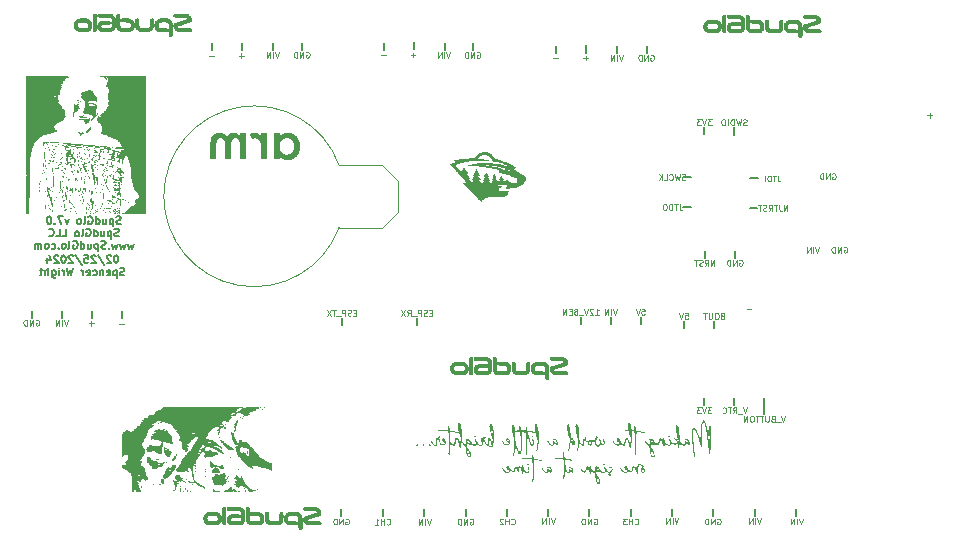
<source format=gbo>
G04 #@! TF.GenerationSoftware,KiCad,Pcbnew,7.0.2-0*
G04 #@! TF.CreationDate,2024-02-25T21:13:15-06:00*
G04 #@! TF.ProjectId,spudglo_driver_v7p0,73707564-676c-46f5-9f64-72697665725f,rev?*
G04 #@! TF.SameCoordinates,Original*
G04 #@! TF.FileFunction,Legend,Bot*
G04 #@! TF.FilePolarity,Positive*
%FSLAX46Y46*%
G04 Gerber Fmt 4.6, Leading zero omitted, Abs format (unit mm)*
G04 Created by KiCad (PCBNEW 7.0.2-0) date 2024-02-25 21:13:15*
%MOMM*%
%LPD*%
G01*
G04 APERTURE LIST*
%ADD10C,0.150000*%
%ADD11C,0.125000*%
%ADD12C,0.162500*%
%ADD13C,0.120000*%
%ADD14R,1.700000X1.700000*%
%ADD15O,1.700000X1.700000*%
%ADD16C,4.500000*%
%ADD17R,1.800000X4.400000*%
%ADD18O,1.800000X4.000000*%
%ADD19O,4.000000X1.800000*%
%ADD20C,0.650000*%
%ADD21O,1.000000X2.100000*%
%ADD22O,1.000000X1.600000*%
%ADD23C,2.000000*%
%ADD24C,2.500000*%
%ADD25C,2.540000*%
G04 APERTURE END LIST*
D10*
X96700000Y-159910000D02*
X96700000Y-160510000D01*
X102770000Y-136570000D02*
X102770000Y-137170000D01*
X119460000Y-159830000D02*
X119460000Y-160430000D01*
X70450000Y-159300000D02*
X70450000Y-159900000D01*
X122500000Y-136860000D02*
X122500000Y-137460000D01*
X88240000Y-136610000D02*
X88240000Y-137210000D01*
X131660000Y-176100000D02*
X131660000Y-176700000D01*
X132440000Y-166690000D02*
X132440000Y-168020000D01*
X124650000Y-176100000D02*
X124650000Y-176700000D01*
X105380000Y-136590000D02*
X105380000Y-137190000D01*
X117380000Y-136840000D02*
X117380000Y-137440000D01*
X117650000Y-176110000D02*
X117650000Y-176710000D01*
X90840000Y-136620000D02*
X90840000Y-137220000D01*
X93340000Y-136610000D02*
X93340000Y-137210000D01*
X107170000Y-176120000D02*
X107170000Y-176720000D01*
X78070000Y-159300000D02*
X78070000Y-159900000D01*
X100270000Y-136600000D02*
X100270000Y-137200000D01*
X75540000Y-159290000D02*
X75540000Y-159890000D01*
X131230000Y-148080000D02*
X131880000Y-148080000D01*
X135160000Y-176110000D02*
X135160000Y-176710000D01*
X125670000Y-160170000D02*
X125670000Y-160770000D01*
X128220000Y-160170000D02*
X128220000Y-160770000D01*
X85710000Y-136610000D02*
X85710000Y-137210000D01*
X129930000Y-166690000D02*
X129930000Y-167290000D01*
X96640000Y-176110000D02*
X96640000Y-176710000D01*
X116910000Y-159810000D02*
X116910000Y-160410000D01*
X100150000Y-176120000D02*
X100150000Y-176720000D01*
X110700000Y-176110000D02*
X110700000Y-176710000D01*
X126255001Y-150550001D02*
X125604998Y-150549998D01*
X127350000Y-166700000D02*
X127350000Y-167300000D01*
X114830000Y-136850000D02*
X114830000Y-137450000D01*
X73000000Y-159290000D02*
X73000000Y-159890000D01*
X121980000Y-159810000D02*
X121980000Y-160410000D01*
X107790000Y-136630000D02*
X107790000Y-137230000D01*
X131210000Y-150570000D02*
X131860000Y-150570000D01*
X129960000Y-154260000D02*
X129960000Y-154860000D01*
X127380000Y-143770000D02*
X127380000Y-144370000D01*
X129900000Y-143780000D02*
X129900000Y-144380000D01*
X127410000Y-154270000D02*
X127410000Y-154870000D01*
X114160000Y-176100000D02*
X114160000Y-176700000D01*
X126240003Y-148000003D02*
X125590000Y-148000000D01*
X103680000Y-176120000D02*
X103680000Y-176720000D01*
X121150000Y-176110000D02*
X121150000Y-176710000D01*
X103060000Y-159920000D02*
X103060000Y-160520000D01*
X128110000Y-176110000D02*
X128110000Y-176710000D01*
X119960000Y-136850000D02*
X119960000Y-137450000D01*
D11*
X105877618Y-137361309D02*
X105710952Y-137861309D01*
X105710952Y-137861309D02*
X105544285Y-137361309D01*
X105377619Y-137861309D02*
X105377619Y-137361309D01*
X105139524Y-137861309D02*
X105139524Y-137361309D01*
X105139524Y-137361309D02*
X104853810Y-137861309D01*
X104853810Y-137861309D02*
X104853810Y-137361309D01*
X91337618Y-137391309D02*
X91170952Y-137891309D01*
X91170952Y-137891309D02*
X91004285Y-137391309D01*
X90837619Y-137891309D02*
X90837619Y-137391309D01*
X90599524Y-137891309D02*
X90599524Y-137391309D01*
X90599524Y-137391309D02*
X90313810Y-137891309D01*
X90313810Y-137891309D02*
X90313810Y-137391309D01*
X125187618Y-176881309D02*
X125020952Y-177381309D01*
X125020952Y-177381309D02*
X124854285Y-176881309D01*
X124687619Y-177381309D02*
X124687619Y-176881309D01*
X124449524Y-177381309D02*
X124449524Y-176881309D01*
X124449524Y-176881309D02*
X124163810Y-177381309D01*
X124163810Y-177381309D02*
X124163810Y-176881309D01*
X125765953Y-148207502D02*
X125694525Y-148231311D01*
X125694525Y-148231311D02*
X125575477Y-148231311D01*
X125575477Y-148231311D02*
X125527858Y-148207502D01*
X125527858Y-148207502D02*
X125504049Y-148183692D01*
X125504049Y-148183692D02*
X125480239Y-148136073D01*
X125480239Y-148136073D02*
X125480239Y-148088454D01*
X125480239Y-148088454D02*
X125504049Y-148040835D01*
X125504049Y-148040835D02*
X125527858Y-148017025D01*
X125527858Y-148017025D02*
X125575477Y-147993216D01*
X125575477Y-147993216D02*
X125670715Y-147969406D01*
X125670715Y-147969406D02*
X125718334Y-147945597D01*
X125718334Y-147945597D02*
X125742144Y-147921787D01*
X125742144Y-147921787D02*
X125765953Y-147874168D01*
X125765953Y-147874168D02*
X125765953Y-147826549D01*
X125765953Y-147826549D02*
X125742144Y-147778930D01*
X125742144Y-147778930D02*
X125718334Y-147755121D01*
X125718334Y-147755121D02*
X125670715Y-147731311D01*
X125670715Y-147731311D02*
X125551668Y-147731311D01*
X125551668Y-147731311D02*
X125480239Y-147755121D01*
X125313573Y-147731311D02*
X125194525Y-148231311D01*
X125194525Y-148231311D02*
X125099287Y-147874168D01*
X125099287Y-147874168D02*
X125004049Y-148231311D01*
X125004049Y-148231311D02*
X124885002Y-147731311D01*
X124408811Y-148183692D02*
X124432620Y-148207502D01*
X124432620Y-148207502D02*
X124504049Y-148231311D01*
X124504049Y-148231311D02*
X124551668Y-148231311D01*
X124551668Y-148231311D02*
X124623096Y-148207502D01*
X124623096Y-148207502D02*
X124670715Y-148159882D01*
X124670715Y-148159882D02*
X124694525Y-148112263D01*
X124694525Y-148112263D02*
X124718334Y-148017025D01*
X124718334Y-148017025D02*
X124718334Y-147945597D01*
X124718334Y-147945597D02*
X124694525Y-147850359D01*
X124694525Y-147850359D02*
X124670715Y-147802740D01*
X124670715Y-147802740D02*
X124623096Y-147755121D01*
X124623096Y-147755121D02*
X124551668Y-147731311D01*
X124551668Y-147731311D02*
X124504049Y-147731311D01*
X124504049Y-147731311D02*
X124432620Y-147755121D01*
X124432620Y-147755121D02*
X124408811Y-147778930D01*
X123956430Y-148231311D02*
X124194525Y-148231311D01*
X124194525Y-148231311D02*
X124194525Y-147731311D01*
X123789763Y-148231311D02*
X123789763Y-147731311D01*
X123504049Y-148231311D02*
X123718334Y-147945597D01*
X123504049Y-147731311D02*
X123789763Y-148017025D01*
X133608094Y-147851309D02*
X133608094Y-148208452D01*
X133608094Y-148208452D02*
X133631903Y-148279880D01*
X133631903Y-148279880D02*
X133679522Y-148327500D01*
X133679522Y-148327500D02*
X133750951Y-148351309D01*
X133750951Y-148351309D02*
X133798570Y-148351309D01*
X133441427Y-147851309D02*
X133155713Y-147851309D01*
X133298570Y-148351309D02*
X133298570Y-147851309D01*
X132989047Y-148351309D02*
X132989047Y-147851309D01*
X132989047Y-147851309D02*
X132869999Y-147851309D01*
X132869999Y-147851309D02*
X132798571Y-147875119D01*
X132798571Y-147875119D02*
X132750952Y-147922738D01*
X132750952Y-147922738D02*
X132727142Y-147970357D01*
X132727142Y-147970357D02*
X132703333Y-148065595D01*
X132703333Y-148065595D02*
X132703333Y-148137023D01*
X132703333Y-148137023D02*
X132727142Y-148232261D01*
X132727142Y-148232261D02*
X132750952Y-148279880D01*
X132750952Y-148279880D02*
X132798571Y-148327500D01*
X132798571Y-148327500D02*
X132869999Y-148351309D01*
X132869999Y-148351309D02*
X132989047Y-148351309D01*
X132489047Y-148351309D02*
X132489047Y-147851309D01*
X138220952Y-147685119D02*
X138268571Y-147661309D01*
X138268571Y-147661309D02*
X138340000Y-147661309D01*
X138340000Y-147661309D02*
X138411428Y-147685119D01*
X138411428Y-147685119D02*
X138459047Y-147732738D01*
X138459047Y-147732738D02*
X138482857Y-147780357D01*
X138482857Y-147780357D02*
X138506666Y-147875595D01*
X138506666Y-147875595D02*
X138506666Y-147947023D01*
X138506666Y-147947023D02*
X138482857Y-148042261D01*
X138482857Y-148042261D02*
X138459047Y-148089880D01*
X138459047Y-148089880D02*
X138411428Y-148137500D01*
X138411428Y-148137500D02*
X138340000Y-148161309D01*
X138340000Y-148161309D02*
X138292381Y-148161309D01*
X138292381Y-148161309D02*
X138220952Y-148137500D01*
X138220952Y-148137500D02*
X138197143Y-148113690D01*
X138197143Y-148113690D02*
X138197143Y-147947023D01*
X138197143Y-147947023D02*
X138292381Y-147947023D01*
X137982857Y-148161309D02*
X137982857Y-147661309D01*
X137982857Y-147661309D02*
X137697143Y-148161309D01*
X137697143Y-148161309D02*
X137697143Y-147661309D01*
X137459047Y-148161309D02*
X137459047Y-147661309D01*
X137459047Y-147661309D02*
X137339999Y-147661309D01*
X137339999Y-147661309D02*
X137268571Y-147685119D01*
X137268571Y-147685119D02*
X137220952Y-147732738D01*
X137220952Y-147732738D02*
X137197142Y-147780357D01*
X137197142Y-147780357D02*
X137173333Y-147875595D01*
X137173333Y-147875595D02*
X137173333Y-147947023D01*
X137173333Y-147947023D02*
X137197142Y-148042261D01*
X137197142Y-148042261D02*
X137220952Y-148089880D01*
X137220952Y-148089880D02*
X137268571Y-148137500D01*
X137268571Y-148137500D02*
X137339999Y-148161309D01*
X137339999Y-148161309D02*
X137459047Y-148161309D01*
X128480952Y-176915119D02*
X128528571Y-176891309D01*
X128528571Y-176891309D02*
X128600000Y-176891309D01*
X128600000Y-176891309D02*
X128671428Y-176915119D01*
X128671428Y-176915119D02*
X128719047Y-176962738D01*
X128719047Y-176962738D02*
X128742857Y-177010357D01*
X128742857Y-177010357D02*
X128766666Y-177105595D01*
X128766666Y-177105595D02*
X128766666Y-177177023D01*
X128766666Y-177177023D02*
X128742857Y-177272261D01*
X128742857Y-177272261D02*
X128719047Y-177319880D01*
X128719047Y-177319880D02*
X128671428Y-177367500D01*
X128671428Y-177367500D02*
X128600000Y-177391309D01*
X128600000Y-177391309D02*
X128552381Y-177391309D01*
X128552381Y-177391309D02*
X128480952Y-177367500D01*
X128480952Y-177367500D02*
X128457143Y-177343690D01*
X128457143Y-177343690D02*
X128457143Y-177177023D01*
X128457143Y-177177023D02*
X128552381Y-177177023D01*
X128242857Y-177391309D02*
X128242857Y-176891309D01*
X128242857Y-176891309D02*
X127957143Y-177391309D01*
X127957143Y-177391309D02*
X127957143Y-176891309D01*
X127719047Y-177391309D02*
X127719047Y-176891309D01*
X127719047Y-176891309D02*
X127599999Y-176891309D01*
X127599999Y-176891309D02*
X127528571Y-176915119D01*
X127528571Y-176915119D02*
X127480952Y-176962738D01*
X127480952Y-176962738D02*
X127457142Y-177010357D01*
X127457142Y-177010357D02*
X127433333Y-177105595D01*
X127433333Y-177105595D02*
X127433333Y-177177023D01*
X127433333Y-177177023D02*
X127457142Y-177272261D01*
X127457142Y-177272261D02*
X127480952Y-177319880D01*
X127480952Y-177319880D02*
X127528571Y-177367500D01*
X127528571Y-177367500D02*
X127599999Y-177391309D01*
X127599999Y-177391309D02*
X127719047Y-177391309D01*
X127989046Y-143081309D02*
X127679522Y-143081309D01*
X127679522Y-143081309D02*
X127846189Y-143271785D01*
X127846189Y-143271785D02*
X127774760Y-143271785D01*
X127774760Y-143271785D02*
X127727141Y-143295595D01*
X127727141Y-143295595D02*
X127703332Y-143319404D01*
X127703332Y-143319404D02*
X127679522Y-143367023D01*
X127679522Y-143367023D02*
X127679522Y-143486071D01*
X127679522Y-143486071D02*
X127703332Y-143533690D01*
X127703332Y-143533690D02*
X127727141Y-143557500D01*
X127727141Y-143557500D02*
X127774760Y-143581309D01*
X127774760Y-143581309D02*
X127917617Y-143581309D01*
X127917617Y-143581309D02*
X127965236Y-143557500D01*
X127965236Y-143557500D02*
X127989046Y-143533690D01*
X127536665Y-143081309D02*
X127369999Y-143581309D01*
X127369999Y-143581309D02*
X127203332Y-143081309D01*
X127084285Y-143081309D02*
X126774761Y-143081309D01*
X126774761Y-143081309D02*
X126941428Y-143271785D01*
X126941428Y-143271785D02*
X126869999Y-143271785D01*
X126869999Y-143271785D02*
X126822380Y-143295595D01*
X126822380Y-143295595D02*
X126798571Y-143319404D01*
X126798571Y-143319404D02*
X126774761Y-143367023D01*
X126774761Y-143367023D02*
X126774761Y-143486071D01*
X126774761Y-143486071D02*
X126798571Y-143533690D01*
X126798571Y-143533690D02*
X126822380Y-143557500D01*
X126822380Y-143557500D02*
X126869999Y-143581309D01*
X126869999Y-143581309D02*
X127012856Y-143581309D01*
X127012856Y-143581309D02*
X127060475Y-143557500D01*
X127060475Y-143557500D02*
X127084285Y-143533690D01*
X78210476Y-160380833D02*
X77829524Y-160380833D01*
X122065237Y-159121309D02*
X122303332Y-159121309D01*
X122303332Y-159121309D02*
X122327141Y-159359404D01*
X122327141Y-159359404D02*
X122303332Y-159335595D01*
X122303332Y-159335595D02*
X122255713Y-159311785D01*
X122255713Y-159311785D02*
X122136665Y-159311785D01*
X122136665Y-159311785D02*
X122089046Y-159335595D01*
X122089046Y-159335595D02*
X122065237Y-159359404D01*
X122065237Y-159359404D02*
X122041427Y-159407023D01*
X122041427Y-159407023D02*
X122041427Y-159526071D01*
X122041427Y-159526071D02*
X122065237Y-159573690D01*
X122065237Y-159573690D02*
X122089046Y-159597500D01*
X122089046Y-159597500D02*
X122136665Y-159621309D01*
X122136665Y-159621309D02*
X122255713Y-159621309D01*
X122255713Y-159621309D02*
X122303332Y-159597500D01*
X122303332Y-159597500D02*
X122327141Y-159573690D01*
X121898570Y-159121309D02*
X121731904Y-159621309D01*
X121731904Y-159621309D02*
X121565237Y-159121309D01*
X134402380Y-150841309D02*
X134402380Y-150341309D01*
X134402380Y-150341309D02*
X134116666Y-150841309D01*
X134116666Y-150841309D02*
X134116666Y-150341309D01*
X133735713Y-150341309D02*
X133735713Y-150698452D01*
X133735713Y-150698452D02*
X133759522Y-150769880D01*
X133759522Y-150769880D02*
X133807141Y-150817500D01*
X133807141Y-150817500D02*
X133878570Y-150841309D01*
X133878570Y-150841309D02*
X133926189Y-150841309D01*
X133569046Y-150341309D02*
X133283332Y-150341309D01*
X133426189Y-150841309D02*
X133426189Y-150341309D01*
X132830952Y-150841309D02*
X132997618Y-150603214D01*
X133116666Y-150841309D02*
X133116666Y-150341309D01*
X133116666Y-150341309D02*
X132926190Y-150341309D01*
X132926190Y-150341309D02*
X132878571Y-150365119D01*
X132878571Y-150365119D02*
X132854761Y-150388928D01*
X132854761Y-150388928D02*
X132830952Y-150436547D01*
X132830952Y-150436547D02*
X132830952Y-150507976D01*
X132830952Y-150507976D02*
X132854761Y-150555595D01*
X132854761Y-150555595D02*
X132878571Y-150579404D01*
X132878571Y-150579404D02*
X132926190Y-150603214D01*
X132926190Y-150603214D02*
X133116666Y-150603214D01*
X132640475Y-150817500D02*
X132569047Y-150841309D01*
X132569047Y-150841309D02*
X132449999Y-150841309D01*
X132449999Y-150841309D02*
X132402380Y-150817500D01*
X132402380Y-150817500D02*
X132378571Y-150793690D01*
X132378571Y-150793690D02*
X132354761Y-150746071D01*
X132354761Y-150746071D02*
X132354761Y-150698452D01*
X132354761Y-150698452D02*
X132378571Y-150650833D01*
X132378571Y-150650833D02*
X132402380Y-150627023D01*
X132402380Y-150627023D02*
X132449999Y-150603214D01*
X132449999Y-150603214D02*
X132545237Y-150579404D01*
X132545237Y-150579404D02*
X132592856Y-150555595D01*
X132592856Y-150555595D02*
X132616666Y-150531785D01*
X132616666Y-150531785D02*
X132640475Y-150484166D01*
X132640475Y-150484166D02*
X132640475Y-150436547D01*
X132640475Y-150436547D02*
X132616666Y-150388928D01*
X132616666Y-150388928D02*
X132592856Y-150365119D01*
X132592856Y-150365119D02*
X132545237Y-150341309D01*
X132545237Y-150341309D02*
X132426190Y-150341309D01*
X132426190Y-150341309D02*
X132354761Y-150365119D01*
X132211904Y-150341309D02*
X131926190Y-150341309D01*
X132069047Y-150841309D02*
X132069047Y-150341309D01*
D12*
X77976190Y-151916750D02*
X77883333Y-151947702D01*
X77883333Y-151947702D02*
X77728571Y-151947702D01*
X77728571Y-151947702D02*
X77666666Y-151916750D01*
X77666666Y-151916750D02*
X77635714Y-151885797D01*
X77635714Y-151885797D02*
X77604761Y-151823892D01*
X77604761Y-151823892D02*
X77604761Y-151761988D01*
X77604761Y-151761988D02*
X77635714Y-151700083D01*
X77635714Y-151700083D02*
X77666666Y-151669130D01*
X77666666Y-151669130D02*
X77728571Y-151638178D01*
X77728571Y-151638178D02*
X77852380Y-151607226D01*
X77852380Y-151607226D02*
X77914285Y-151576273D01*
X77914285Y-151576273D02*
X77945238Y-151545321D01*
X77945238Y-151545321D02*
X77976190Y-151483416D01*
X77976190Y-151483416D02*
X77976190Y-151421511D01*
X77976190Y-151421511D02*
X77945238Y-151359607D01*
X77945238Y-151359607D02*
X77914285Y-151328654D01*
X77914285Y-151328654D02*
X77852380Y-151297702D01*
X77852380Y-151297702D02*
X77697619Y-151297702D01*
X77697619Y-151297702D02*
X77604761Y-151328654D01*
X77326190Y-151514369D02*
X77326190Y-152164369D01*
X77326190Y-151545321D02*
X77264285Y-151514369D01*
X77264285Y-151514369D02*
X77140475Y-151514369D01*
X77140475Y-151514369D02*
X77078571Y-151545321D01*
X77078571Y-151545321D02*
X77047618Y-151576273D01*
X77047618Y-151576273D02*
X77016666Y-151638178D01*
X77016666Y-151638178D02*
X77016666Y-151823892D01*
X77016666Y-151823892D02*
X77047618Y-151885797D01*
X77047618Y-151885797D02*
X77078571Y-151916750D01*
X77078571Y-151916750D02*
X77140475Y-151947702D01*
X77140475Y-151947702D02*
X77264285Y-151947702D01*
X77264285Y-151947702D02*
X77326190Y-151916750D01*
X76459523Y-151514369D02*
X76459523Y-151947702D01*
X76738095Y-151514369D02*
X76738095Y-151854845D01*
X76738095Y-151854845D02*
X76707142Y-151916750D01*
X76707142Y-151916750D02*
X76645237Y-151947702D01*
X76645237Y-151947702D02*
X76552380Y-151947702D01*
X76552380Y-151947702D02*
X76490476Y-151916750D01*
X76490476Y-151916750D02*
X76459523Y-151885797D01*
X75871428Y-151947702D02*
X75871428Y-151297702D01*
X75871428Y-151916750D02*
X75933333Y-151947702D01*
X75933333Y-151947702D02*
X76057142Y-151947702D01*
X76057142Y-151947702D02*
X76119047Y-151916750D01*
X76119047Y-151916750D02*
X76150000Y-151885797D01*
X76150000Y-151885797D02*
X76180952Y-151823892D01*
X76180952Y-151823892D02*
X76180952Y-151638178D01*
X76180952Y-151638178D02*
X76150000Y-151576273D01*
X76150000Y-151576273D02*
X76119047Y-151545321D01*
X76119047Y-151545321D02*
X76057142Y-151514369D01*
X76057142Y-151514369D02*
X75933333Y-151514369D01*
X75933333Y-151514369D02*
X75871428Y-151545321D01*
X75221428Y-151328654D02*
X75283333Y-151297702D01*
X75283333Y-151297702D02*
X75376190Y-151297702D01*
X75376190Y-151297702D02*
X75469047Y-151328654D01*
X75469047Y-151328654D02*
X75530952Y-151390559D01*
X75530952Y-151390559D02*
X75561905Y-151452464D01*
X75561905Y-151452464D02*
X75592857Y-151576273D01*
X75592857Y-151576273D02*
X75592857Y-151669130D01*
X75592857Y-151669130D02*
X75561905Y-151792940D01*
X75561905Y-151792940D02*
X75530952Y-151854845D01*
X75530952Y-151854845D02*
X75469047Y-151916750D01*
X75469047Y-151916750D02*
X75376190Y-151947702D01*
X75376190Y-151947702D02*
X75314286Y-151947702D01*
X75314286Y-151947702D02*
X75221428Y-151916750D01*
X75221428Y-151916750D02*
X75190476Y-151885797D01*
X75190476Y-151885797D02*
X75190476Y-151669130D01*
X75190476Y-151669130D02*
X75314286Y-151669130D01*
X74819047Y-151947702D02*
X74880952Y-151916750D01*
X74880952Y-151916750D02*
X74911905Y-151854845D01*
X74911905Y-151854845D02*
X74911905Y-151297702D01*
X74478571Y-151947702D02*
X74540476Y-151916750D01*
X74540476Y-151916750D02*
X74571429Y-151885797D01*
X74571429Y-151885797D02*
X74602381Y-151823892D01*
X74602381Y-151823892D02*
X74602381Y-151638178D01*
X74602381Y-151638178D02*
X74571429Y-151576273D01*
X74571429Y-151576273D02*
X74540476Y-151545321D01*
X74540476Y-151545321D02*
X74478571Y-151514369D01*
X74478571Y-151514369D02*
X74385714Y-151514369D01*
X74385714Y-151514369D02*
X74323810Y-151545321D01*
X74323810Y-151545321D02*
X74292857Y-151576273D01*
X74292857Y-151576273D02*
X74261905Y-151638178D01*
X74261905Y-151638178D02*
X74261905Y-151823892D01*
X74261905Y-151823892D02*
X74292857Y-151885797D01*
X74292857Y-151885797D02*
X74323810Y-151916750D01*
X74323810Y-151916750D02*
X74385714Y-151947702D01*
X74385714Y-151947702D02*
X74478571Y-151947702D01*
X73550000Y-151514369D02*
X73395238Y-151947702D01*
X73395238Y-151947702D02*
X73240477Y-151514369D01*
X73054762Y-151297702D02*
X72621429Y-151297702D01*
X72621429Y-151297702D02*
X72900000Y-151947702D01*
X72373810Y-151885797D02*
X72342857Y-151916750D01*
X72342857Y-151916750D02*
X72373810Y-151947702D01*
X72373810Y-151947702D02*
X72404762Y-151916750D01*
X72404762Y-151916750D02*
X72373810Y-151885797D01*
X72373810Y-151885797D02*
X72373810Y-151947702D01*
X71940476Y-151297702D02*
X71878571Y-151297702D01*
X71878571Y-151297702D02*
X71816667Y-151328654D01*
X71816667Y-151328654D02*
X71785714Y-151359607D01*
X71785714Y-151359607D02*
X71754762Y-151421511D01*
X71754762Y-151421511D02*
X71723809Y-151545321D01*
X71723809Y-151545321D02*
X71723809Y-151700083D01*
X71723809Y-151700083D02*
X71754762Y-151823892D01*
X71754762Y-151823892D02*
X71785714Y-151885797D01*
X71785714Y-151885797D02*
X71816667Y-151916750D01*
X71816667Y-151916750D02*
X71878571Y-151947702D01*
X71878571Y-151947702D02*
X71940476Y-151947702D01*
X71940476Y-151947702D02*
X72002381Y-151916750D01*
X72002381Y-151916750D02*
X72033333Y-151885797D01*
X72033333Y-151885797D02*
X72064286Y-151823892D01*
X72064286Y-151823892D02*
X72095238Y-151700083D01*
X72095238Y-151700083D02*
X72095238Y-151545321D01*
X72095238Y-151545321D02*
X72064286Y-151421511D01*
X72064286Y-151421511D02*
X72033333Y-151359607D01*
X72033333Y-151359607D02*
X72002381Y-151328654D01*
X72002381Y-151328654D02*
X71940476Y-151297702D01*
X77805951Y-152969750D02*
X77713094Y-153000702D01*
X77713094Y-153000702D02*
X77558332Y-153000702D01*
X77558332Y-153000702D02*
X77496427Y-152969750D01*
X77496427Y-152969750D02*
X77465475Y-152938797D01*
X77465475Y-152938797D02*
X77434522Y-152876892D01*
X77434522Y-152876892D02*
X77434522Y-152814988D01*
X77434522Y-152814988D02*
X77465475Y-152753083D01*
X77465475Y-152753083D02*
X77496427Y-152722130D01*
X77496427Y-152722130D02*
X77558332Y-152691178D01*
X77558332Y-152691178D02*
X77682141Y-152660226D01*
X77682141Y-152660226D02*
X77744046Y-152629273D01*
X77744046Y-152629273D02*
X77774999Y-152598321D01*
X77774999Y-152598321D02*
X77805951Y-152536416D01*
X77805951Y-152536416D02*
X77805951Y-152474511D01*
X77805951Y-152474511D02*
X77774999Y-152412607D01*
X77774999Y-152412607D02*
X77744046Y-152381654D01*
X77744046Y-152381654D02*
X77682141Y-152350702D01*
X77682141Y-152350702D02*
X77527380Y-152350702D01*
X77527380Y-152350702D02*
X77434522Y-152381654D01*
X77155951Y-152567369D02*
X77155951Y-153217369D01*
X77155951Y-152598321D02*
X77094046Y-152567369D01*
X77094046Y-152567369D02*
X76970236Y-152567369D01*
X76970236Y-152567369D02*
X76908332Y-152598321D01*
X76908332Y-152598321D02*
X76877379Y-152629273D01*
X76877379Y-152629273D02*
X76846427Y-152691178D01*
X76846427Y-152691178D02*
X76846427Y-152876892D01*
X76846427Y-152876892D02*
X76877379Y-152938797D01*
X76877379Y-152938797D02*
X76908332Y-152969750D01*
X76908332Y-152969750D02*
X76970236Y-153000702D01*
X76970236Y-153000702D02*
X77094046Y-153000702D01*
X77094046Y-153000702D02*
X77155951Y-152969750D01*
X76289284Y-152567369D02*
X76289284Y-153000702D01*
X76567856Y-152567369D02*
X76567856Y-152907845D01*
X76567856Y-152907845D02*
X76536903Y-152969750D01*
X76536903Y-152969750D02*
X76474998Y-153000702D01*
X76474998Y-153000702D02*
X76382141Y-153000702D01*
X76382141Y-153000702D02*
X76320237Y-152969750D01*
X76320237Y-152969750D02*
X76289284Y-152938797D01*
X75701189Y-153000702D02*
X75701189Y-152350702D01*
X75701189Y-152969750D02*
X75763094Y-153000702D01*
X75763094Y-153000702D02*
X75886903Y-153000702D01*
X75886903Y-153000702D02*
X75948808Y-152969750D01*
X75948808Y-152969750D02*
X75979761Y-152938797D01*
X75979761Y-152938797D02*
X76010713Y-152876892D01*
X76010713Y-152876892D02*
X76010713Y-152691178D01*
X76010713Y-152691178D02*
X75979761Y-152629273D01*
X75979761Y-152629273D02*
X75948808Y-152598321D01*
X75948808Y-152598321D02*
X75886903Y-152567369D01*
X75886903Y-152567369D02*
X75763094Y-152567369D01*
X75763094Y-152567369D02*
X75701189Y-152598321D01*
X75051189Y-152381654D02*
X75113094Y-152350702D01*
X75113094Y-152350702D02*
X75205951Y-152350702D01*
X75205951Y-152350702D02*
X75298808Y-152381654D01*
X75298808Y-152381654D02*
X75360713Y-152443559D01*
X75360713Y-152443559D02*
X75391666Y-152505464D01*
X75391666Y-152505464D02*
X75422618Y-152629273D01*
X75422618Y-152629273D02*
X75422618Y-152722130D01*
X75422618Y-152722130D02*
X75391666Y-152845940D01*
X75391666Y-152845940D02*
X75360713Y-152907845D01*
X75360713Y-152907845D02*
X75298808Y-152969750D01*
X75298808Y-152969750D02*
X75205951Y-153000702D01*
X75205951Y-153000702D02*
X75144047Y-153000702D01*
X75144047Y-153000702D02*
X75051189Y-152969750D01*
X75051189Y-152969750D02*
X75020237Y-152938797D01*
X75020237Y-152938797D02*
X75020237Y-152722130D01*
X75020237Y-152722130D02*
X75144047Y-152722130D01*
X74648808Y-153000702D02*
X74710713Y-152969750D01*
X74710713Y-152969750D02*
X74741666Y-152907845D01*
X74741666Y-152907845D02*
X74741666Y-152350702D01*
X74308332Y-153000702D02*
X74370237Y-152969750D01*
X74370237Y-152969750D02*
X74401190Y-152938797D01*
X74401190Y-152938797D02*
X74432142Y-152876892D01*
X74432142Y-152876892D02*
X74432142Y-152691178D01*
X74432142Y-152691178D02*
X74401190Y-152629273D01*
X74401190Y-152629273D02*
X74370237Y-152598321D01*
X74370237Y-152598321D02*
X74308332Y-152567369D01*
X74308332Y-152567369D02*
X74215475Y-152567369D01*
X74215475Y-152567369D02*
X74153571Y-152598321D01*
X74153571Y-152598321D02*
X74122618Y-152629273D01*
X74122618Y-152629273D02*
X74091666Y-152691178D01*
X74091666Y-152691178D02*
X74091666Y-152876892D01*
X74091666Y-152876892D02*
X74122618Y-152938797D01*
X74122618Y-152938797D02*
X74153571Y-152969750D01*
X74153571Y-152969750D02*
X74215475Y-153000702D01*
X74215475Y-153000702D02*
X74308332Y-153000702D01*
X73008333Y-153000702D02*
X73317857Y-153000702D01*
X73317857Y-153000702D02*
X73317857Y-152350702D01*
X72482143Y-153000702D02*
X72791667Y-153000702D01*
X72791667Y-153000702D02*
X72791667Y-152350702D01*
X71894048Y-152938797D02*
X71925000Y-152969750D01*
X71925000Y-152969750D02*
X72017858Y-153000702D01*
X72017858Y-153000702D02*
X72079762Y-153000702D01*
X72079762Y-153000702D02*
X72172619Y-152969750D01*
X72172619Y-152969750D02*
X72234524Y-152907845D01*
X72234524Y-152907845D02*
X72265477Y-152845940D01*
X72265477Y-152845940D02*
X72296429Y-152722130D01*
X72296429Y-152722130D02*
X72296429Y-152629273D01*
X72296429Y-152629273D02*
X72265477Y-152505464D01*
X72265477Y-152505464D02*
X72234524Y-152443559D01*
X72234524Y-152443559D02*
X72172619Y-152381654D01*
X72172619Y-152381654D02*
X72079762Y-152350702D01*
X72079762Y-152350702D02*
X72017858Y-152350702D01*
X72017858Y-152350702D02*
X71925000Y-152381654D01*
X71925000Y-152381654D02*
X71894048Y-152412607D01*
X79074998Y-153620369D02*
X78951189Y-154053702D01*
X78951189Y-154053702D02*
X78827379Y-153744178D01*
X78827379Y-153744178D02*
X78703570Y-154053702D01*
X78703570Y-154053702D02*
X78579760Y-153620369D01*
X78394046Y-153620369D02*
X78270237Y-154053702D01*
X78270237Y-154053702D02*
X78146427Y-153744178D01*
X78146427Y-153744178D02*
X78022618Y-154053702D01*
X78022618Y-154053702D02*
X77898808Y-153620369D01*
X77713094Y-153620369D02*
X77589285Y-154053702D01*
X77589285Y-154053702D02*
X77465475Y-153744178D01*
X77465475Y-153744178D02*
X77341666Y-154053702D01*
X77341666Y-154053702D02*
X77217856Y-153620369D01*
X76970238Y-153991797D02*
X76939285Y-154022750D01*
X76939285Y-154022750D02*
X76970238Y-154053702D01*
X76970238Y-154053702D02*
X77001190Y-154022750D01*
X77001190Y-154022750D02*
X76970238Y-153991797D01*
X76970238Y-153991797D02*
X76970238Y-154053702D01*
X76691666Y-154022750D02*
X76598809Y-154053702D01*
X76598809Y-154053702D02*
X76444047Y-154053702D01*
X76444047Y-154053702D02*
X76382142Y-154022750D01*
X76382142Y-154022750D02*
X76351190Y-153991797D01*
X76351190Y-153991797D02*
X76320237Y-153929892D01*
X76320237Y-153929892D02*
X76320237Y-153867988D01*
X76320237Y-153867988D02*
X76351190Y-153806083D01*
X76351190Y-153806083D02*
X76382142Y-153775130D01*
X76382142Y-153775130D02*
X76444047Y-153744178D01*
X76444047Y-153744178D02*
X76567856Y-153713226D01*
X76567856Y-153713226D02*
X76629761Y-153682273D01*
X76629761Y-153682273D02*
X76660714Y-153651321D01*
X76660714Y-153651321D02*
X76691666Y-153589416D01*
X76691666Y-153589416D02*
X76691666Y-153527511D01*
X76691666Y-153527511D02*
X76660714Y-153465607D01*
X76660714Y-153465607D02*
X76629761Y-153434654D01*
X76629761Y-153434654D02*
X76567856Y-153403702D01*
X76567856Y-153403702D02*
X76413095Y-153403702D01*
X76413095Y-153403702D02*
X76320237Y-153434654D01*
X76041666Y-153620369D02*
X76041666Y-154270369D01*
X76041666Y-153651321D02*
X75979761Y-153620369D01*
X75979761Y-153620369D02*
X75855951Y-153620369D01*
X75855951Y-153620369D02*
X75794047Y-153651321D01*
X75794047Y-153651321D02*
X75763094Y-153682273D01*
X75763094Y-153682273D02*
X75732142Y-153744178D01*
X75732142Y-153744178D02*
X75732142Y-153929892D01*
X75732142Y-153929892D02*
X75763094Y-153991797D01*
X75763094Y-153991797D02*
X75794047Y-154022750D01*
X75794047Y-154022750D02*
X75855951Y-154053702D01*
X75855951Y-154053702D02*
X75979761Y-154053702D01*
X75979761Y-154053702D02*
X76041666Y-154022750D01*
X75174999Y-153620369D02*
X75174999Y-154053702D01*
X75453571Y-153620369D02*
X75453571Y-153960845D01*
X75453571Y-153960845D02*
X75422618Y-154022750D01*
X75422618Y-154022750D02*
X75360713Y-154053702D01*
X75360713Y-154053702D02*
X75267856Y-154053702D01*
X75267856Y-154053702D02*
X75205952Y-154022750D01*
X75205952Y-154022750D02*
X75174999Y-153991797D01*
X74586904Y-154053702D02*
X74586904Y-153403702D01*
X74586904Y-154022750D02*
X74648809Y-154053702D01*
X74648809Y-154053702D02*
X74772618Y-154053702D01*
X74772618Y-154053702D02*
X74834523Y-154022750D01*
X74834523Y-154022750D02*
X74865476Y-153991797D01*
X74865476Y-153991797D02*
X74896428Y-153929892D01*
X74896428Y-153929892D02*
X74896428Y-153744178D01*
X74896428Y-153744178D02*
X74865476Y-153682273D01*
X74865476Y-153682273D02*
X74834523Y-153651321D01*
X74834523Y-153651321D02*
X74772618Y-153620369D01*
X74772618Y-153620369D02*
X74648809Y-153620369D01*
X74648809Y-153620369D02*
X74586904Y-153651321D01*
X73936904Y-153434654D02*
X73998809Y-153403702D01*
X73998809Y-153403702D02*
X74091666Y-153403702D01*
X74091666Y-153403702D02*
X74184523Y-153434654D01*
X74184523Y-153434654D02*
X74246428Y-153496559D01*
X74246428Y-153496559D02*
X74277381Y-153558464D01*
X74277381Y-153558464D02*
X74308333Y-153682273D01*
X74308333Y-153682273D02*
X74308333Y-153775130D01*
X74308333Y-153775130D02*
X74277381Y-153898940D01*
X74277381Y-153898940D02*
X74246428Y-153960845D01*
X74246428Y-153960845D02*
X74184523Y-154022750D01*
X74184523Y-154022750D02*
X74091666Y-154053702D01*
X74091666Y-154053702D02*
X74029762Y-154053702D01*
X74029762Y-154053702D02*
X73936904Y-154022750D01*
X73936904Y-154022750D02*
X73905952Y-153991797D01*
X73905952Y-153991797D02*
X73905952Y-153775130D01*
X73905952Y-153775130D02*
X74029762Y-153775130D01*
X73534523Y-154053702D02*
X73596428Y-154022750D01*
X73596428Y-154022750D02*
X73627381Y-153960845D01*
X73627381Y-153960845D02*
X73627381Y-153403702D01*
X73194047Y-154053702D02*
X73255952Y-154022750D01*
X73255952Y-154022750D02*
X73286905Y-153991797D01*
X73286905Y-153991797D02*
X73317857Y-153929892D01*
X73317857Y-153929892D02*
X73317857Y-153744178D01*
X73317857Y-153744178D02*
X73286905Y-153682273D01*
X73286905Y-153682273D02*
X73255952Y-153651321D01*
X73255952Y-153651321D02*
X73194047Y-153620369D01*
X73194047Y-153620369D02*
X73101190Y-153620369D01*
X73101190Y-153620369D02*
X73039286Y-153651321D01*
X73039286Y-153651321D02*
X73008333Y-153682273D01*
X73008333Y-153682273D02*
X72977381Y-153744178D01*
X72977381Y-153744178D02*
X72977381Y-153929892D01*
X72977381Y-153929892D02*
X73008333Y-153991797D01*
X73008333Y-153991797D02*
X73039286Y-154022750D01*
X73039286Y-154022750D02*
X73101190Y-154053702D01*
X73101190Y-154053702D02*
X73194047Y-154053702D01*
X72698810Y-153991797D02*
X72667857Y-154022750D01*
X72667857Y-154022750D02*
X72698810Y-154053702D01*
X72698810Y-154053702D02*
X72729762Y-154022750D01*
X72729762Y-154022750D02*
X72698810Y-153991797D01*
X72698810Y-153991797D02*
X72698810Y-154053702D01*
X72110714Y-154022750D02*
X72172619Y-154053702D01*
X72172619Y-154053702D02*
X72296428Y-154053702D01*
X72296428Y-154053702D02*
X72358333Y-154022750D01*
X72358333Y-154022750D02*
X72389286Y-153991797D01*
X72389286Y-153991797D02*
X72420238Y-153929892D01*
X72420238Y-153929892D02*
X72420238Y-153744178D01*
X72420238Y-153744178D02*
X72389286Y-153682273D01*
X72389286Y-153682273D02*
X72358333Y-153651321D01*
X72358333Y-153651321D02*
X72296428Y-153620369D01*
X72296428Y-153620369D02*
X72172619Y-153620369D01*
X72172619Y-153620369D02*
X72110714Y-153651321D01*
X71739285Y-154053702D02*
X71801190Y-154022750D01*
X71801190Y-154022750D02*
X71832143Y-153991797D01*
X71832143Y-153991797D02*
X71863095Y-153929892D01*
X71863095Y-153929892D02*
X71863095Y-153744178D01*
X71863095Y-153744178D02*
X71832143Y-153682273D01*
X71832143Y-153682273D02*
X71801190Y-153651321D01*
X71801190Y-153651321D02*
X71739285Y-153620369D01*
X71739285Y-153620369D02*
X71646428Y-153620369D01*
X71646428Y-153620369D02*
X71584524Y-153651321D01*
X71584524Y-153651321D02*
X71553571Y-153682273D01*
X71553571Y-153682273D02*
X71522619Y-153744178D01*
X71522619Y-153744178D02*
X71522619Y-153929892D01*
X71522619Y-153929892D02*
X71553571Y-153991797D01*
X71553571Y-153991797D02*
X71584524Y-154022750D01*
X71584524Y-154022750D02*
X71646428Y-154053702D01*
X71646428Y-154053702D02*
X71739285Y-154053702D01*
X71244048Y-154053702D02*
X71244048Y-153620369D01*
X71244048Y-153682273D02*
X71213095Y-153651321D01*
X71213095Y-153651321D02*
X71151190Y-153620369D01*
X71151190Y-153620369D02*
X71058333Y-153620369D01*
X71058333Y-153620369D02*
X70996429Y-153651321D01*
X70996429Y-153651321D02*
X70965476Y-153713226D01*
X70965476Y-153713226D02*
X70965476Y-154053702D01*
X70965476Y-153713226D02*
X70934524Y-153651321D01*
X70934524Y-153651321D02*
X70872619Y-153620369D01*
X70872619Y-153620369D02*
X70779762Y-153620369D01*
X70779762Y-153620369D02*
X70717857Y-153651321D01*
X70717857Y-153651321D02*
X70686905Y-153713226D01*
X70686905Y-153713226D02*
X70686905Y-154053702D01*
D11*
X130340952Y-155005119D02*
X130388571Y-154981309D01*
X130388571Y-154981309D02*
X130460000Y-154981309D01*
X130460000Y-154981309D02*
X130531428Y-155005119D01*
X130531428Y-155005119D02*
X130579047Y-155052738D01*
X130579047Y-155052738D02*
X130602857Y-155100357D01*
X130602857Y-155100357D02*
X130626666Y-155195595D01*
X130626666Y-155195595D02*
X130626666Y-155267023D01*
X130626666Y-155267023D02*
X130602857Y-155362261D01*
X130602857Y-155362261D02*
X130579047Y-155409880D01*
X130579047Y-155409880D02*
X130531428Y-155457500D01*
X130531428Y-155457500D02*
X130460000Y-155481309D01*
X130460000Y-155481309D02*
X130412381Y-155481309D01*
X130412381Y-155481309D02*
X130340952Y-155457500D01*
X130340952Y-155457500D02*
X130317143Y-155433690D01*
X130317143Y-155433690D02*
X130317143Y-155267023D01*
X130317143Y-155267023D02*
X130412381Y-155267023D01*
X130102857Y-155481309D02*
X130102857Y-154981309D01*
X130102857Y-154981309D02*
X129817143Y-155481309D01*
X129817143Y-155481309D02*
X129817143Y-154981309D01*
X129579047Y-155481309D02*
X129579047Y-154981309D01*
X129579047Y-154981309D02*
X129459999Y-154981309D01*
X129459999Y-154981309D02*
X129388571Y-155005119D01*
X129388571Y-155005119D02*
X129340952Y-155052738D01*
X129340952Y-155052738D02*
X129317142Y-155100357D01*
X129317142Y-155100357D02*
X129293333Y-155195595D01*
X129293333Y-155195595D02*
X129293333Y-155267023D01*
X129293333Y-155267023D02*
X129317142Y-155362261D01*
X129317142Y-155362261D02*
X129340952Y-155409880D01*
X129340952Y-155409880D02*
X129388571Y-155457500D01*
X129388571Y-155457500D02*
X129459999Y-155481309D01*
X129459999Y-155481309D02*
X129579047Y-155481309D01*
X97904284Y-159459404D02*
X97737617Y-159459404D01*
X97666189Y-159721309D02*
X97904284Y-159721309D01*
X97904284Y-159721309D02*
X97904284Y-159221309D01*
X97904284Y-159221309D02*
X97666189Y-159221309D01*
X97475712Y-159697500D02*
X97404284Y-159721309D01*
X97404284Y-159721309D02*
X97285236Y-159721309D01*
X97285236Y-159721309D02*
X97237617Y-159697500D01*
X97237617Y-159697500D02*
X97213808Y-159673690D01*
X97213808Y-159673690D02*
X97189998Y-159626071D01*
X97189998Y-159626071D02*
X97189998Y-159578452D01*
X97189998Y-159578452D02*
X97213808Y-159530833D01*
X97213808Y-159530833D02*
X97237617Y-159507023D01*
X97237617Y-159507023D02*
X97285236Y-159483214D01*
X97285236Y-159483214D02*
X97380474Y-159459404D01*
X97380474Y-159459404D02*
X97428093Y-159435595D01*
X97428093Y-159435595D02*
X97451903Y-159411785D01*
X97451903Y-159411785D02*
X97475712Y-159364166D01*
X97475712Y-159364166D02*
X97475712Y-159316547D01*
X97475712Y-159316547D02*
X97451903Y-159268928D01*
X97451903Y-159268928D02*
X97428093Y-159245119D01*
X97428093Y-159245119D02*
X97380474Y-159221309D01*
X97380474Y-159221309D02*
X97261427Y-159221309D01*
X97261427Y-159221309D02*
X97189998Y-159245119D01*
X96975713Y-159721309D02*
X96975713Y-159221309D01*
X96975713Y-159221309D02*
X96785237Y-159221309D01*
X96785237Y-159221309D02*
X96737618Y-159245119D01*
X96737618Y-159245119D02*
X96713808Y-159268928D01*
X96713808Y-159268928D02*
X96689999Y-159316547D01*
X96689999Y-159316547D02*
X96689999Y-159387976D01*
X96689999Y-159387976D02*
X96713808Y-159435595D01*
X96713808Y-159435595D02*
X96737618Y-159459404D01*
X96737618Y-159459404D02*
X96785237Y-159483214D01*
X96785237Y-159483214D02*
X96975713Y-159483214D01*
X96594761Y-159768928D02*
X96213808Y-159768928D01*
X96166189Y-159221309D02*
X95880475Y-159221309D01*
X96023332Y-159721309D02*
X96023332Y-159221309D01*
X95761428Y-159221309D02*
X95428095Y-159721309D01*
X95428095Y-159221309D02*
X95761428Y-159721309D01*
X114970476Y-137930833D02*
X114589524Y-137930833D01*
X134213808Y-168201309D02*
X134047142Y-168701309D01*
X134047142Y-168701309D02*
X133880475Y-168201309D01*
X133832857Y-168748928D02*
X133451904Y-168748928D01*
X133166190Y-168439404D02*
X133094762Y-168463214D01*
X133094762Y-168463214D02*
X133070952Y-168487023D01*
X133070952Y-168487023D02*
X133047143Y-168534642D01*
X133047143Y-168534642D02*
X133047143Y-168606071D01*
X133047143Y-168606071D02*
X133070952Y-168653690D01*
X133070952Y-168653690D02*
X133094762Y-168677500D01*
X133094762Y-168677500D02*
X133142381Y-168701309D01*
X133142381Y-168701309D02*
X133332857Y-168701309D01*
X133332857Y-168701309D02*
X133332857Y-168201309D01*
X133332857Y-168201309D02*
X133166190Y-168201309D01*
X133166190Y-168201309D02*
X133118571Y-168225119D01*
X133118571Y-168225119D02*
X133094762Y-168248928D01*
X133094762Y-168248928D02*
X133070952Y-168296547D01*
X133070952Y-168296547D02*
X133070952Y-168344166D01*
X133070952Y-168344166D02*
X133094762Y-168391785D01*
X133094762Y-168391785D02*
X133118571Y-168415595D01*
X133118571Y-168415595D02*
X133166190Y-168439404D01*
X133166190Y-168439404D02*
X133332857Y-168439404D01*
X132832857Y-168201309D02*
X132832857Y-168606071D01*
X132832857Y-168606071D02*
X132809047Y-168653690D01*
X132809047Y-168653690D02*
X132785238Y-168677500D01*
X132785238Y-168677500D02*
X132737619Y-168701309D01*
X132737619Y-168701309D02*
X132642381Y-168701309D01*
X132642381Y-168701309D02*
X132594762Y-168677500D01*
X132594762Y-168677500D02*
X132570952Y-168653690D01*
X132570952Y-168653690D02*
X132547143Y-168606071D01*
X132547143Y-168606071D02*
X132547143Y-168201309D01*
X132380475Y-168201309D02*
X132094761Y-168201309D01*
X132237618Y-168701309D02*
X132237618Y-168201309D01*
X131999523Y-168201309D02*
X131713809Y-168201309D01*
X131856666Y-168701309D02*
X131856666Y-168201309D01*
X131451905Y-168201309D02*
X131356667Y-168201309D01*
X131356667Y-168201309D02*
X131309048Y-168225119D01*
X131309048Y-168225119D02*
X131261429Y-168272738D01*
X131261429Y-168272738D02*
X131237619Y-168367976D01*
X131237619Y-168367976D02*
X131237619Y-168534642D01*
X131237619Y-168534642D02*
X131261429Y-168629880D01*
X131261429Y-168629880D02*
X131309048Y-168677500D01*
X131309048Y-168677500D02*
X131356667Y-168701309D01*
X131356667Y-168701309D02*
X131451905Y-168701309D01*
X131451905Y-168701309D02*
X131499524Y-168677500D01*
X131499524Y-168677500D02*
X131547143Y-168629880D01*
X131547143Y-168629880D02*
X131570952Y-168534642D01*
X131570952Y-168534642D02*
X131570952Y-168367976D01*
X131570952Y-168367976D02*
X131547143Y-168272738D01*
X131547143Y-168272738D02*
X131499524Y-168225119D01*
X131499524Y-168225119D02*
X131451905Y-168201309D01*
X131023333Y-168701309D02*
X131023333Y-168201309D01*
X131023333Y-168201309D02*
X130737619Y-168701309D01*
X130737619Y-168701309D02*
X130737619Y-168201309D01*
X70780952Y-160095119D02*
X70828571Y-160071309D01*
X70828571Y-160071309D02*
X70900000Y-160071309D01*
X70900000Y-160071309D02*
X70971428Y-160095119D01*
X70971428Y-160095119D02*
X71019047Y-160142738D01*
X71019047Y-160142738D02*
X71042857Y-160190357D01*
X71042857Y-160190357D02*
X71066666Y-160285595D01*
X71066666Y-160285595D02*
X71066666Y-160357023D01*
X71066666Y-160357023D02*
X71042857Y-160452261D01*
X71042857Y-160452261D02*
X71019047Y-160499880D01*
X71019047Y-160499880D02*
X70971428Y-160547500D01*
X70971428Y-160547500D02*
X70900000Y-160571309D01*
X70900000Y-160571309D02*
X70852381Y-160571309D01*
X70852381Y-160571309D02*
X70780952Y-160547500D01*
X70780952Y-160547500D02*
X70757143Y-160523690D01*
X70757143Y-160523690D02*
X70757143Y-160357023D01*
X70757143Y-160357023D02*
X70852381Y-160357023D01*
X70542857Y-160571309D02*
X70542857Y-160071309D01*
X70542857Y-160071309D02*
X70257143Y-160571309D01*
X70257143Y-160571309D02*
X70257143Y-160071309D01*
X70019047Y-160571309D02*
X70019047Y-160071309D01*
X70019047Y-160071309D02*
X69899999Y-160071309D01*
X69899999Y-160071309D02*
X69828571Y-160095119D01*
X69828571Y-160095119D02*
X69780952Y-160142738D01*
X69780952Y-160142738D02*
X69757142Y-160190357D01*
X69757142Y-160190357D02*
X69733333Y-160285595D01*
X69733333Y-160285595D02*
X69733333Y-160357023D01*
X69733333Y-160357023D02*
X69757142Y-160452261D01*
X69757142Y-160452261D02*
X69780952Y-160499880D01*
X69780952Y-160499880D02*
X69828571Y-160547500D01*
X69828571Y-160547500D02*
X69899999Y-160571309D01*
X69899999Y-160571309D02*
X70019047Y-160571309D01*
X117520476Y-137920833D02*
X117139524Y-137920833D01*
X117330000Y-138111309D02*
X117330000Y-137730357D01*
X102910476Y-137650833D02*
X102529524Y-137650833D01*
X102720000Y-137841309D02*
X102720000Y-137460357D01*
X135697618Y-176891309D02*
X135530952Y-177391309D01*
X135530952Y-177391309D02*
X135364285Y-176891309D01*
X135197619Y-177391309D02*
X135197619Y-176891309D01*
X134959524Y-177391309D02*
X134959524Y-176891309D01*
X134959524Y-176891309D02*
X134673810Y-177391309D01*
X134673810Y-177391309D02*
X134673810Y-176891309D01*
X125280952Y-150281309D02*
X125280952Y-150638452D01*
X125280952Y-150638452D02*
X125304761Y-150709880D01*
X125304761Y-150709880D02*
X125352380Y-150757500D01*
X125352380Y-150757500D02*
X125423809Y-150781309D01*
X125423809Y-150781309D02*
X125471428Y-150781309D01*
X125114285Y-150281309D02*
X124828571Y-150281309D01*
X124971428Y-150781309D02*
X124971428Y-150281309D01*
X124661905Y-150781309D02*
X124661905Y-150281309D01*
X124661905Y-150281309D02*
X124542857Y-150281309D01*
X124542857Y-150281309D02*
X124471429Y-150305119D01*
X124471429Y-150305119D02*
X124423810Y-150352738D01*
X124423810Y-150352738D02*
X124400000Y-150400357D01*
X124400000Y-150400357D02*
X124376191Y-150495595D01*
X124376191Y-150495595D02*
X124376191Y-150567023D01*
X124376191Y-150567023D02*
X124400000Y-150662261D01*
X124400000Y-150662261D02*
X124423810Y-150709880D01*
X124423810Y-150709880D02*
X124471429Y-150757500D01*
X124471429Y-150757500D02*
X124542857Y-150781309D01*
X124542857Y-150781309D02*
X124661905Y-150781309D01*
X124066667Y-150281309D02*
X123971429Y-150281309D01*
X123971429Y-150281309D02*
X123923810Y-150305119D01*
X123923810Y-150305119D02*
X123876191Y-150352738D01*
X123876191Y-150352738D02*
X123852381Y-150447976D01*
X123852381Y-150447976D02*
X123852381Y-150614642D01*
X123852381Y-150614642D02*
X123876191Y-150709880D01*
X123876191Y-150709880D02*
X123923810Y-150757500D01*
X123923810Y-150757500D02*
X123971429Y-150781309D01*
X123971429Y-150781309D02*
X124066667Y-150781309D01*
X124066667Y-150781309D02*
X124114286Y-150757500D01*
X124114286Y-150757500D02*
X124161905Y-150709880D01*
X124161905Y-150709880D02*
X124185714Y-150614642D01*
X124185714Y-150614642D02*
X124185714Y-150447976D01*
X124185714Y-150447976D02*
X124161905Y-150352738D01*
X124161905Y-150352738D02*
X124114286Y-150305119D01*
X124114286Y-150305119D02*
X124066667Y-150281309D01*
D12*
X77598572Y-154594202D02*
X77536667Y-154594202D01*
X77536667Y-154594202D02*
X77474763Y-154625154D01*
X77474763Y-154625154D02*
X77443810Y-154656107D01*
X77443810Y-154656107D02*
X77412858Y-154718011D01*
X77412858Y-154718011D02*
X77381905Y-154841821D01*
X77381905Y-154841821D02*
X77381905Y-154996583D01*
X77381905Y-154996583D02*
X77412858Y-155120392D01*
X77412858Y-155120392D02*
X77443810Y-155182297D01*
X77443810Y-155182297D02*
X77474763Y-155213250D01*
X77474763Y-155213250D02*
X77536667Y-155244202D01*
X77536667Y-155244202D02*
X77598572Y-155244202D01*
X77598572Y-155244202D02*
X77660477Y-155213250D01*
X77660477Y-155213250D02*
X77691429Y-155182297D01*
X77691429Y-155182297D02*
X77722382Y-155120392D01*
X77722382Y-155120392D02*
X77753334Y-154996583D01*
X77753334Y-154996583D02*
X77753334Y-154841821D01*
X77753334Y-154841821D02*
X77722382Y-154718011D01*
X77722382Y-154718011D02*
X77691429Y-154656107D01*
X77691429Y-154656107D02*
X77660477Y-154625154D01*
X77660477Y-154625154D02*
X77598572Y-154594202D01*
X77134286Y-154656107D02*
X77103334Y-154625154D01*
X77103334Y-154625154D02*
X77041429Y-154594202D01*
X77041429Y-154594202D02*
X76886667Y-154594202D01*
X76886667Y-154594202D02*
X76824762Y-154625154D01*
X76824762Y-154625154D02*
X76793810Y-154656107D01*
X76793810Y-154656107D02*
X76762857Y-154718011D01*
X76762857Y-154718011D02*
X76762857Y-154779916D01*
X76762857Y-154779916D02*
X76793810Y-154872773D01*
X76793810Y-154872773D02*
X77165238Y-155244202D01*
X77165238Y-155244202D02*
X76762857Y-155244202D01*
X76020000Y-154563250D02*
X76577143Y-155398964D01*
X75834286Y-154656107D02*
X75803334Y-154625154D01*
X75803334Y-154625154D02*
X75741429Y-154594202D01*
X75741429Y-154594202D02*
X75586667Y-154594202D01*
X75586667Y-154594202D02*
X75524762Y-154625154D01*
X75524762Y-154625154D02*
X75493810Y-154656107D01*
X75493810Y-154656107D02*
X75462857Y-154718011D01*
X75462857Y-154718011D02*
X75462857Y-154779916D01*
X75462857Y-154779916D02*
X75493810Y-154872773D01*
X75493810Y-154872773D02*
X75865238Y-155244202D01*
X75865238Y-155244202D02*
X75462857Y-155244202D01*
X74874762Y-154594202D02*
X75184286Y-154594202D01*
X75184286Y-154594202D02*
X75215238Y-154903726D01*
X75215238Y-154903726D02*
X75184286Y-154872773D01*
X75184286Y-154872773D02*
X75122381Y-154841821D01*
X75122381Y-154841821D02*
X74967619Y-154841821D01*
X74967619Y-154841821D02*
X74905714Y-154872773D01*
X74905714Y-154872773D02*
X74874762Y-154903726D01*
X74874762Y-154903726D02*
X74843809Y-154965630D01*
X74843809Y-154965630D02*
X74843809Y-155120392D01*
X74843809Y-155120392D02*
X74874762Y-155182297D01*
X74874762Y-155182297D02*
X74905714Y-155213250D01*
X74905714Y-155213250D02*
X74967619Y-155244202D01*
X74967619Y-155244202D02*
X75122381Y-155244202D01*
X75122381Y-155244202D02*
X75184286Y-155213250D01*
X75184286Y-155213250D02*
X75215238Y-155182297D01*
X74100952Y-154563250D02*
X74658095Y-155398964D01*
X73915238Y-154656107D02*
X73884286Y-154625154D01*
X73884286Y-154625154D02*
X73822381Y-154594202D01*
X73822381Y-154594202D02*
X73667619Y-154594202D01*
X73667619Y-154594202D02*
X73605714Y-154625154D01*
X73605714Y-154625154D02*
X73574762Y-154656107D01*
X73574762Y-154656107D02*
X73543809Y-154718011D01*
X73543809Y-154718011D02*
X73543809Y-154779916D01*
X73543809Y-154779916D02*
X73574762Y-154872773D01*
X73574762Y-154872773D02*
X73946190Y-155244202D01*
X73946190Y-155244202D02*
X73543809Y-155244202D01*
X73141428Y-154594202D02*
X73079523Y-154594202D01*
X73079523Y-154594202D02*
X73017619Y-154625154D01*
X73017619Y-154625154D02*
X72986666Y-154656107D01*
X72986666Y-154656107D02*
X72955714Y-154718011D01*
X72955714Y-154718011D02*
X72924761Y-154841821D01*
X72924761Y-154841821D02*
X72924761Y-154996583D01*
X72924761Y-154996583D02*
X72955714Y-155120392D01*
X72955714Y-155120392D02*
X72986666Y-155182297D01*
X72986666Y-155182297D02*
X73017619Y-155213250D01*
X73017619Y-155213250D02*
X73079523Y-155244202D01*
X73079523Y-155244202D02*
X73141428Y-155244202D01*
X73141428Y-155244202D02*
X73203333Y-155213250D01*
X73203333Y-155213250D02*
X73234285Y-155182297D01*
X73234285Y-155182297D02*
X73265238Y-155120392D01*
X73265238Y-155120392D02*
X73296190Y-154996583D01*
X73296190Y-154996583D02*
X73296190Y-154841821D01*
X73296190Y-154841821D02*
X73265238Y-154718011D01*
X73265238Y-154718011D02*
X73234285Y-154656107D01*
X73234285Y-154656107D02*
X73203333Y-154625154D01*
X73203333Y-154625154D02*
X73141428Y-154594202D01*
X72677142Y-154656107D02*
X72646190Y-154625154D01*
X72646190Y-154625154D02*
X72584285Y-154594202D01*
X72584285Y-154594202D02*
X72429523Y-154594202D01*
X72429523Y-154594202D02*
X72367618Y-154625154D01*
X72367618Y-154625154D02*
X72336666Y-154656107D01*
X72336666Y-154656107D02*
X72305713Y-154718011D01*
X72305713Y-154718011D02*
X72305713Y-154779916D01*
X72305713Y-154779916D02*
X72336666Y-154872773D01*
X72336666Y-154872773D02*
X72708094Y-155244202D01*
X72708094Y-155244202D02*
X72305713Y-155244202D01*
X71748570Y-154810869D02*
X71748570Y-155244202D01*
X71903332Y-154563250D02*
X72058094Y-155027535D01*
X72058094Y-155027535D02*
X71655713Y-155027535D01*
X78279523Y-156266250D02*
X78186666Y-156297202D01*
X78186666Y-156297202D02*
X78031904Y-156297202D01*
X78031904Y-156297202D02*
X77969999Y-156266250D01*
X77969999Y-156266250D02*
X77939047Y-156235297D01*
X77939047Y-156235297D02*
X77908094Y-156173392D01*
X77908094Y-156173392D02*
X77908094Y-156111488D01*
X77908094Y-156111488D02*
X77939047Y-156049583D01*
X77939047Y-156049583D02*
X77969999Y-156018630D01*
X77969999Y-156018630D02*
X78031904Y-155987678D01*
X78031904Y-155987678D02*
X78155713Y-155956726D01*
X78155713Y-155956726D02*
X78217618Y-155925773D01*
X78217618Y-155925773D02*
X78248571Y-155894821D01*
X78248571Y-155894821D02*
X78279523Y-155832916D01*
X78279523Y-155832916D02*
X78279523Y-155771011D01*
X78279523Y-155771011D02*
X78248571Y-155709107D01*
X78248571Y-155709107D02*
X78217618Y-155678154D01*
X78217618Y-155678154D02*
X78155713Y-155647202D01*
X78155713Y-155647202D02*
X78000952Y-155647202D01*
X78000952Y-155647202D02*
X77908094Y-155678154D01*
X77629523Y-155863869D02*
X77629523Y-156513869D01*
X77629523Y-155894821D02*
X77567618Y-155863869D01*
X77567618Y-155863869D02*
X77443808Y-155863869D01*
X77443808Y-155863869D02*
X77381904Y-155894821D01*
X77381904Y-155894821D02*
X77350951Y-155925773D01*
X77350951Y-155925773D02*
X77319999Y-155987678D01*
X77319999Y-155987678D02*
X77319999Y-156173392D01*
X77319999Y-156173392D02*
X77350951Y-156235297D01*
X77350951Y-156235297D02*
X77381904Y-156266250D01*
X77381904Y-156266250D02*
X77443808Y-156297202D01*
X77443808Y-156297202D02*
X77567618Y-156297202D01*
X77567618Y-156297202D02*
X77629523Y-156266250D01*
X76793809Y-156266250D02*
X76855713Y-156297202D01*
X76855713Y-156297202D02*
X76979523Y-156297202D01*
X76979523Y-156297202D02*
X77041428Y-156266250D01*
X77041428Y-156266250D02*
X77072380Y-156204345D01*
X77072380Y-156204345D02*
X77072380Y-155956726D01*
X77072380Y-155956726D02*
X77041428Y-155894821D01*
X77041428Y-155894821D02*
X76979523Y-155863869D01*
X76979523Y-155863869D02*
X76855713Y-155863869D01*
X76855713Y-155863869D02*
X76793809Y-155894821D01*
X76793809Y-155894821D02*
X76762856Y-155956726D01*
X76762856Y-155956726D02*
X76762856Y-156018630D01*
X76762856Y-156018630D02*
X77072380Y-156080535D01*
X76484285Y-155863869D02*
X76484285Y-156297202D01*
X76484285Y-155925773D02*
X76453332Y-155894821D01*
X76453332Y-155894821D02*
X76391427Y-155863869D01*
X76391427Y-155863869D02*
X76298570Y-155863869D01*
X76298570Y-155863869D02*
X76236666Y-155894821D01*
X76236666Y-155894821D02*
X76205713Y-155956726D01*
X76205713Y-155956726D02*
X76205713Y-156297202D01*
X75617618Y-156266250D02*
X75679523Y-156297202D01*
X75679523Y-156297202D02*
X75803332Y-156297202D01*
X75803332Y-156297202D02*
X75865237Y-156266250D01*
X75865237Y-156266250D02*
X75896190Y-156235297D01*
X75896190Y-156235297D02*
X75927142Y-156173392D01*
X75927142Y-156173392D02*
X75927142Y-155987678D01*
X75927142Y-155987678D02*
X75896190Y-155925773D01*
X75896190Y-155925773D02*
X75865237Y-155894821D01*
X75865237Y-155894821D02*
X75803332Y-155863869D01*
X75803332Y-155863869D02*
X75679523Y-155863869D01*
X75679523Y-155863869D02*
X75617618Y-155894821D01*
X75091428Y-156266250D02*
X75153332Y-156297202D01*
X75153332Y-156297202D02*
X75277142Y-156297202D01*
X75277142Y-156297202D02*
X75339047Y-156266250D01*
X75339047Y-156266250D02*
X75369999Y-156204345D01*
X75369999Y-156204345D02*
X75369999Y-155956726D01*
X75369999Y-155956726D02*
X75339047Y-155894821D01*
X75339047Y-155894821D02*
X75277142Y-155863869D01*
X75277142Y-155863869D02*
X75153332Y-155863869D01*
X75153332Y-155863869D02*
X75091428Y-155894821D01*
X75091428Y-155894821D02*
X75060475Y-155956726D01*
X75060475Y-155956726D02*
X75060475Y-156018630D01*
X75060475Y-156018630D02*
X75369999Y-156080535D01*
X74781904Y-156297202D02*
X74781904Y-155863869D01*
X74781904Y-155987678D02*
X74750951Y-155925773D01*
X74750951Y-155925773D02*
X74719999Y-155894821D01*
X74719999Y-155894821D02*
X74658094Y-155863869D01*
X74658094Y-155863869D02*
X74596189Y-155863869D01*
X73946189Y-155647202D02*
X73791427Y-156297202D01*
X73791427Y-156297202D02*
X73667618Y-155832916D01*
X73667618Y-155832916D02*
X73543808Y-156297202D01*
X73543808Y-156297202D02*
X73389047Y-155647202D01*
X73141428Y-156297202D02*
X73141428Y-155863869D01*
X73141428Y-155987678D02*
X73110475Y-155925773D01*
X73110475Y-155925773D02*
X73079523Y-155894821D01*
X73079523Y-155894821D02*
X73017618Y-155863869D01*
X73017618Y-155863869D02*
X72955713Y-155863869D01*
X72739047Y-156297202D02*
X72739047Y-155863869D01*
X72739047Y-155647202D02*
X72769999Y-155678154D01*
X72769999Y-155678154D02*
X72739047Y-155709107D01*
X72739047Y-155709107D02*
X72708094Y-155678154D01*
X72708094Y-155678154D02*
X72739047Y-155647202D01*
X72739047Y-155647202D02*
X72739047Y-155709107D01*
X72150951Y-155863869D02*
X72150951Y-156390059D01*
X72150951Y-156390059D02*
X72181904Y-156451964D01*
X72181904Y-156451964D02*
X72212856Y-156482916D01*
X72212856Y-156482916D02*
X72274761Y-156513869D01*
X72274761Y-156513869D02*
X72367618Y-156513869D01*
X72367618Y-156513869D02*
X72429523Y-156482916D01*
X72150951Y-156266250D02*
X72212856Y-156297202D01*
X72212856Y-156297202D02*
X72336665Y-156297202D01*
X72336665Y-156297202D02*
X72398570Y-156266250D01*
X72398570Y-156266250D02*
X72429523Y-156235297D01*
X72429523Y-156235297D02*
X72460475Y-156173392D01*
X72460475Y-156173392D02*
X72460475Y-155987678D01*
X72460475Y-155987678D02*
X72429523Y-155925773D01*
X72429523Y-155925773D02*
X72398570Y-155894821D01*
X72398570Y-155894821D02*
X72336665Y-155863869D01*
X72336665Y-155863869D02*
X72212856Y-155863869D01*
X72212856Y-155863869D02*
X72150951Y-155894821D01*
X71841428Y-156297202D02*
X71841428Y-155647202D01*
X71562856Y-156297202D02*
X71562856Y-155956726D01*
X71562856Y-155956726D02*
X71593809Y-155894821D01*
X71593809Y-155894821D02*
X71655713Y-155863869D01*
X71655713Y-155863869D02*
X71748570Y-155863869D01*
X71748570Y-155863869D02*
X71810475Y-155894821D01*
X71810475Y-155894821D02*
X71841428Y-155925773D01*
X71346190Y-155863869D02*
X71098571Y-155863869D01*
X71253333Y-155647202D02*
X71253333Y-156204345D01*
X71253333Y-156204345D02*
X71222380Y-156266250D01*
X71222380Y-156266250D02*
X71160475Y-156297202D01*
X71160475Y-156297202D02*
X71098571Y-156297202D01*
D11*
X104323808Y-159469404D02*
X104157141Y-159469404D01*
X104085713Y-159731309D02*
X104323808Y-159731309D01*
X104323808Y-159731309D02*
X104323808Y-159231309D01*
X104323808Y-159231309D02*
X104085713Y-159231309D01*
X103895236Y-159707500D02*
X103823808Y-159731309D01*
X103823808Y-159731309D02*
X103704760Y-159731309D01*
X103704760Y-159731309D02*
X103657141Y-159707500D01*
X103657141Y-159707500D02*
X103633332Y-159683690D01*
X103633332Y-159683690D02*
X103609522Y-159636071D01*
X103609522Y-159636071D02*
X103609522Y-159588452D01*
X103609522Y-159588452D02*
X103633332Y-159540833D01*
X103633332Y-159540833D02*
X103657141Y-159517023D01*
X103657141Y-159517023D02*
X103704760Y-159493214D01*
X103704760Y-159493214D02*
X103799998Y-159469404D01*
X103799998Y-159469404D02*
X103847617Y-159445595D01*
X103847617Y-159445595D02*
X103871427Y-159421785D01*
X103871427Y-159421785D02*
X103895236Y-159374166D01*
X103895236Y-159374166D02*
X103895236Y-159326547D01*
X103895236Y-159326547D02*
X103871427Y-159278928D01*
X103871427Y-159278928D02*
X103847617Y-159255119D01*
X103847617Y-159255119D02*
X103799998Y-159231309D01*
X103799998Y-159231309D02*
X103680951Y-159231309D01*
X103680951Y-159231309D02*
X103609522Y-159255119D01*
X103395237Y-159731309D02*
X103395237Y-159231309D01*
X103395237Y-159231309D02*
X103204761Y-159231309D01*
X103204761Y-159231309D02*
X103157142Y-159255119D01*
X103157142Y-159255119D02*
X103133332Y-159278928D01*
X103133332Y-159278928D02*
X103109523Y-159326547D01*
X103109523Y-159326547D02*
X103109523Y-159397976D01*
X103109523Y-159397976D02*
X103133332Y-159445595D01*
X103133332Y-159445595D02*
X103157142Y-159469404D01*
X103157142Y-159469404D02*
X103204761Y-159493214D01*
X103204761Y-159493214D02*
X103395237Y-159493214D01*
X103014285Y-159778928D02*
X102633332Y-159778928D01*
X102228571Y-159731309D02*
X102395237Y-159493214D01*
X102514285Y-159731309D02*
X102514285Y-159231309D01*
X102514285Y-159231309D02*
X102323809Y-159231309D01*
X102323809Y-159231309D02*
X102276190Y-159255119D01*
X102276190Y-159255119D02*
X102252380Y-159278928D01*
X102252380Y-159278928D02*
X102228571Y-159326547D01*
X102228571Y-159326547D02*
X102228571Y-159397976D01*
X102228571Y-159397976D02*
X102252380Y-159445595D01*
X102252380Y-159445595D02*
X102276190Y-159469404D01*
X102276190Y-159469404D02*
X102323809Y-159493214D01*
X102323809Y-159493214D02*
X102514285Y-159493214D01*
X102061904Y-159231309D02*
X101728571Y-159731309D01*
X101728571Y-159231309D02*
X102061904Y-159731309D01*
X111035238Y-177343690D02*
X111059047Y-177367500D01*
X111059047Y-177367500D02*
X111130476Y-177391309D01*
X111130476Y-177391309D02*
X111178095Y-177391309D01*
X111178095Y-177391309D02*
X111249523Y-177367500D01*
X111249523Y-177367500D02*
X111297142Y-177319880D01*
X111297142Y-177319880D02*
X111320952Y-177272261D01*
X111320952Y-177272261D02*
X111344761Y-177177023D01*
X111344761Y-177177023D02*
X111344761Y-177105595D01*
X111344761Y-177105595D02*
X111320952Y-177010357D01*
X111320952Y-177010357D02*
X111297142Y-176962738D01*
X111297142Y-176962738D02*
X111249523Y-176915119D01*
X111249523Y-176915119D02*
X111178095Y-176891309D01*
X111178095Y-176891309D02*
X111130476Y-176891309D01*
X111130476Y-176891309D02*
X111059047Y-176915119D01*
X111059047Y-176915119D02*
X111035238Y-176938928D01*
X110820952Y-177391309D02*
X110820952Y-176891309D01*
X110820952Y-177129404D02*
X110535238Y-177129404D01*
X110535238Y-177391309D02*
X110535238Y-176891309D01*
X110320951Y-176938928D02*
X110297142Y-176915119D01*
X110297142Y-176915119D02*
X110249523Y-176891309D01*
X110249523Y-176891309D02*
X110130475Y-176891309D01*
X110130475Y-176891309D02*
X110082856Y-176915119D01*
X110082856Y-176915119D02*
X110059047Y-176938928D01*
X110059047Y-176938928D02*
X110035237Y-176986547D01*
X110035237Y-176986547D02*
X110035237Y-177034166D01*
X110035237Y-177034166D02*
X110059047Y-177105595D01*
X110059047Y-177105595D02*
X110344761Y-177391309D01*
X110344761Y-177391309D02*
X110035237Y-177391309D01*
X119997618Y-159141309D02*
X119830952Y-159641309D01*
X119830952Y-159641309D02*
X119664285Y-159141309D01*
X119497619Y-159641309D02*
X119497619Y-159141309D01*
X119259524Y-159641309D02*
X119259524Y-159141309D01*
X119259524Y-159141309D02*
X118973810Y-159641309D01*
X118973810Y-159641309D02*
X118973810Y-159141309D01*
X131370476Y-159120833D02*
X130989524Y-159120833D01*
X125755237Y-159481309D02*
X125993332Y-159481309D01*
X125993332Y-159481309D02*
X126017141Y-159719404D01*
X126017141Y-159719404D02*
X125993332Y-159695595D01*
X125993332Y-159695595D02*
X125945713Y-159671785D01*
X125945713Y-159671785D02*
X125826665Y-159671785D01*
X125826665Y-159671785D02*
X125779046Y-159695595D01*
X125779046Y-159695595D02*
X125755237Y-159719404D01*
X125755237Y-159719404D02*
X125731427Y-159767023D01*
X125731427Y-159767023D02*
X125731427Y-159886071D01*
X125731427Y-159886071D02*
X125755237Y-159933690D01*
X125755237Y-159933690D02*
X125779046Y-159957500D01*
X125779046Y-159957500D02*
X125826665Y-159981309D01*
X125826665Y-159981309D02*
X125945713Y-159981309D01*
X125945713Y-159981309D02*
X125993332Y-159957500D01*
X125993332Y-159957500D02*
X126017141Y-159933690D01*
X125588570Y-159481309D02*
X125421904Y-159981309D01*
X125421904Y-159981309D02*
X125255237Y-159481309D01*
X122830952Y-137655119D02*
X122878571Y-137631309D01*
X122878571Y-137631309D02*
X122950000Y-137631309D01*
X122950000Y-137631309D02*
X123021428Y-137655119D01*
X123021428Y-137655119D02*
X123069047Y-137702738D01*
X123069047Y-137702738D02*
X123092857Y-137750357D01*
X123092857Y-137750357D02*
X123116666Y-137845595D01*
X123116666Y-137845595D02*
X123116666Y-137917023D01*
X123116666Y-137917023D02*
X123092857Y-138012261D01*
X123092857Y-138012261D02*
X123069047Y-138059880D01*
X123069047Y-138059880D02*
X123021428Y-138107500D01*
X123021428Y-138107500D02*
X122950000Y-138131309D01*
X122950000Y-138131309D02*
X122902381Y-138131309D01*
X122902381Y-138131309D02*
X122830952Y-138107500D01*
X122830952Y-138107500D02*
X122807143Y-138083690D01*
X122807143Y-138083690D02*
X122807143Y-137917023D01*
X122807143Y-137917023D02*
X122902381Y-137917023D01*
X122592857Y-138131309D02*
X122592857Y-137631309D01*
X122592857Y-137631309D02*
X122307143Y-138131309D01*
X122307143Y-138131309D02*
X122307143Y-137631309D01*
X122069047Y-138131309D02*
X122069047Y-137631309D01*
X122069047Y-137631309D02*
X121949999Y-137631309D01*
X121949999Y-137631309D02*
X121878571Y-137655119D01*
X121878571Y-137655119D02*
X121830952Y-137702738D01*
X121830952Y-137702738D02*
X121807142Y-137750357D01*
X121807142Y-137750357D02*
X121783333Y-137845595D01*
X121783333Y-137845595D02*
X121783333Y-137917023D01*
X121783333Y-137917023D02*
X121807142Y-138012261D01*
X121807142Y-138012261D02*
X121830952Y-138059880D01*
X121830952Y-138059880D02*
X121878571Y-138107500D01*
X121878571Y-138107500D02*
X121949999Y-138131309D01*
X121949999Y-138131309D02*
X122069047Y-138131309D01*
X146650476Y-142750833D02*
X146269524Y-142750833D01*
X146460000Y-142941309D02*
X146460000Y-142560357D01*
X93670952Y-137405119D02*
X93718571Y-137381309D01*
X93718571Y-137381309D02*
X93790000Y-137381309D01*
X93790000Y-137381309D02*
X93861428Y-137405119D01*
X93861428Y-137405119D02*
X93909047Y-137452738D01*
X93909047Y-137452738D02*
X93932857Y-137500357D01*
X93932857Y-137500357D02*
X93956666Y-137595595D01*
X93956666Y-137595595D02*
X93956666Y-137667023D01*
X93956666Y-137667023D02*
X93932857Y-137762261D01*
X93932857Y-137762261D02*
X93909047Y-137809880D01*
X93909047Y-137809880D02*
X93861428Y-137857500D01*
X93861428Y-137857500D02*
X93790000Y-137881309D01*
X93790000Y-137881309D02*
X93742381Y-137881309D01*
X93742381Y-137881309D02*
X93670952Y-137857500D01*
X93670952Y-137857500D02*
X93647143Y-137833690D01*
X93647143Y-137833690D02*
X93647143Y-137667023D01*
X93647143Y-137667023D02*
X93742381Y-137667023D01*
X93432857Y-137881309D02*
X93432857Y-137381309D01*
X93432857Y-137381309D02*
X93147143Y-137881309D01*
X93147143Y-137881309D02*
X93147143Y-137381309D01*
X92909047Y-137881309D02*
X92909047Y-137381309D01*
X92909047Y-137381309D02*
X92789999Y-137381309D01*
X92789999Y-137381309D02*
X92718571Y-137405119D01*
X92718571Y-137405119D02*
X92670952Y-137452738D01*
X92670952Y-137452738D02*
X92647142Y-137500357D01*
X92647142Y-137500357D02*
X92623333Y-137595595D01*
X92623333Y-137595595D02*
X92623333Y-137667023D01*
X92623333Y-137667023D02*
X92647142Y-137762261D01*
X92647142Y-137762261D02*
X92670952Y-137809880D01*
X92670952Y-137809880D02*
X92718571Y-137857500D01*
X92718571Y-137857500D02*
X92789999Y-137881309D01*
X92789999Y-137881309D02*
X92909047Y-137881309D01*
X139190952Y-153915119D02*
X139238571Y-153891309D01*
X139238571Y-153891309D02*
X139310000Y-153891309D01*
X139310000Y-153891309D02*
X139381428Y-153915119D01*
X139381428Y-153915119D02*
X139429047Y-153962738D01*
X139429047Y-153962738D02*
X139452857Y-154010357D01*
X139452857Y-154010357D02*
X139476666Y-154105595D01*
X139476666Y-154105595D02*
X139476666Y-154177023D01*
X139476666Y-154177023D02*
X139452857Y-154272261D01*
X139452857Y-154272261D02*
X139429047Y-154319880D01*
X139429047Y-154319880D02*
X139381428Y-154367500D01*
X139381428Y-154367500D02*
X139310000Y-154391309D01*
X139310000Y-154391309D02*
X139262381Y-154391309D01*
X139262381Y-154391309D02*
X139190952Y-154367500D01*
X139190952Y-154367500D02*
X139167143Y-154343690D01*
X139167143Y-154343690D02*
X139167143Y-154177023D01*
X139167143Y-154177023D02*
X139262381Y-154177023D01*
X138952857Y-154391309D02*
X138952857Y-153891309D01*
X138952857Y-153891309D02*
X138667143Y-154391309D01*
X138667143Y-154391309D02*
X138667143Y-153891309D01*
X138429047Y-154391309D02*
X138429047Y-153891309D01*
X138429047Y-153891309D02*
X138309999Y-153891309D01*
X138309999Y-153891309D02*
X138238571Y-153915119D01*
X138238571Y-153915119D02*
X138190952Y-153962738D01*
X138190952Y-153962738D02*
X138167142Y-154010357D01*
X138167142Y-154010357D02*
X138143333Y-154105595D01*
X138143333Y-154105595D02*
X138143333Y-154177023D01*
X138143333Y-154177023D02*
X138167142Y-154272261D01*
X138167142Y-154272261D02*
X138190952Y-154319880D01*
X138190952Y-154319880D02*
X138238571Y-154367500D01*
X138238571Y-154367500D02*
X138309999Y-154391309D01*
X138309999Y-154391309D02*
X138429047Y-154391309D01*
X75680476Y-160370833D02*
X75299524Y-160370833D01*
X75490000Y-160561309D02*
X75490000Y-160180357D01*
X118020952Y-176915119D02*
X118068571Y-176891309D01*
X118068571Y-176891309D02*
X118140000Y-176891309D01*
X118140000Y-176891309D02*
X118211428Y-176915119D01*
X118211428Y-176915119D02*
X118259047Y-176962738D01*
X118259047Y-176962738D02*
X118282857Y-177010357D01*
X118282857Y-177010357D02*
X118306666Y-177105595D01*
X118306666Y-177105595D02*
X118306666Y-177177023D01*
X118306666Y-177177023D02*
X118282857Y-177272261D01*
X118282857Y-177272261D02*
X118259047Y-177319880D01*
X118259047Y-177319880D02*
X118211428Y-177367500D01*
X118211428Y-177367500D02*
X118140000Y-177391309D01*
X118140000Y-177391309D02*
X118092381Y-177391309D01*
X118092381Y-177391309D02*
X118020952Y-177367500D01*
X118020952Y-177367500D02*
X117997143Y-177343690D01*
X117997143Y-177343690D02*
X117997143Y-177177023D01*
X117997143Y-177177023D02*
X118092381Y-177177023D01*
X117782857Y-177391309D02*
X117782857Y-176891309D01*
X117782857Y-176891309D02*
X117497143Y-177391309D01*
X117497143Y-177391309D02*
X117497143Y-176891309D01*
X117259047Y-177391309D02*
X117259047Y-176891309D01*
X117259047Y-176891309D02*
X117139999Y-176891309D01*
X117139999Y-176891309D02*
X117068571Y-176915119D01*
X117068571Y-176915119D02*
X117020952Y-176962738D01*
X117020952Y-176962738D02*
X116997142Y-177010357D01*
X116997142Y-177010357D02*
X116973333Y-177105595D01*
X116973333Y-177105595D02*
X116973333Y-177177023D01*
X116973333Y-177177023D02*
X116997142Y-177272261D01*
X116997142Y-177272261D02*
X117020952Y-177319880D01*
X117020952Y-177319880D02*
X117068571Y-177367500D01*
X117068571Y-177367500D02*
X117139999Y-177391309D01*
X117139999Y-177391309D02*
X117259047Y-177391309D01*
X88380476Y-137690833D02*
X87999524Y-137690833D01*
X88190000Y-137881309D02*
X88190000Y-137500357D01*
X85850476Y-137690833D02*
X85469524Y-137690833D01*
X97010952Y-176915119D02*
X97058571Y-176891309D01*
X97058571Y-176891309D02*
X97130000Y-176891309D01*
X97130000Y-176891309D02*
X97201428Y-176915119D01*
X97201428Y-176915119D02*
X97249047Y-176962738D01*
X97249047Y-176962738D02*
X97272857Y-177010357D01*
X97272857Y-177010357D02*
X97296666Y-177105595D01*
X97296666Y-177105595D02*
X97296666Y-177177023D01*
X97296666Y-177177023D02*
X97272857Y-177272261D01*
X97272857Y-177272261D02*
X97249047Y-177319880D01*
X97249047Y-177319880D02*
X97201428Y-177367500D01*
X97201428Y-177367500D02*
X97130000Y-177391309D01*
X97130000Y-177391309D02*
X97082381Y-177391309D01*
X97082381Y-177391309D02*
X97010952Y-177367500D01*
X97010952Y-177367500D02*
X96987143Y-177343690D01*
X96987143Y-177343690D02*
X96987143Y-177177023D01*
X96987143Y-177177023D02*
X97082381Y-177177023D01*
X96772857Y-177391309D02*
X96772857Y-176891309D01*
X96772857Y-176891309D02*
X96487143Y-177391309D01*
X96487143Y-177391309D02*
X96487143Y-176891309D01*
X96249047Y-177391309D02*
X96249047Y-176891309D01*
X96249047Y-176891309D02*
X96129999Y-176891309D01*
X96129999Y-176891309D02*
X96058571Y-176915119D01*
X96058571Y-176915119D02*
X96010952Y-176962738D01*
X96010952Y-176962738D02*
X95987142Y-177010357D01*
X95987142Y-177010357D02*
X95963333Y-177105595D01*
X95963333Y-177105595D02*
X95963333Y-177177023D01*
X95963333Y-177177023D02*
X95987142Y-177272261D01*
X95987142Y-177272261D02*
X96010952Y-177319880D01*
X96010952Y-177319880D02*
X96058571Y-177367500D01*
X96058571Y-177367500D02*
X96129999Y-177391309D01*
X96129999Y-177391309D02*
X96249047Y-177391309D01*
X130949523Y-143567500D02*
X130878095Y-143591309D01*
X130878095Y-143591309D02*
X130759047Y-143591309D01*
X130759047Y-143591309D02*
X130711428Y-143567500D01*
X130711428Y-143567500D02*
X130687619Y-143543690D01*
X130687619Y-143543690D02*
X130663809Y-143496071D01*
X130663809Y-143496071D02*
X130663809Y-143448452D01*
X130663809Y-143448452D02*
X130687619Y-143400833D01*
X130687619Y-143400833D02*
X130711428Y-143377023D01*
X130711428Y-143377023D02*
X130759047Y-143353214D01*
X130759047Y-143353214D02*
X130854285Y-143329404D01*
X130854285Y-143329404D02*
X130901904Y-143305595D01*
X130901904Y-143305595D02*
X130925714Y-143281785D01*
X130925714Y-143281785D02*
X130949523Y-143234166D01*
X130949523Y-143234166D02*
X130949523Y-143186547D01*
X130949523Y-143186547D02*
X130925714Y-143138928D01*
X130925714Y-143138928D02*
X130901904Y-143115119D01*
X130901904Y-143115119D02*
X130854285Y-143091309D01*
X130854285Y-143091309D02*
X130735238Y-143091309D01*
X130735238Y-143091309D02*
X130663809Y-143115119D01*
X130497143Y-143091309D02*
X130378095Y-143591309D01*
X130378095Y-143591309D02*
X130282857Y-143234166D01*
X130282857Y-143234166D02*
X130187619Y-143591309D01*
X130187619Y-143591309D02*
X130068572Y-143091309D01*
X129878095Y-143591309D02*
X129878095Y-143091309D01*
X129878095Y-143091309D02*
X129759047Y-143091309D01*
X129759047Y-143091309D02*
X129687619Y-143115119D01*
X129687619Y-143115119D02*
X129640000Y-143162738D01*
X129640000Y-143162738D02*
X129616190Y-143210357D01*
X129616190Y-143210357D02*
X129592381Y-143305595D01*
X129592381Y-143305595D02*
X129592381Y-143377023D01*
X129592381Y-143377023D02*
X129616190Y-143472261D01*
X129616190Y-143472261D02*
X129640000Y-143519880D01*
X129640000Y-143519880D02*
X129687619Y-143567500D01*
X129687619Y-143567500D02*
X129759047Y-143591309D01*
X129759047Y-143591309D02*
X129878095Y-143591309D01*
X129378095Y-143591309D02*
X129378095Y-143091309D01*
X129044762Y-143091309D02*
X128949524Y-143091309D01*
X128949524Y-143091309D02*
X128901905Y-143115119D01*
X128901905Y-143115119D02*
X128854286Y-143162738D01*
X128854286Y-143162738D02*
X128830476Y-143257976D01*
X128830476Y-143257976D02*
X128830476Y-143424642D01*
X128830476Y-143424642D02*
X128854286Y-143519880D01*
X128854286Y-143519880D02*
X128901905Y-143567500D01*
X128901905Y-143567500D02*
X128949524Y-143591309D01*
X128949524Y-143591309D02*
X129044762Y-143591309D01*
X129044762Y-143591309D02*
X129092381Y-143567500D01*
X129092381Y-143567500D02*
X129140000Y-143519880D01*
X129140000Y-143519880D02*
X129163809Y-143424642D01*
X129163809Y-143424642D02*
X129163809Y-143257976D01*
X129163809Y-143257976D02*
X129140000Y-143162738D01*
X129140000Y-143162738D02*
X129092381Y-143115119D01*
X129092381Y-143115119D02*
X129044762Y-143091309D01*
X127959046Y-167481309D02*
X127649522Y-167481309D01*
X127649522Y-167481309D02*
X127816189Y-167671785D01*
X127816189Y-167671785D02*
X127744760Y-167671785D01*
X127744760Y-167671785D02*
X127697141Y-167695595D01*
X127697141Y-167695595D02*
X127673332Y-167719404D01*
X127673332Y-167719404D02*
X127649522Y-167767023D01*
X127649522Y-167767023D02*
X127649522Y-167886071D01*
X127649522Y-167886071D02*
X127673332Y-167933690D01*
X127673332Y-167933690D02*
X127697141Y-167957500D01*
X127697141Y-167957500D02*
X127744760Y-167981309D01*
X127744760Y-167981309D02*
X127887617Y-167981309D01*
X127887617Y-167981309D02*
X127935236Y-167957500D01*
X127935236Y-167957500D02*
X127959046Y-167933690D01*
X127506665Y-167481309D02*
X127339999Y-167981309D01*
X127339999Y-167981309D02*
X127173332Y-167481309D01*
X127054285Y-167481309D02*
X126744761Y-167481309D01*
X126744761Y-167481309D02*
X126911428Y-167671785D01*
X126911428Y-167671785D02*
X126839999Y-167671785D01*
X126839999Y-167671785D02*
X126792380Y-167695595D01*
X126792380Y-167695595D02*
X126768571Y-167719404D01*
X126768571Y-167719404D02*
X126744761Y-167767023D01*
X126744761Y-167767023D02*
X126744761Y-167886071D01*
X126744761Y-167886071D02*
X126768571Y-167933690D01*
X126768571Y-167933690D02*
X126792380Y-167957500D01*
X126792380Y-167957500D02*
X126839999Y-167981309D01*
X126839999Y-167981309D02*
X126982856Y-167981309D01*
X126982856Y-167981309D02*
X127030475Y-167957500D01*
X127030475Y-167957500D02*
X127054285Y-167933690D01*
X114697618Y-176881309D02*
X114530952Y-177381309D01*
X114530952Y-177381309D02*
X114364285Y-176881309D01*
X114197619Y-177381309D02*
X114197619Y-176881309D01*
X113959524Y-177381309D02*
X113959524Y-176881309D01*
X113959524Y-176881309D02*
X113673810Y-177381309D01*
X113673810Y-177381309D02*
X113673810Y-176881309D01*
X118138094Y-159621309D02*
X118423808Y-159621309D01*
X118280951Y-159621309D02*
X118280951Y-159121309D01*
X118280951Y-159121309D02*
X118328570Y-159192738D01*
X118328570Y-159192738D02*
X118376189Y-159240357D01*
X118376189Y-159240357D02*
X118423808Y-159264166D01*
X117947618Y-159168928D02*
X117923809Y-159145119D01*
X117923809Y-159145119D02*
X117876190Y-159121309D01*
X117876190Y-159121309D02*
X117757142Y-159121309D01*
X117757142Y-159121309D02*
X117709523Y-159145119D01*
X117709523Y-159145119D02*
X117685714Y-159168928D01*
X117685714Y-159168928D02*
X117661904Y-159216547D01*
X117661904Y-159216547D02*
X117661904Y-159264166D01*
X117661904Y-159264166D02*
X117685714Y-159335595D01*
X117685714Y-159335595D02*
X117971428Y-159621309D01*
X117971428Y-159621309D02*
X117661904Y-159621309D01*
X117519047Y-159121309D02*
X117352381Y-159621309D01*
X117352381Y-159621309D02*
X117185714Y-159121309D01*
X117138096Y-159668928D02*
X116757143Y-159668928D01*
X116471429Y-159359404D02*
X116400001Y-159383214D01*
X116400001Y-159383214D02*
X116376191Y-159407023D01*
X116376191Y-159407023D02*
X116352382Y-159454642D01*
X116352382Y-159454642D02*
X116352382Y-159526071D01*
X116352382Y-159526071D02*
X116376191Y-159573690D01*
X116376191Y-159573690D02*
X116400001Y-159597500D01*
X116400001Y-159597500D02*
X116447620Y-159621309D01*
X116447620Y-159621309D02*
X116638096Y-159621309D01*
X116638096Y-159621309D02*
X116638096Y-159121309D01*
X116638096Y-159121309D02*
X116471429Y-159121309D01*
X116471429Y-159121309D02*
X116423810Y-159145119D01*
X116423810Y-159145119D02*
X116400001Y-159168928D01*
X116400001Y-159168928D02*
X116376191Y-159216547D01*
X116376191Y-159216547D02*
X116376191Y-159264166D01*
X116376191Y-159264166D02*
X116400001Y-159311785D01*
X116400001Y-159311785D02*
X116423810Y-159335595D01*
X116423810Y-159335595D02*
X116471429Y-159359404D01*
X116471429Y-159359404D02*
X116638096Y-159359404D01*
X116138096Y-159359404D02*
X115971429Y-159359404D01*
X115900001Y-159621309D02*
X116138096Y-159621309D01*
X116138096Y-159621309D02*
X116138096Y-159121309D01*
X116138096Y-159121309D02*
X115900001Y-159121309D01*
X115685715Y-159621309D02*
X115685715Y-159121309D01*
X115685715Y-159121309D02*
X115400001Y-159621309D01*
X115400001Y-159621309D02*
X115400001Y-159121309D01*
X121485238Y-177343690D02*
X121509047Y-177367500D01*
X121509047Y-177367500D02*
X121580476Y-177391309D01*
X121580476Y-177391309D02*
X121628095Y-177391309D01*
X121628095Y-177391309D02*
X121699523Y-177367500D01*
X121699523Y-177367500D02*
X121747142Y-177319880D01*
X121747142Y-177319880D02*
X121770952Y-177272261D01*
X121770952Y-177272261D02*
X121794761Y-177177023D01*
X121794761Y-177177023D02*
X121794761Y-177105595D01*
X121794761Y-177105595D02*
X121770952Y-177010357D01*
X121770952Y-177010357D02*
X121747142Y-176962738D01*
X121747142Y-176962738D02*
X121699523Y-176915119D01*
X121699523Y-176915119D02*
X121628095Y-176891309D01*
X121628095Y-176891309D02*
X121580476Y-176891309D01*
X121580476Y-176891309D02*
X121509047Y-176915119D01*
X121509047Y-176915119D02*
X121485238Y-176938928D01*
X121270952Y-177391309D02*
X121270952Y-176891309D01*
X121270952Y-177129404D02*
X120985238Y-177129404D01*
X120985238Y-177391309D02*
X120985238Y-176891309D01*
X120794761Y-176891309D02*
X120485237Y-176891309D01*
X120485237Y-176891309D02*
X120651904Y-177081785D01*
X120651904Y-177081785D02*
X120580475Y-177081785D01*
X120580475Y-177081785D02*
X120532856Y-177105595D01*
X120532856Y-177105595D02*
X120509047Y-177129404D01*
X120509047Y-177129404D02*
X120485237Y-177177023D01*
X120485237Y-177177023D02*
X120485237Y-177296071D01*
X120485237Y-177296071D02*
X120509047Y-177343690D01*
X120509047Y-177343690D02*
X120532856Y-177367500D01*
X120532856Y-177367500D02*
X120580475Y-177391309D01*
X120580475Y-177391309D02*
X120723332Y-177391309D01*
X120723332Y-177391309D02*
X120770951Y-177367500D01*
X120770951Y-177367500D02*
X120794761Y-177343690D01*
X120457618Y-137621309D02*
X120290952Y-138121309D01*
X120290952Y-138121309D02*
X120124285Y-137621309D01*
X119957619Y-138121309D02*
X119957619Y-137621309D01*
X119719524Y-138121309D02*
X119719524Y-137621309D01*
X119719524Y-137621309D02*
X119433810Y-138121309D01*
X119433810Y-138121309D02*
X119433810Y-137621309D01*
X100410476Y-137680833D02*
X100029524Y-137680833D01*
X108120952Y-137425119D02*
X108168571Y-137401309D01*
X108168571Y-137401309D02*
X108240000Y-137401309D01*
X108240000Y-137401309D02*
X108311428Y-137425119D01*
X108311428Y-137425119D02*
X108359047Y-137472738D01*
X108359047Y-137472738D02*
X108382857Y-137520357D01*
X108382857Y-137520357D02*
X108406666Y-137615595D01*
X108406666Y-137615595D02*
X108406666Y-137687023D01*
X108406666Y-137687023D02*
X108382857Y-137782261D01*
X108382857Y-137782261D02*
X108359047Y-137829880D01*
X108359047Y-137829880D02*
X108311428Y-137877500D01*
X108311428Y-137877500D02*
X108240000Y-137901309D01*
X108240000Y-137901309D02*
X108192381Y-137901309D01*
X108192381Y-137901309D02*
X108120952Y-137877500D01*
X108120952Y-137877500D02*
X108097143Y-137853690D01*
X108097143Y-137853690D02*
X108097143Y-137687023D01*
X108097143Y-137687023D02*
X108192381Y-137687023D01*
X107882857Y-137901309D02*
X107882857Y-137401309D01*
X107882857Y-137401309D02*
X107597143Y-137901309D01*
X107597143Y-137901309D02*
X107597143Y-137401309D01*
X107359047Y-137901309D02*
X107359047Y-137401309D01*
X107359047Y-137401309D02*
X107239999Y-137401309D01*
X107239999Y-137401309D02*
X107168571Y-137425119D01*
X107168571Y-137425119D02*
X107120952Y-137472738D01*
X107120952Y-137472738D02*
X107097142Y-137520357D01*
X107097142Y-137520357D02*
X107073333Y-137615595D01*
X107073333Y-137615595D02*
X107073333Y-137687023D01*
X107073333Y-137687023D02*
X107097142Y-137782261D01*
X107097142Y-137782261D02*
X107120952Y-137829880D01*
X107120952Y-137829880D02*
X107168571Y-137877500D01*
X107168571Y-137877500D02*
X107239999Y-137901309D01*
X107239999Y-137901309D02*
X107359047Y-137901309D01*
X132197618Y-176881309D02*
X132030952Y-177381309D01*
X132030952Y-177381309D02*
X131864285Y-176881309D01*
X131697619Y-177381309D02*
X131697619Y-176881309D01*
X131459524Y-177381309D02*
X131459524Y-176881309D01*
X131459524Y-176881309D02*
X131173810Y-177381309D01*
X131173810Y-177381309D02*
X131173810Y-176881309D01*
X137107618Y-153891309D02*
X136940952Y-154391309D01*
X136940952Y-154391309D02*
X136774285Y-153891309D01*
X136607619Y-154391309D02*
X136607619Y-153891309D01*
X136369524Y-154391309D02*
X136369524Y-153891309D01*
X136369524Y-153891309D02*
X136083810Y-154391309D01*
X136083810Y-154391309D02*
X136083810Y-153891309D01*
X73497618Y-160061309D02*
X73330952Y-160561309D01*
X73330952Y-160561309D02*
X73164285Y-160061309D01*
X72997619Y-160561309D02*
X72997619Y-160061309D01*
X72759524Y-160561309D02*
X72759524Y-160061309D01*
X72759524Y-160061309D02*
X72473810Y-160561309D01*
X72473810Y-160561309D02*
X72473810Y-160061309D01*
X107540952Y-176925119D02*
X107588571Y-176901309D01*
X107588571Y-176901309D02*
X107660000Y-176901309D01*
X107660000Y-176901309D02*
X107731428Y-176925119D01*
X107731428Y-176925119D02*
X107779047Y-176972738D01*
X107779047Y-176972738D02*
X107802857Y-177020357D01*
X107802857Y-177020357D02*
X107826666Y-177115595D01*
X107826666Y-177115595D02*
X107826666Y-177187023D01*
X107826666Y-177187023D02*
X107802857Y-177282261D01*
X107802857Y-177282261D02*
X107779047Y-177329880D01*
X107779047Y-177329880D02*
X107731428Y-177377500D01*
X107731428Y-177377500D02*
X107660000Y-177401309D01*
X107660000Y-177401309D02*
X107612381Y-177401309D01*
X107612381Y-177401309D02*
X107540952Y-177377500D01*
X107540952Y-177377500D02*
X107517143Y-177353690D01*
X107517143Y-177353690D02*
X107517143Y-177187023D01*
X107517143Y-177187023D02*
X107612381Y-177187023D01*
X107302857Y-177401309D02*
X107302857Y-176901309D01*
X107302857Y-176901309D02*
X107017143Y-177401309D01*
X107017143Y-177401309D02*
X107017143Y-176901309D01*
X106779047Y-177401309D02*
X106779047Y-176901309D01*
X106779047Y-176901309D02*
X106659999Y-176901309D01*
X106659999Y-176901309D02*
X106588571Y-176925119D01*
X106588571Y-176925119D02*
X106540952Y-176972738D01*
X106540952Y-176972738D02*
X106517142Y-177020357D01*
X106517142Y-177020357D02*
X106493333Y-177115595D01*
X106493333Y-177115595D02*
X106493333Y-177187023D01*
X106493333Y-177187023D02*
X106517142Y-177282261D01*
X106517142Y-177282261D02*
X106540952Y-177329880D01*
X106540952Y-177329880D02*
X106588571Y-177377500D01*
X106588571Y-177377500D02*
X106659999Y-177401309D01*
X106659999Y-177401309D02*
X106779047Y-177401309D01*
X128888571Y-159719404D02*
X128817143Y-159743214D01*
X128817143Y-159743214D02*
X128793333Y-159767023D01*
X128793333Y-159767023D02*
X128769524Y-159814642D01*
X128769524Y-159814642D02*
X128769524Y-159886071D01*
X128769524Y-159886071D02*
X128793333Y-159933690D01*
X128793333Y-159933690D02*
X128817143Y-159957500D01*
X128817143Y-159957500D02*
X128864762Y-159981309D01*
X128864762Y-159981309D02*
X129055238Y-159981309D01*
X129055238Y-159981309D02*
X129055238Y-159481309D01*
X129055238Y-159481309D02*
X128888571Y-159481309D01*
X128888571Y-159481309D02*
X128840952Y-159505119D01*
X128840952Y-159505119D02*
X128817143Y-159528928D01*
X128817143Y-159528928D02*
X128793333Y-159576547D01*
X128793333Y-159576547D02*
X128793333Y-159624166D01*
X128793333Y-159624166D02*
X128817143Y-159671785D01*
X128817143Y-159671785D02*
X128840952Y-159695595D01*
X128840952Y-159695595D02*
X128888571Y-159719404D01*
X128888571Y-159719404D02*
X129055238Y-159719404D01*
X128460000Y-159481309D02*
X128364762Y-159481309D01*
X128364762Y-159481309D02*
X128317143Y-159505119D01*
X128317143Y-159505119D02*
X128269524Y-159552738D01*
X128269524Y-159552738D02*
X128245714Y-159647976D01*
X128245714Y-159647976D02*
X128245714Y-159814642D01*
X128245714Y-159814642D02*
X128269524Y-159909880D01*
X128269524Y-159909880D02*
X128317143Y-159957500D01*
X128317143Y-159957500D02*
X128364762Y-159981309D01*
X128364762Y-159981309D02*
X128460000Y-159981309D01*
X128460000Y-159981309D02*
X128507619Y-159957500D01*
X128507619Y-159957500D02*
X128555238Y-159909880D01*
X128555238Y-159909880D02*
X128579047Y-159814642D01*
X128579047Y-159814642D02*
X128579047Y-159647976D01*
X128579047Y-159647976D02*
X128555238Y-159552738D01*
X128555238Y-159552738D02*
X128507619Y-159505119D01*
X128507619Y-159505119D02*
X128460000Y-159481309D01*
X128031428Y-159481309D02*
X128031428Y-159886071D01*
X128031428Y-159886071D02*
X128007618Y-159933690D01*
X128007618Y-159933690D02*
X127983809Y-159957500D01*
X127983809Y-159957500D02*
X127936190Y-159981309D01*
X127936190Y-159981309D02*
X127840952Y-159981309D01*
X127840952Y-159981309D02*
X127793333Y-159957500D01*
X127793333Y-159957500D02*
X127769523Y-159933690D01*
X127769523Y-159933690D02*
X127745714Y-159886071D01*
X127745714Y-159886071D02*
X127745714Y-159481309D01*
X127579046Y-159481309D02*
X127293332Y-159481309D01*
X127436189Y-159981309D02*
X127436189Y-159481309D01*
X100485238Y-177353690D02*
X100509047Y-177377500D01*
X100509047Y-177377500D02*
X100580476Y-177401309D01*
X100580476Y-177401309D02*
X100628095Y-177401309D01*
X100628095Y-177401309D02*
X100699523Y-177377500D01*
X100699523Y-177377500D02*
X100747142Y-177329880D01*
X100747142Y-177329880D02*
X100770952Y-177282261D01*
X100770952Y-177282261D02*
X100794761Y-177187023D01*
X100794761Y-177187023D02*
X100794761Y-177115595D01*
X100794761Y-177115595D02*
X100770952Y-177020357D01*
X100770952Y-177020357D02*
X100747142Y-176972738D01*
X100747142Y-176972738D02*
X100699523Y-176925119D01*
X100699523Y-176925119D02*
X100628095Y-176901309D01*
X100628095Y-176901309D02*
X100580476Y-176901309D01*
X100580476Y-176901309D02*
X100509047Y-176925119D01*
X100509047Y-176925119D02*
X100485238Y-176948928D01*
X100270952Y-177401309D02*
X100270952Y-176901309D01*
X100270952Y-177139404D02*
X99985238Y-177139404D01*
X99985238Y-177401309D02*
X99985238Y-176901309D01*
X99485237Y-177401309D02*
X99770951Y-177401309D01*
X99628094Y-177401309D02*
X99628094Y-176901309D01*
X99628094Y-176901309D02*
X99675713Y-176972738D01*
X99675713Y-176972738D02*
X99723332Y-177020357D01*
X99723332Y-177020357D02*
X99770951Y-177044166D01*
X128231428Y-155491309D02*
X128231428Y-154991309D01*
X128231428Y-154991309D02*
X127945714Y-155491309D01*
X127945714Y-155491309D02*
X127945714Y-154991309D01*
X127421904Y-155491309D02*
X127588570Y-155253214D01*
X127707618Y-155491309D02*
X127707618Y-154991309D01*
X127707618Y-154991309D02*
X127517142Y-154991309D01*
X127517142Y-154991309D02*
X127469523Y-155015119D01*
X127469523Y-155015119D02*
X127445713Y-155038928D01*
X127445713Y-155038928D02*
X127421904Y-155086547D01*
X127421904Y-155086547D02*
X127421904Y-155157976D01*
X127421904Y-155157976D02*
X127445713Y-155205595D01*
X127445713Y-155205595D02*
X127469523Y-155229404D01*
X127469523Y-155229404D02*
X127517142Y-155253214D01*
X127517142Y-155253214D02*
X127707618Y-155253214D01*
X127231427Y-155467500D02*
X127159999Y-155491309D01*
X127159999Y-155491309D02*
X127040951Y-155491309D01*
X127040951Y-155491309D02*
X126993332Y-155467500D01*
X126993332Y-155467500D02*
X126969523Y-155443690D01*
X126969523Y-155443690D02*
X126945713Y-155396071D01*
X126945713Y-155396071D02*
X126945713Y-155348452D01*
X126945713Y-155348452D02*
X126969523Y-155300833D01*
X126969523Y-155300833D02*
X126993332Y-155277023D01*
X126993332Y-155277023D02*
X127040951Y-155253214D01*
X127040951Y-155253214D02*
X127136189Y-155229404D01*
X127136189Y-155229404D02*
X127183808Y-155205595D01*
X127183808Y-155205595D02*
X127207618Y-155181785D01*
X127207618Y-155181785D02*
X127231427Y-155134166D01*
X127231427Y-155134166D02*
X127231427Y-155086547D01*
X127231427Y-155086547D02*
X127207618Y-155038928D01*
X127207618Y-155038928D02*
X127183808Y-155015119D01*
X127183808Y-155015119D02*
X127136189Y-154991309D01*
X127136189Y-154991309D02*
X127017142Y-154991309D01*
X127017142Y-154991309D02*
X126945713Y-155015119D01*
X126802856Y-154991309D02*
X126517142Y-154991309D01*
X126659999Y-155491309D02*
X126659999Y-154991309D01*
X130967617Y-167471309D02*
X130800951Y-167971309D01*
X130800951Y-167971309D02*
X130634284Y-167471309D01*
X130586666Y-168018928D02*
X130205713Y-168018928D01*
X129800952Y-167971309D02*
X129967618Y-167733214D01*
X130086666Y-167971309D02*
X130086666Y-167471309D01*
X130086666Y-167471309D02*
X129896190Y-167471309D01*
X129896190Y-167471309D02*
X129848571Y-167495119D01*
X129848571Y-167495119D02*
X129824761Y-167518928D01*
X129824761Y-167518928D02*
X129800952Y-167566547D01*
X129800952Y-167566547D02*
X129800952Y-167637976D01*
X129800952Y-167637976D02*
X129824761Y-167685595D01*
X129824761Y-167685595D02*
X129848571Y-167709404D01*
X129848571Y-167709404D02*
X129896190Y-167733214D01*
X129896190Y-167733214D02*
X130086666Y-167733214D01*
X129658094Y-167471309D02*
X129372380Y-167471309D01*
X129515237Y-167971309D02*
X129515237Y-167471309D01*
X128920000Y-167923690D02*
X128943809Y-167947500D01*
X128943809Y-167947500D02*
X129015238Y-167971309D01*
X129015238Y-167971309D02*
X129062857Y-167971309D01*
X129062857Y-167971309D02*
X129134285Y-167947500D01*
X129134285Y-167947500D02*
X129181904Y-167899880D01*
X129181904Y-167899880D02*
X129205714Y-167852261D01*
X129205714Y-167852261D02*
X129229523Y-167757023D01*
X129229523Y-167757023D02*
X129229523Y-167685595D01*
X129229523Y-167685595D02*
X129205714Y-167590357D01*
X129205714Y-167590357D02*
X129181904Y-167542738D01*
X129181904Y-167542738D02*
X129134285Y-167495119D01*
X129134285Y-167495119D02*
X129062857Y-167471309D01*
X129062857Y-167471309D02*
X129015238Y-167471309D01*
X129015238Y-167471309D02*
X128943809Y-167495119D01*
X128943809Y-167495119D02*
X128920000Y-167518928D01*
X104217618Y-176901309D02*
X104050952Y-177401309D01*
X104050952Y-177401309D02*
X103884285Y-176901309D01*
X103717619Y-177401309D02*
X103717619Y-176901309D01*
X103479524Y-177401309D02*
X103479524Y-176901309D01*
X103479524Y-176901309D02*
X103193810Y-177401309D01*
X103193810Y-177401309D02*
X103193810Y-176901309D01*
G36*
X87910637Y-173305090D02*
G01*
X87942473Y-173346049D01*
X87954435Y-173365970D01*
X87954480Y-173366706D01*
X87965432Y-173392186D01*
X87990986Y-173436652D01*
X88023949Y-173489009D01*
X88024329Y-173489612D01*
X88058645Y-173540577D01*
X88087119Y-173579055D01*
X88102935Y-173594558D01*
X88104114Y-173594401D01*
X88116794Y-173574902D01*
X88129290Y-173532569D01*
X88146879Y-173479165D01*
X88171216Y-173437242D01*
X88187078Y-173412819D01*
X88182964Y-173386578D01*
X88155740Y-173345283D01*
X88147853Y-173334938D01*
X88116601Y-173299885D01*
X88095993Y-173285732D01*
X88093600Y-173285658D01*
X88079391Y-173274899D01*
X88089836Y-173254611D01*
X88118979Y-173237337D01*
X88125923Y-173234977D01*
X88146853Y-173218239D01*
X88137083Y-173186560D01*
X88126563Y-173159173D01*
X88125164Y-173124941D01*
X88133828Y-173118389D01*
X88147650Y-173140534D01*
X88164261Y-173183467D01*
X88186840Y-173237332D01*
X88192609Y-173250633D01*
X88218716Y-173312096D01*
X88245988Y-173377691D01*
X88256997Y-173402406D01*
X88280612Y-173443666D01*
X88298429Y-173459970D01*
X88307332Y-173465916D01*
X88308098Y-173494421D01*
X88307177Y-173515417D01*
X88325199Y-173553263D01*
X88341232Y-173578344D01*
X88351310Y-173625291D01*
X88356033Y-173656383D01*
X88370670Y-173672927D01*
X88379576Y-173676203D01*
X88390030Y-173701967D01*
X88392728Y-173715421D01*
X88414230Y-173732535D01*
X88428496Y-173735081D01*
X88414230Y-173743828D01*
X88401267Y-173754774D01*
X88390030Y-173790091D01*
X88394604Y-173811412D01*
X88417629Y-173815999D01*
X88446578Y-173822987D01*
X88479328Y-173860166D01*
X88501832Y-173891455D01*
X88559467Y-173957160D01*
X88637239Y-174035350D01*
X88728421Y-174119383D01*
X88826284Y-174202619D01*
X88840066Y-174213957D01*
X88914502Y-174277530D01*
X88997625Y-174351366D01*
X89024693Y-174376331D01*
X89073890Y-174421707D01*
X89083534Y-174430825D01*
X89142426Y-174485503D01*
X89181539Y-174517620D01*
X89208013Y-174530996D01*
X89228989Y-174529454D01*
X89251605Y-174516813D01*
X89261794Y-174510908D01*
X89316779Y-174489367D01*
X89380855Y-174474422D01*
X89404678Y-174470976D01*
X89441781Y-174467828D01*
X89449553Y-174474669D01*
X89434313Y-174493787D01*
X89397205Y-174517715D01*
X89344138Y-174533253D01*
X89336671Y-174534436D01*
X89324793Y-174536318D01*
X89264817Y-174553690D01*
X89220461Y-174577755D01*
X89203140Y-174602876D01*
X89202582Y-174607321D01*
X89183780Y-174621555D01*
X89174874Y-174618279D01*
X89164420Y-174592515D01*
X89161047Y-174578973D01*
X89135381Y-174563476D01*
X89118446Y-174570662D01*
X89106341Y-174602195D01*
X89105316Y-174614560D01*
X89097404Y-174626793D01*
X89076188Y-174634465D01*
X89035315Y-174638597D01*
X88968431Y-174640210D01*
X88869184Y-174640326D01*
X88820697Y-174640051D01*
X88735097Y-174638185D01*
X88683307Y-174634308D01*
X88661924Y-174628062D01*
X88667542Y-174619089D01*
X88673366Y-174616225D01*
X88720266Y-174606034D01*
X88778861Y-174605669D01*
X88808751Y-174607501D01*
X88846976Y-174602803D01*
X88849804Y-174587637D01*
X88815945Y-174563476D01*
X88792596Y-174545206D01*
X88777371Y-174514687D01*
X88994319Y-174514687D01*
X88996636Y-174537663D01*
X89002459Y-174540692D01*
X89005240Y-174534436D01*
X89048262Y-174534436D01*
X89057942Y-174544116D01*
X89067621Y-174534436D01*
X89057942Y-174524756D01*
X89048262Y-174534436D01*
X89005240Y-174534436D01*
X89009542Y-174524756D01*
X89008145Y-174514507D01*
X88996636Y-174511850D01*
X88994319Y-174514687D01*
X88777371Y-174514687D01*
X88777225Y-174514395D01*
X88775517Y-174501717D01*
X88761137Y-174486037D01*
X88743175Y-174473012D01*
X88719360Y-174438038D01*
X88715853Y-174432020D01*
X88678895Y-174387668D01*
X88672359Y-174382155D01*
X88858089Y-174382155D01*
X88874024Y-174389238D01*
X88884273Y-174387841D01*
X88886930Y-174376331D01*
X88884093Y-174374014D01*
X88861117Y-174376331D01*
X88858089Y-174382155D01*
X88672359Y-174382155D01*
X88629924Y-174346359D01*
X88619970Y-174339105D01*
X88577901Y-174298103D01*
X88555173Y-174258839D01*
X88544515Y-174231285D01*
X88527437Y-174215000D01*
X88521245Y-174216960D01*
X88502097Y-174243929D01*
X88486427Y-174292595D01*
X88478833Y-174350172D01*
X88471569Y-174381551D01*
X88443269Y-174404831D01*
X88439219Y-174405397D01*
X88414619Y-174394286D01*
X88409821Y-174367002D01*
X88428749Y-174340839D01*
X88429626Y-174340232D01*
X88442057Y-174312727D01*
X88447690Y-174266239D01*
X88445727Y-174219029D01*
X88435371Y-174189355D01*
X88425034Y-174185866D01*
X88396898Y-174197974D01*
X88396356Y-174198416D01*
X88362177Y-174209821D01*
X88328076Y-174201837D01*
X88312591Y-174178701D01*
X88321499Y-174169754D01*
X88353508Y-174171246D01*
X88370411Y-174175109D01*
X88384779Y-174170486D01*
X88372763Y-174141472D01*
X88347373Y-174102979D01*
X88318404Y-174090000D01*
X88281564Y-174108526D01*
X88244031Y-174129648D01*
X88195460Y-174133416D01*
X88161224Y-174105803D01*
X88137567Y-174086656D01*
X88111621Y-174095514D01*
X88099634Y-174129024D01*
X88096791Y-174141470D01*
X88072745Y-174156921D01*
X88060031Y-174160688D01*
X88048545Y-174186677D01*
X88047938Y-174193492D01*
X88029095Y-174222613D01*
X87994503Y-174251022D01*
X87957832Y-174269175D01*
X87932750Y-174267527D01*
X87930258Y-174251741D01*
X87946488Y-174219959D01*
X87969051Y-174188875D01*
X87999744Y-174139863D01*
X88014138Y-174112022D01*
X88009997Y-174099937D01*
X87975119Y-174106459D01*
X87935556Y-174109781D01*
X87913220Y-174089637D01*
X87902233Y-174068166D01*
X87885526Y-174059909D01*
X87875609Y-174081187D01*
X87877975Y-174126288D01*
X87890388Y-174192454D01*
X87806253Y-174181921D01*
X87758677Y-174173979D01*
X87712933Y-174159140D01*
X87698441Y-174142516D01*
X87718881Y-174126445D01*
X87735461Y-174116549D01*
X87751158Y-174089347D01*
X87741963Y-174072271D01*
X87708743Y-174057285D01*
X87667395Y-174054677D01*
X87635190Y-174067675D01*
X87617901Y-174077631D01*
X87595770Y-174059960D01*
X87592906Y-174055135D01*
X87579157Y-174014397D01*
X87580308Y-173978659D01*
X87596280Y-173963323D01*
X87600799Y-173963752D01*
X87615640Y-173978811D01*
X87616358Y-173981040D01*
X87639353Y-173990472D01*
X87684644Y-173994299D01*
X87725636Y-173992243D01*
X87745046Y-173981103D01*
X87742988Y-173954611D01*
X87737089Y-173928811D01*
X87732063Y-173890724D01*
X87728878Y-173879813D01*
X87703440Y-173866525D01*
X87672269Y-173850956D01*
X87650222Y-173814285D01*
X87648905Y-173774576D01*
X87648954Y-173760390D01*
X87626930Y-173738625D01*
X87610284Y-173726212D01*
X87596280Y-173689534D01*
X87596463Y-173681601D01*
X87605017Y-173662522D01*
X87633727Y-173672246D01*
X87660167Y-173682988D01*
X87711773Y-173692287D01*
X87737321Y-173697673D01*
X87763517Y-173721326D01*
X87763581Y-173721493D01*
X87783267Y-173748564D01*
X87799788Y-173742213D01*
X87801665Y-173706807D01*
X87790259Y-173660033D01*
X87771847Y-173613304D01*
X87753927Y-173593875D01*
X87738867Y-173592055D01*
X87699919Y-173587577D01*
X87693673Y-173586604D01*
X87655265Y-173570578D01*
X87621429Y-173543365D01*
X87598863Y-173513438D01*
X87594266Y-173489269D01*
X87594791Y-173489009D01*
X87828597Y-173489009D01*
X87838277Y-173498689D01*
X87847957Y-173489009D01*
X87838277Y-173479329D01*
X87828597Y-173489009D01*
X87594791Y-173489009D01*
X87614335Y-173479329D01*
X87627298Y-173471897D01*
X87644679Y-173440610D01*
X87658621Y-173418108D01*
X87693241Y-173401890D01*
X87730754Y-173392524D01*
X87743203Y-173364120D01*
X87721667Y-173323952D01*
X87702641Y-173293595D01*
X87698898Y-173259772D01*
X87698941Y-173259504D01*
X87763626Y-173259504D01*
X87764901Y-173285705D01*
X87774272Y-173313126D01*
X87785254Y-173322506D01*
X87789878Y-173296554D01*
X87788447Y-173284670D01*
X87772323Y-173257808D01*
X87763626Y-173259504D01*
X87698941Y-173259504D01*
X87701266Y-173244931D01*
X87687479Y-173210437D01*
X87685762Y-173208639D01*
X87679190Y-173183796D01*
X87704047Y-173150001D01*
X87723331Y-173132461D01*
X87740764Y-173127568D01*
X87762771Y-173139859D01*
X87796348Y-173173301D01*
X87848492Y-173231857D01*
X87865010Y-173250790D01*
X87903464Y-173296554D01*
X87910637Y-173305090D01*
G37*
G36*
X88616328Y-174458514D02*
G01*
X88613867Y-174497829D01*
X88610668Y-174528743D01*
X88626818Y-174545644D01*
X88628527Y-174545818D01*
X88627361Y-174553110D01*
X88596860Y-174567047D01*
X88560905Y-174587240D01*
X88552693Y-174613918D01*
X88555349Y-174626889D01*
X88544300Y-174640915D01*
X88535829Y-174637815D01*
X88525548Y-174612359D01*
X88524971Y-174606130D01*
X88508166Y-174591252D01*
X88462629Y-174592657D01*
X88399710Y-174601510D01*
X88452949Y-174578755D01*
X88490192Y-174555790D01*
X88506189Y-174531453D01*
X88518511Y-174501649D01*
X88548139Y-174468499D01*
X88582118Y-174444206D01*
X88607488Y-174440419D01*
X88616328Y-174458514D01*
G37*
G36*
X87956660Y-174526254D02*
G01*
X87992838Y-174537368D01*
X88009113Y-174566033D01*
X88024939Y-174594722D01*
X88059770Y-174596885D01*
X88085433Y-174594713D01*
X88099634Y-174613688D01*
X88096984Y-174623246D01*
X88070346Y-174636759D01*
X88010901Y-174640915D01*
X87982382Y-174640260D01*
X87939275Y-174633022D01*
X87930107Y-174617101D01*
X87924991Y-174592408D01*
X87897841Y-174559666D01*
X87888927Y-174552164D01*
X87871492Y-174533924D01*
X87882855Y-174526883D01*
X87927978Y-174525400D01*
X87956660Y-174526254D01*
G37*
G36*
X87494463Y-174309313D02*
G01*
X87548319Y-174355866D01*
X87617532Y-174428556D01*
X87624941Y-174436812D01*
X87693769Y-174508204D01*
X87743737Y-174548526D01*
X87776618Y-174559234D01*
X87803154Y-174563153D01*
X87830711Y-174598133D01*
X87837294Y-174618595D01*
X87833995Y-174632034D01*
X87813020Y-174638271D01*
X87767364Y-174639234D01*
X87690021Y-174636852D01*
X87532757Y-174631235D01*
X87487080Y-174477441D01*
X87480155Y-174453947D01*
X87460389Y-174384615D01*
X87446590Y-174332711D01*
X87441402Y-174308043D01*
X87442063Y-174300943D01*
X87458275Y-174290479D01*
X87494463Y-174309313D01*
G37*
G36*
X87448862Y-174532110D02*
G01*
X87455883Y-174549349D01*
X87473193Y-174596697D01*
X87480121Y-174623919D01*
X87478485Y-174625452D01*
X87449814Y-174630332D01*
X87389781Y-174634489D01*
X87304076Y-174637691D01*
X87198388Y-174639706D01*
X87078407Y-174640301D01*
X86960254Y-174640068D01*
X86856228Y-174639450D01*
X86782903Y-174638020D01*
X86735982Y-174635318D01*
X86711166Y-174630881D01*
X86704157Y-174624250D01*
X86710658Y-174614963D01*
X86726371Y-174602560D01*
X86750528Y-174578094D01*
X86788347Y-174523008D01*
X86802232Y-174495717D01*
X86860609Y-174495717D01*
X86870289Y-174505396D01*
X86879969Y-174495717D01*
X86870289Y-174486037D01*
X86860609Y-174495717D01*
X86802232Y-174495717D01*
X86821685Y-174457480D01*
X86827147Y-174444845D01*
X86859278Y-174384118D01*
X86885165Y-174360320D01*
X86904025Y-174373725D01*
X86915075Y-174424608D01*
X86915440Y-174428132D01*
X86925463Y-174470623D01*
X86945396Y-174481911D01*
X86978852Y-174461503D01*
X87029444Y-174408900D01*
X87052102Y-174384558D01*
X87109839Y-174330955D01*
X87162752Y-174291162D01*
X87175544Y-174282739D01*
X87213268Y-174250167D01*
X87228445Y-174223598D01*
X87228724Y-174220846D01*
X87247991Y-174193598D01*
X87288273Y-174165696D01*
X87295484Y-174161976D01*
X87330931Y-174145463D01*
X87341650Y-174148785D01*
X87335885Y-174173249D01*
X87332587Y-174198182D01*
X87343887Y-174224237D01*
X87354129Y-174242598D01*
X87352726Y-174282072D01*
X87350526Y-174314877D01*
X87374375Y-174345896D01*
X87395674Y-174367007D01*
X87412503Y-174410838D01*
X87413776Y-174419544D01*
X87427364Y-174472426D01*
X87435753Y-174495717D01*
X87448862Y-174532110D01*
G37*
G36*
X86628292Y-174631235D02*
G01*
X86618612Y-174640915D01*
X86608932Y-174631235D01*
X86618612Y-174621555D01*
X86628292Y-174631235D01*
G37*
G36*
X85826474Y-174403973D02*
G01*
X85861528Y-174423346D01*
X85916939Y-174463130D01*
X85952399Y-174487408D01*
X86024987Y-174526857D01*
X86091656Y-174551121D01*
X86144015Y-174557571D01*
X86173671Y-174543577D01*
X86196720Y-174533423D01*
X86241672Y-174534787D01*
X86291990Y-174546804D01*
X86331905Y-174567127D01*
X86340990Y-174578177D01*
X86344354Y-174613291D01*
X86340441Y-174619413D01*
X86319835Y-174629840D01*
X86278034Y-174636446D01*
X86209211Y-174639911D01*
X86107538Y-174640915D01*
X85881323Y-174640915D01*
X85799854Y-174557903D01*
X85763375Y-174519503D01*
X85730896Y-174482217D01*
X85718384Y-174463331D01*
X85732468Y-174445978D01*
X85766901Y-174419981D01*
X85775537Y-174414410D01*
X85801301Y-174401998D01*
X85826474Y-174403973D01*
G37*
G36*
X83885854Y-174505976D02*
G01*
X83894891Y-174528353D01*
X83898567Y-174573156D01*
X83897664Y-174599085D01*
X83887723Y-174632039D01*
X83862736Y-174640915D01*
X83840623Y-174636950D01*
X83836309Y-174617871D01*
X83848113Y-174573156D01*
X83851562Y-174562696D01*
X83869232Y-174521916D01*
X83883944Y-174505396D01*
X83885854Y-174505976D01*
G37*
G36*
X83747551Y-174586209D02*
G01*
X83763048Y-174611875D01*
X83759675Y-174625418D01*
X83734009Y-174640915D01*
X83720466Y-174637542D01*
X83704969Y-174611875D01*
X83708342Y-174598332D01*
X83734009Y-174582835D01*
X83747551Y-174586209D01*
G37*
G36*
X83636624Y-174542270D02*
G01*
X83639583Y-174568712D01*
X83623857Y-174610706D01*
X83605724Y-174625909D01*
X83566423Y-174640178D01*
X83551012Y-174636106D01*
X83542729Y-174611725D01*
X83556127Y-174574312D01*
X83588987Y-174534276D01*
X83606483Y-174519348D01*
X83624468Y-174515186D01*
X83636624Y-174542270D01*
G37*
G36*
X83271189Y-174553945D02*
G01*
X83287634Y-174597355D01*
X83290326Y-174606837D01*
X83289324Y-174634169D01*
X83260999Y-174640915D01*
X83235737Y-174635585D01*
X83222140Y-174609023D01*
X83239579Y-174564036D01*
X83256359Y-174544977D01*
X83271189Y-174553945D01*
G37*
G36*
X83068163Y-174322134D02*
G01*
X83070590Y-174322932D01*
X83098343Y-174343518D01*
X83099181Y-174384253D01*
X83097028Y-174431054D01*
X83105978Y-174490087D01*
X83112141Y-174527258D01*
X83100719Y-174593777D01*
X83079178Y-174623556D01*
X83038790Y-174640887D01*
X83028343Y-174640357D01*
X83011833Y-174632801D01*
X83001974Y-174610046D01*
X82996416Y-174564252D01*
X82992806Y-174487579D01*
X82991519Y-174431242D01*
X82994817Y-174364669D01*
X83007056Y-174327883D01*
X83030687Y-174315499D01*
X83068163Y-174322134D01*
G37*
G36*
X82567332Y-174463521D02*
G01*
X82569953Y-174472795D01*
X82561676Y-174509339D01*
X82538875Y-174559662D01*
X82517871Y-174595499D01*
X82497821Y-174617667D01*
X82487832Y-174606965D01*
X82476759Y-174582632D01*
X82444272Y-174548061D01*
X82421996Y-174528807D01*
X82407865Y-174505209D01*
X82415854Y-174494231D01*
X82449899Y-174477671D01*
X82496747Y-174464353D01*
X82541018Y-174458296D01*
X82567332Y-174463521D01*
G37*
G36*
X79837307Y-174602934D02*
G01*
X79862057Y-174621555D01*
X79863879Y-174631529D01*
X79843840Y-174640915D01*
X79829416Y-174638545D01*
X79813658Y-174621555D01*
X79814179Y-174616962D01*
X79831875Y-174602195D01*
X79837307Y-174602934D01*
G37*
G36*
X89654598Y-167494089D02*
G01*
X89639673Y-167503205D01*
X89632706Y-167518843D01*
X89654598Y-167544833D01*
X89682094Y-167582613D01*
X89682094Y-167613020D01*
X89653413Y-167624217D01*
X89600953Y-167610228D01*
X89568265Y-167601505D01*
X89514156Y-167605227D01*
X89464849Y-167624867D01*
X89431649Y-167655208D01*
X89425862Y-167691031D01*
X89426970Y-167700442D01*
X89429021Y-167717861D01*
X89408684Y-167729482D01*
X89388465Y-167735364D01*
X89357856Y-167763361D01*
X89340140Y-167783378D01*
X89326241Y-167773041D01*
X89313447Y-167759306D01*
X89276595Y-167748842D01*
X89269003Y-167748951D01*
X89248617Y-167755409D01*
X89261219Y-167777881D01*
X89263525Y-167780695D01*
X89274453Y-167801829D01*
X89253910Y-167806921D01*
X89238344Y-167804440D01*
X89222500Y-167788169D01*
X89215531Y-167774244D01*
X89195587Y-167779985D01*
X89188390Y-167787245D01*
X89173581Y-167802183D01*
X89166430Y-167819172D01*
X89160712Y-167832757D01*
X89158380Y-167844622D01*
X89145437Y-167864063D01*
X89114107Y-167872991D01*
X89054262Y-167875470D01*
X88972089Y-167883820D01*
X88917219Y-167909349D01*
X88887198Y-167930123D01*
X88848981Y-167942439D01*
X88834487Y-167945835D01*
X88805713Y-167969033D01*
X88787612Y-168001244D01*
X88790813Y-168027013D01*
X88802115Y-168033274D01*
X88838531Y-168039238D01*
X88838599Y-168039238D01*
X88871592Y-168047664D01*
X88871655Y-168047680D01*
X88875515Y-168068854D01*
X88854773Y-168096607D01*
X88814025Y-168124786D01*
X88757865Y-168147241D01*
X88732011Y-168155708D01*
X88697008Y-168179667D01*
X88683883Y-168219937D01*
X88671777Y-168258133D01*
X88629384Y-168291920D01*
X88600082Y-168300948D01*
X88539035Y-168309398D01*
X88486457Y-168305280D01*
X88456510Y-168288845D01*
X88455047Y-168286171D01*
X88462194Y-168275461D01*
X88502631Y-168280454D01*
X88515152Y-168282628D01*
X88564352Y-168281962D01*
X88606333Y-168269998D01*
X88630607Y-168251048D01*
X88626684Y-168229429D01*
X88606733Y-168218383D01*
X88554339Y-168209995D01*
X88490173Y-168212160D01*
X88429614Y-168223921D01*
X88388040Y-168244317D01*
X88385953Y-168246186D01*
X88352961Y-168266344D01*
X88327878Y-168255866D01*
X88321391Y-168247391D01*
X88322728Y-168221319D01*
X88352535Y-168181904D01*
X88399710Y-168130459D01*
X88336791Y-168142444D01*
X88305010Y-168147168D01*
X88279870Y-168141907D01*
X88273871Y-168117787D01*
X88273904Y-168116339D01*
X88294355Y-168080708D01*
X88298788Y-168077957D01*
X88467469Y-168077957D01*
X88467691Y-168082339D01*
X88476006Y-168097317D01*
X88479112Y-168096426D01*
X88496509Y-168077957D01*
X88498935Y-168071942D01*
X88627545Y-168071942D01*
X88646547Y-168083101D01*
X88666715Y-168085127D01*
X88700741Y-168067127D01*
X88712455Y-168047664D01*
X88698701Y-168042093D01*
X88652802Y-168056573D01*
X88643351Y-168060414D01*
X88629580Y-168070458D01*
X88627545Y-168071942D01*
X88498935Y-168071942D01*
X88499534Y-168070458D01*
X88487971Y-168058598D01*
X88482352Y-168059342D01*
X88467469Y-168077957D01*
X88298788Y-168077957D01*
X88350811Y-168045672D01*
X88372105Y-168034878D01*
X88414459Y-168003678D01*
X88429260Y-167976325D01*
X88415125Y-167958946D01*
X88370670Y-167957669D01*
X88329585Y-167971420D01*
X88312591Y-167993036D01*
X88309243Y-168005510D01*
X88283551Y-168019878D01*
X88263769Y-168017046D01*
X88257593Y-168000551D01*
X88285924Y-167972138D01*
X88287259Y-167971117D01*
X88304258Y-167941499D01*
X88304092Y-167905140D01*
X88289895Y-167876932D01*
X88264802Y-167871767D01*
X88251208Y-167873733D01*
X88218151Y-167859615D01*
X88217654Y-167859122D01*
X88201166Y-167852194D01*
X88196432Y-167879880D01*
X88203140Y-167909371D01*
X88228114Y-167909707D01*
X88248463Y-167906136D01*
X88247486Y-167924834D01*
X88240491Y-167941169D01*
X88223227Y-167985999D01*
X88216386Y-168001087D01*
X88192639Y-168019125D01*
X88167915Y-168001364D01*
X88160948Y-167994610D01*
X88131155Y-167992565D01*
X88113363Y-167993167D01*
X88082032Y-167973597D01*
X88074243Y-167959799D01*
X88073892Y-167918561D01*
X88094753Y-167881247D01*
X88129354Y-167865000D01*
X88142064Y-167863050D01*
X88157713Y-167846729D01*
X88157705Y-167846382D01*
X88142188Y-167841051D01*
X88102065Y-167852982D01*
X88044826Y-167878120D01*
X87977959Y-167912408D01*
X87908955Y-167951791D01*
X87845302Y-167992212D01*
X87794490Y-168029616D01*
X87764008Y-168059946D01*
X87743303Y-168084911D01*
X87688120Y-168134754D01*
X87621671Y-168182157D01*
X87556578Y-168218555D01*
X87505463Y-168235382D01*
X87444963Y-168229365D01*
X87400359Y-168200360D01*
X87383323Y-168154607D01*
X87390824Y-168135012D01*
X87427498Y-168107028D01*
X87498331Y-168075243D01*
X87525595Y-168064046D01*
X87597531Y-168024771D01*
X87633849Y-167985632D01*
X87647469Y-167954246D01*
X87649198Y-167932139D01*
X87626441Y-167924230D01*
X87572080Y-167923344D01*
X87521083Y-167924694D01*
X87450786Y-167934191D01*
X87414297Y-167953587D01*
X87408996Y-167983851D01*
X87411053Y-168003584D01*
X87399356Y-168008142D01*
X87385236Y-168012367D01*
X87348463Y-168038967D01*
X87296550Y-168084474D01*
X87235838Y-168143634D01*
X87197213Y-168184436D01*
X87188293Y-168193859D01*
X87144978Y-168244119D01*
X87120712Y-168278301D01*
X87119817Y-168290915D01*
X87140741Y-168285903D01*
X87177280Y-168261875D01*
X87197607Y-168245289D01*
X87227062Y-168232835D01*
X87232713Y-168232289D01*
X87248420Y-168218316D01*
X87254857Y-168201300D01*
X87276855Y-168167044D01*
X87281137Y-168161545D01*
X87306461Y-168141887D01*
X87333167Y-168153939D01*
X87333193Y-168153960D01*
X87351550Y-168186591D01*
X87343478Y-168218477D01*
X87313221Y-168232835D01*
X87293198Y-168237677D01*
X87250862Y-168257815D01*
X87204378Y-168286128D01*
X87166816Y-168314415D01*
X87151245Y-168334474D01*
X87152204Y-168342252D01*
X87168553Y-168346197D01*
X87202171Y-168319954D01*
X87236035Y-168298259D01*
X87293145Y-168294543D01*
X87347919Y-168322955D01*
X87353071Y-168327805D01*
X87371321Y-168354354D01*
X87379642Y-168366459D01*
X87376492Y-168395574D01*
X87343996Y-168407073D01*
X87319826Y-168412050D01*
X87293867Y-168435221D01*
X87290578Y-168441297D01*
X87261077Y-168471279D01*
X87215143Y-168503444D01*
X87212124Y-168505243D01*
X87166589Y-168541405D01*
X87158792Y-168572095D01*
X87163848Y-168584580D01*
X87182117Y-168629711D01*
X87183208Y-168649784D01*
X87155447Y-168658750D01*
X87131795Y-168663059D01*
X87092926Y-168687790D01*
X87090555Y-168690341D01*
X87051547Y-168709349D01*
X86993757Y-168716829D01*
X86981361Y-168716777D01*
X86939043Y-168712842D01*
X86921902Y-168696401D01*
X86918689Y-168658750D01*
X86912077Y-168616333D01*
X86888506Y-168600671D01*
X86874678Y-168603457D01*
X86870289Y-168620031D01*
X86869161Y-168631938D01*
X86842392Y-168639390D01*
X86819935Y-168636475D01*
X86804925Y-168616649D01*
X86821666Y-168577251D01*
X86870382Y-168517315D01*
X86895517Y-168489434D01*
X86926107Y-168453547D01*
X86938048Y-168436519D01*
X86929747Y-168434662D01*
X86900258Y-168447313D01*
X86860556Y-168470487D01*
X86822476Y-168497124D01*
X86797851Y-168520163D01*
X86775890Y-168542762D01*
X86731153Y-168572065D01*
X86709477Y-168586152D01*
X86688656Y-168605252D01*
X86665967Y-168626065D01*
X86620478Y-168677921D01*
X86586103Y-168722862D01*
X86568354Y-168752805D01*
X86570561Y-168768704D01*
X86590216Y-168778935D01*
X86594142Y-168780444D01*
X86624749Y-168801851D01*
X86618047Y-168823656D01*
X86575053Y-168841652D01*
X86534831Y-168852892D01*
X86475755Y-168874796D01*
X86432267Y-168897232D01*
X86415335Y-168915153D01*
X86426805Y-168925493D01*
X86460053Y-168929471D01*
X86497404Y-168924886D01*
X86520693Y-168912241D01*
X86532104Y-168904675D01*
X86573666Y-168891723D01*
X86632685Y-168880783D01*
X86667796Y-168874676D01*
X86734624Y-168856859D01*
X86782702Y-168836170D01*
X86815467Y-168816271D01*
X86819368Y-168818655D01*
X86796700Y-168846046D01*
X86757755Y-168876473D01*
X86702972Y-168898395D01*
X86677531Y-168905169D01*
X86615384Y-168927920D01*
X86549486Y-168957695D01*
X86530806Y-168966937D01*
X86481810Y-168987925D01*
X86454398Y-168991006D01*
X86439532Y-168977838D01*
X86424081Y-168965795D01*
X86388519Y-168960997D01*
X86353631Y-168968986D01*
X86337896Y-168987927D01*
X86352867Y-169000989D01*
X86397236Y-169014945D01*
X86461164Y-169026375D01*
X86534679Y-169032996D01*
X86544055Y-169033542D01*
X86563933Y-169036265D01*
X86592541Y-169040184D01*
X86619658Y-169050259D01*
X86636287Y-169058643D01*
X86654587Y-169046568D01*
X86654415Y-169016286D01*
X86654072Y-169015368D01*
X86657878Y-168994182D01*
X86693980Y-168987866D01*
X86727783Y-168990576D01*
X86744451Y-168998330D01*
X86742752Y-169003745D01*
X86725237Y-169033932D01*
X86695505Y-169077797D01*
X86679572Y-169099396D01*
X86661991Y-169123230D01*
X86633132Y-169158124D01*
X86621250Y-169174530D01*
X86608932Y-169211886D01*
X86608903Y-169213433D01*
X86594943Y-169236167D01*
X86564660Y-169235110D01*
X86531493Y-169210503D01*
X86508372Y-169189752D01*
X86483911Y-169181726D01*
X86475707Y-169195983D01*
X86476170Y-169199120D01*
X86472002Y-169243094D01*
X86445679Y-169258903D01*
X86418436Y-169273099D01*
X86403444Y-169318922D01*
X86405566Y-169391992D01*
X86402057Y-169459515D01*
X86376001Y-169540968D01*
X86364460Y-169567266D01*
X86345417Y-169616380D01*
X86337896Y-169645036D01*
X86337233Y-169650543D01*
X86320074Y-169665457D01*
X86303843Y-169682080D01*
X86289809Y-169722113D01*
X86280893Y-169747455D01*
X86244874Y-169795746D01*
X86196259Y-169828180D01*
X86147990Y-169834502D01*
X86137045Y-169831016D01*
X86135816Y-169820107D01*
X86168498Y-169801156D01*
X86187638Y-169790561D01*
X86215363Y-169758909D01*
X86224031Y-169705909D01*
X86224214Y-169699880D01*
X86224594Y-169646620D01*
X86222853Y-169610782D01*
X86224169Y-169594312D01*
X86242080Y-169557794D01*
X86253610Y-169530991D01*
X86253071Y-169487577D01*
X86238544Y-169449486D01*
X86213760Y-169433140D01*
X86200187Y-169436454D01*
X86176017Y-169462180D01*
X86172259Y-169469778D01*
X86146737Y-169488894D01*
X86118749Y-169486361D01*
X86105579Y-169462180D01*
X86112765Y-169445245D01*
X86144298Y-169433140D01*
X86168680Y-169427159D01*
X86183018Y-169395767D01*
X86189930Y-169371739D01*
X86225675Y-169352208D01*
X86250559Y-169343836D01*
X86266582Y-169317896D01*
X86273731Y-169264240D01*
X86273788Y-169263370D01*
X86271802Y-169205660D01*
X86253530Y-169169025D01*
X86213815Y-169151118D01*
X86147500Y-169149589D01*
X86049426Y-169162088D01*
X86005019Y-169170018D01*
X85866994Y-169207021D01*
X85762925Y-169256979D01*
X85694297Y-169319235D01*
X85689401Y-169325643D01*
X85655627Y-169360745D01*
X85629067Y-169375061D01*
X85620679Y-169378485D01*
X85590349Y-169405966D01*
X85548132Y-169454244D01*
X85544419Y-169458953D01*
X85518974Y-169491220D01*
X85500061Y-169515204D01*
X85469517Y-169556996D01*
X85452169Y-169580732D01*
X85410491Y-169642715D01*
X85381059Y-169693037D01*
X85369908Y-169723586D01*
X85366946Y-169744557D01*
X85350232Y-169772131D01*
X85344054Y-169777157D01*
X85339495Y-169798754D01*
X85342665Y-169807044D01*
X85338390Y-169848553D01*
X85316881Y-169902360D01*
X85308142Y-169917134D01*
X85285092Y-169956102D01*
X85268846Y-169975214D01*
X85249975Y-169997415D01*
X85218484Y-170013933D01*
X85197016Y-170028488D01*
X85183811Y-170062141D01*
X85187875Y-170094422D01*
X85186242Y-170108541D01*
X85158899Y-170123973D01*
X85134513Y-170135735D01*
X85131951Y-170139771D01*
X85118231Y-170161389D01*
X85116423Y-170172659D01*
X85098871Y-170188171D01*
X85098631Y-170188175D01*
X85085119Y-170205471D01*
X85079512Y-170246250D01*
X85081205Y-170279776D01*
X85091540Y-170300555D01*
X85114932Y-170289135D01*
X85155541Y-170245475D01*
X85165178Y-170234292D01*
X85192797Y-170207983D01*
X85224241Y-170193551D01*
X85271139Y-170187328D01*
X85345119Y-170185644D01*
X85412683Y-170188177D01*
X85532324Y-170205512D01*
X85642174Y-170236355D01*
X85728064Y-170277314D01*
X85741892Y-170285929D01*
X85791437Y-170314781D01*
X85849667Y-170346942D01*
X85867543Y-170356812D01*
X85927048Y-170393472D01*
X85965214Y-170420254D01*
X85974743Y-170426941D01*
X85996657Y-170442319D01*
X86082626Y-170507891D01*
X86191210Y-170594726D01*
X86231843Y-170627410D01*
X86304712Y-170685236D01*
X86374572Y-170739924D01*
X86422103Y-170780556D01*
X86470268Y-170830579D01*
X86498008Y-170870602D01*
X86518890Y-170908107D01*
X86536219Y-170923842D01*
X86539619Y-170924373D01*
X86550853Y-170943201D01*
X86549834Y-170951178D01*
X86530817Y-170964693D01*
X86494022Y-170955841D01*
X86447681Y-170927854D01*
X86400025Y-170883966D01*
X86385534Y-170868371D01*
X86333062Y-170824021D01*
X86294982Y-170814389D01*
X86274917Y-170816523D01*
X86249837Y-170806162D01*
X86235028Y-170796126D01*
X86196578Y-170790152D01*
X86162437Y-170788378D01*
X86100364Y-170781435D01*
X86028140Y-170770886D01*
X85969925Y-170763036D01*
X85872442Y-170754635D01*
X85786143Y-170752066D01*
X85669984Y-170753750D01*
X85757103Y-170771393D01*
X85839100Y-170789770D01*
X85902311Y-170806624D01*
X85919443Y-170811192D01*
X85982729Y-170831598D01*
X86018460Y-170847914D01*
X86032388Y-170855013D01*
X86076941Y-170871885D01*
X86136409Y-170890878D01*
X86214127Y-170918510D01*
X86301434Y-170959052D01*
X86382379Y-171005297D01*
X86449471Y-171052468D01*
X86463564Y-171065813D01*
X86495220Y-171095788D01*
X86512134Y-171130480D01*
X86523924Y-171152099D01*
X86555631Y-171193029D01*
X86600273Y-171244089D01*
X86644719Y-171294096D01*
X86684821Y-171342498D01*
X86707343Y-171373788D01*
X86713613Y-171394932D01*
X86694558Y-171404787D01*
X86645062Y-171394013D01*
X86566158Y-171363073D01*
X86458877Y-171312427D01*
X86324252Y-171242538D01*
X86163313Y-171153868D01*
X86020184Y-171071636D01*
X86360680Y-171071636D01*
X86376615Y-171078720D01*
X86386864Y-171077322D01*
X86389522Y-171065813D01*
X86386684Y-171063496D01*
X86363709Y-171065813D01*
X86360680Y-171071636D01*
X86020184Y-171071636D01*
X85977093Y-171046879D01*
X85952600Y-171032891D01*
X85852527Y-170981349D01*
X85755959Y-170939405D01*
X85677017Y-170913341D01*
X85615875Y-170897535D01*
X85553866Y-170879701D01*
X85515106Y-170866376D01*
X85392963Y-170824728D01*
X85252979Y-170807683D01*
X85214205Y-170808175D01*
X85176852Y-170814111D01*
X85159532Y-170832565D01*
X85150770Y-170870602D01*
X85131436Y-170969761D01*
X85111770Y-171033662D01*
X85091146Y-171063903D01*
X85080467Y-171072973D01*
X85091933Y-171078423D01*
X85109475Y-171090582D01*
X85126120Y-171126874D01*
X85146874Y-171167454D01*
X85186902Y-171206936D01*
X85218904Y-171222804D01*
X85246665Y-171225171D01*
X85252939Y-171211687D01*
X85229519Y-171186321D01*
X85220714Y-171179653D01*
X85197563Y-171155317D01*
X85208535Y-171147652D01*
X85252136Y-171158497D01*
X85305204Y-171168006D01*
X85363455Y-171150527D01*
X85414184Y-171128364D01*
X85510136Y-171108543D01*
X85592343Y-171123952D01*
X85659401Y-171174477D01*
X85661731Y-171176963D01*
X85704809Y-171202453D01*
X85773000Y-171224774D01*
X85853876Y-171241323D01*
X85935012Y-171249496D01*
X86003980Y-171246688D01*
X86014393Y-171245082D01*
X86053146Y-171240606D01*
X86059673Y-171245953D01*
X86038959Y-171263521D01*
X86035846Y-171265864D01*
X86016554Y-171283307D01*
X86025988Y-171290360D01*
X86069139Y-171291677D01*
X86101631Y-171293789D01*
X86158863Y-171310621D01*
X86192982Y-171339962D01*
X86196213Y-171376616D01*
X86198267Y-171405926D01*
X86234472Y-171428357D01*
X86266878Y-171444815D01*
X86274694Y-171458131D01*
X86271867Y-171459903D01*
X86240736Y-171471095D01*
X86184304Y-171487517D01*
X86112291Y-171506286D01*
X86093630Y-171511180D01*
X85997387Y-171541844D01*
X85891541Y-171582196D01*
X85795823Y-171624844D01*
X85754825Y-171644590D01*
X85687619Y-171675015D01*
X85637774Y-171695022D01*
X85613856Y-171701024D01*
X85601745Y-171700345D01*
X85565457Y-171709178D01*
X85543820Y-171715302D01*
X85486966Y-171722600D01*
X85416737Y-171725668D01*
X85346096Y-171724497D01*
X85288009Y-171719079D01*
X85255441Y-171709403D01*
X85235264Y-171698795D01*
X85219948Y-171712752D01*
X85218089Y-171716206D01*
X85189283Y-171731046D01*
X85139085Y-171736951D01*
X85105679Y-171735391D01*
X85067553Y-171721764D01*
X85043900Y-171687641D01*
X85032158Y-171657103D01*
X85023632Y-171578967D01*
X85049334Y-171513174D01*
X85063965Y-171481740D01*
X85066595Y-171432035D01*
X85063487Y-171416183D01*
X85070566Y-171393717D01*
X85106453Y-171388476D01*
X85125382Y-171386660D01*
X85153658Y-171369512D01*
X85151272Y-171344491D01*
X85116283Y-171324278D01*
X85093694Y-171313089D01*
X85088386Y-171292980D01*
X85094550Y-171278929D01*
X85082391Y-171274488D01*
X85043650Y-171294385D01*
X85020433Y-171304640D01*
X84973939Y-171297217D01*
X84966390Y-171292836D01*
X84950301Y-171274939D01*
X84967890Y-171251521D01*
X84981892Y-171231404D01*
X84987179Y-171190507D01*
X84986015Y-171168215D01*
X85002158Y-171127016D01*
X85012787Y-171109702D01*
X85006775Y-171098079D01*
X84989798Y-171108102D01*
X84954981Y-171141347D01*
X84912446Y-171189809D01*
X84877870Y-171231531D01*
X84836065Y-171280394D01*
X84808079Y-171311203D01*
X84793772Y-171328175D01*
X84760833Y-171374949D01*
X84724976Y-171432445D01*
X84703722Y-171467013D01*
X84666060Y-171521810D01*
X84636123Y-171557887D01*
X84610958Y-171583604D01*
X84554647Y-171651430D01*
X84506391Y-171722521D01*
X84472679Y-171786709D01*
X84460000Y-171833828D01*
X84452152Y-171874630D01*
X84410192Y-171928198D01*
X84391853Y-171943947D01*
X84371859Y-171972410D01*
X84363713Y-172013288D01*
X84363378Y-172079641D01*
X84364437Y-172128696D01*
X84364833Y-172178478D01*
X84364063Y-172201586D01*
X84363496Y-172205873D01*
X84360650Y-172240165D01*
X84356437Y-172300007D01*
X84351547Y-172375823D01*
X84347821Y-172428182D01*
X84338824Y-172504047D01*
X84326032Y-172548741D01*
X84307598Y-172567252D01*
X84281677Y-172564567D01*
X84271012Y-172554015D01*
X84259975Y-172513050D01*
X84258331Y-172453835D01*
X84266013Y-172388601D01*
X84282956Y-172329579D01*
X84286720Y-172320163D01*
X84297185Y-172275310D01*
X84283565Y-172259946D01*
X84246424Y-172274917D01*
X84219157Y-172288576D01*
X84180153Y-172298384D01*
X84165614Y-172302460D01*
X84162602Y-172327424D01*
X84165260Y-172342381D01*
X84152315Y-172356464D01*
X84138131Y-172368810D01*
X84130884Y-172405471D01*
X84123944Y-172439837D01*
X84101844Y-172465621D01*
X84086582Y-172479753D01*
X84074299Y-172522104D01*
X84075953Y-172576460D01*
X84092410Y-172627960D01*
X84093421Y-172629877D01*
X84095155Y-172638323D01*
X84100000Y-172661930D01*
X84073404Y-172685258D01*
X84066450Y-172689083D01*
X84047124Y-172705575D01*
X84046356Y-172730753D01*
X84062584Y-172778030D01*
X84069805Y-172799225D01*
X84087421Y-172871942D01*
X84098124Y-172946936D01*
X84101188Y-172979547D01*
X84108874Y-173037153D01*
X84116747Y-173072775D01*
X84123283Y-173101235D01*
X84131843Y-173157881D01*
X84139761Y-173227653D01*
X84145852Y-173286517D01*
X84156234Y-173375844D01*
X84166099Y-173450290D01*
X84174208Y-173517321D01*
X84175957Y-173582393D01*
X84167326Y-173610529D01*
X84149724Y-173601355D01*
X84124555Y-173554499D01*
X84093227Y-173469589D01*
X84087135Y-173451238D01*
X84063790Y-173386703D01*
X84044367Y-173341490D01*
X84032565Y-173324451D01*
X84026129Y-173320464D01*
X84010763Y-173284643D01*
X83994014Y-173213517D01*
X83976301Y-173109397D01*
X83958040Y-172974594D01*
X83939652Y-172811418D01*
X83932310Y-172750936D01*
X83922601Y-172714007D01*
X83906576Y-172698447D01*
X83879581Y-172695259D01*
X83840137Y-172684627D01*
X83805522Y-172641179D01*
X83801441Y-172633047D01*
X83791211Y-172620417D01*
X83824552Y-172620417D01*
X83840487Y-172627500D01*
X83848865Y-172626358D01*
X83879207Y-172626358D01*
X83882989Y-172649956D01*
X83898567Y-172666220D01*
X83907102Y-172663344D01*
X83917926Y-172638323D01*
X83916380Y-172626472D01*
X83898567Y-172598461D01*
X83886659Y-172599589D01*
X83882482Y-172614594D01*
X83879207Y-172626358D01*
X83848865Y-172626358D01*
X83850736Y-172626103D01*
X83853394Y-172614594D01*
X83850556Y-172612277D01*
X83827581Y-172614594D01*
X83824552Y-172620417D01*
X83791211Y-172620417D01*
X83774899Y-172600279D01*
X83742229Y-172598924D01*
X83719962Y-172602002D01*
X83704969Y-172590085D01*
X83701682Y-172580564D01*
X83675929Y-172569421D01*
X83653158Y-172579091D01*
X83651405Y-172592478D01*
X83649327Y-172608352D01*
X83671089Y-172645408D01*
X83685581Y-172667005D01*
X83671089Y-172679933D01*
X83658225Y-172690190D01*
X83646890Y-172724770D01*
X83644033Y-172745278D01*
X83627530Y-172772698D01*
X83611999Y-172787222D01*
X83613271Y-172810492D01*
X83645077Y-172821098D01*
X83671714Y-172829855D01*
X83671283Y-172862021D01*
X83668450Y-172874184D01*
X83672130Y-172894388D01*
X83702135Y-172889756D01*
X83715237Y-172886126D01*
X83738266Y-172890371D01*
X83743689Y-172924200D01*
X83737463Y-172956865D01*
X83716129Y-172982295D01*
X83690325Y-172983273D01*
X83671425Y-172954958D01*
X83653679Y-172925540D01*
X83615138Y-172923153D01*
X83610072Y-172924041D01*
X83575324Y-172922622D01*
X83573923Y-172908924D01*
X83608170Y-172892927D01*
X83630727Y-172883038D01*
X83646890Y-172861630D01*
X83643144Y-172848417D01*
X83622205Y-172841683D01*
X83598490Y-172859817D01*
X83579553Y-172872455D01*
X83542821Y-172878667D01*
X83507690Y-172874899D01*
X83492012Y-172860960D01*
X83492750Y-172855528D01*
X83511371Y-172830778D01*
X83529068Y-172812815D01*
X83522806Y-172791581D01*
X83486634Y-172782378D01*
X83479799Y-172782802D01*
X83442320Y-172796401D01*
X83435391Y-172801738D01*
X83409113Y-172821978D01*
X83390293Y-172849758D01*
X83395977Y-172869969D01*
X83412103Y-172886312D01*
X83404174Y-172914251D01*
X83358228Y-172946039D01*
X83357517Y-172946405D01*
X83332395Y-172957064D01*
X83302858Y-172963071D01*
X83262123Y-172964255D01*
X83203409Y-172960446D01*
X83119933Y-172951474D01*
X83004912Y-172937168D01*
X82948699Y-172930024D01*
X82850290Y-172917770D01*
X82768484Y-172907912D01*
X82710547Y-172901316D01*
X82683742Y-172898849D01*
X82673040Y-172894446D01*
X82661245Y-172863803D01*
X82662942Y-172813363D01*
X82668670Y-172791669D01*
X83379989Y-172791669D01*
X83382306Y-172814644D01*
X83388129Y-172817673D01*
X83395213Y-172801738D01*
X83393816Y-172791489D01*
X83382306Y-172788831D01*
X83379989Y-172791669D01*
X82668670Y-172791669D01*
X82678534Y-172754307D01*
X82685278Y-172740042D01*
X82709832Y-172696645D01*
X83492012Y-172696645D01*
X83494993Y-172708305D01*
X83520065Y-172730922D01*
X83535716Y-172733461D01*
X83538105Y-172715591D01*
X83535822Y-172703213D01*
X83548771Y-172676715D01*
X83551683Y-172674196D01*
X83564058Y-172642621D01*
X83568679Y-172592478D01*
X83567908Y-172521021D01*
X83529960Y-172597077D01*
X83520572Y-172616626D01*
X83500153Y-172665819D01*
X83492012Y-172696645D01*
X82709832Y-172696645D01*
X82712173Y-172692508D01*
X82754177Y-172623426D01*
X82807065Y-172539675D01*
X82866614Y-172448130D01*
X82964037Y-172292744D01*
X83040486Y-172152856D01*
X83090631Y-172037028D01*
X83123974Y-171952811D01*
X83171008Y-171866832D01*
X83229398Y-171795031D01*
X83262781Y-171759007D01*
X83328370Y-171683043D01*
X83385588Y-171611113D01*
X83445835Y-171534535D01*
X83453492Y-171525872D01*
X84503271Y-171525872D01*
X84506141Y-171543354D01*
X84512451Y-171540042D01*
X84539178Y-171512926D01*
X84579022Y-171464689D01*
X84626165Y-171402845D01*
X84674784Y-171334913D01*
X84719059Y-171268407D01*
X84737655Y-171237823D01*
X84776762Y-171154629D01*
X84789136Y-171084490D01*
X84791012Y-171049522D01*
X84802894Y-171014755D01*
X84832364Y-170981433D01*
X84886911Y-170938361D01*
X84934390Y-170904598D01*
X84978496Y-170876539D01*
X85002138Y-170865762D01*
X85025019Y-170860540D01*
X85066449Y-170844421D01*
X85096420Y-170827686D01*
X85102168Y-170806624D01*
X85085301Y-170766982D01*
X85084091Y-170764601D01*
X85057565Y-170726582D01*
X85032695Y-170710884D01*
X85009171Y-170702312D01*
X84974838Y-170674159D01*
X84945783Y-170652755D01*
X84895731Y-170648570D01*
X84845828Y-170675732D01*
X84804585Y-170731382D01*
X84734316Y-170873878D01*
X84670559Y-171004386D01*
X84620715Y-171108546D01*
X84582936Y-171190705D01*
X84555374Y-171255213D01*
X84536182Y-171306416D01*
X84523510Y-171348662D01*
X84515510Y-171386302D01*
X84510336Y-171423681D01*
X84505050Y-171480291D01*
X84503271Y-171525872D01*
X83453492Y-171525872D01*
X83559013Y-171406493D01*
X83677347Y-171289350D01*
X83789414Y-171194878D01*
X83805786Y-171182534D01*
X83859989Y-171140229D01*
X83896296Y-171105424D01*
X83922655Y-171067209D01*
X83947012Y-171014672D01*
X83977315Y-170936904D01*
X83998907Y-170884092D01*
X84024097Y-170830817D01*
X84042423Y-170801386D01*
X84048910Y-170794112D01*
X84080104Y-170752659D01*
X84121084Y-170692500D01*
X84165450Y-170623721D01*
X84206804Y-170556406D01*
X84222082Y-170529735D01*
X85196972Y-170529735D01*
X85207421Y-170564103D01*
X85223874Y-170589496D01*
X85244329Y-170589442D01*
X85253749Y-170556006D01*
X85251680Y-170547337D01*
X85319619Y-170547337D01*
X85320455Y-170556006D01*
X85323366Y-170586203D01*
X85339437Y-170595388D01*
X85364106Y-170570526D01*
X85379603Y-170552622D01*
X85434124Y-170513100D01*
X85513780Y-170471477D01*
X85609381Y-170432764D01*
X85702448Y-170432764D01*
X85718384Y-170439848D01*
X85728633Y-170438451D01*
X85731290Y-170426941D01*
X85728453Y-170424624D01*
X85705477Y-170426941D01*
X85702448Y-170432764D01*
X85609381Y-170432764D01*
X85610302Y-170432391D01*
X85631538Y-170420254D01*
X85627975Y-170399774D01*
X85606528Y-170390595D01*
X85553745Y-170401159D01*
X85512545Y-170411125D01*
X85487673Y-170404488D01*
X85472317Y-170391300D01*
X85433904Y-170373735D01*
X85419582Y-170371065D01*
X85378629Y-170386948D01*
X85357525Y-170419807D01*
X85345794Y-170438071D01*
X85322804Y-170522127D01*
X85319619Y-170547337D01*
X85251680Y-170547337D01*
X85248360Y-170533427D01*
X85224710Y-170517287D01*
X85207008Y-170518293D01*
X85196972Y-170529735D01*
X84222082Y-170529735D01*
X84238749Y-170500640D01*
X84254886Y-170466507D01*
X84266253Y-170441989D01*
X84277308Y-170422613D01*
X85197463Y-170422613D01*
X85218902Y-170455336D01*
X85248046Y-170476370D01*
X85267043Y-170466146D01*
X85273109Y-170419807D01*
X85271660Y-170386864D01*
X85261343Y-170371658D01*
X85234390Y-170381768D01*
X85211556Y-170396210D01*
X85197463Y-170422613D01*
X84277308Y-170422613D01*
X84296041Y-170389780D01*
X84338587Y-170320935D01*
X84388846Y-170243843D01*
X84409551Y-170212817D01*
X84457489Y-170139771D01*
X84653597Y-170139771D01*
X84663277Y-170149451D01*
X84672957Y-170139771D01*
X84663277Y-170130092D01*
X84653597Y-170139771D01*
X84457489Y-170139771D01*
X84465853Y-170127027D01*
X84502498Y-170067117D01*
X84521335Y-170028502D01*
X84524219Y-170006596D01*
X84512999Y-169996815D01*
X84489529Y-169994573D01*
X84455760Y-169986747D01*
X84427469Y-169965145D01*
X85199806Y-169965145D01*
X85202123Y-169988120D01*
X85207947Y-169991149D01*
X85215030Y-169975214D01*
X85213633Y-169964965D01*
X85202123Y-169962307D01*
X85199806Y-169965145D01*
X84427469Y-169965145D01*
X84416191Y-169956534D01*
X84404782Y-169941089D01*
X84387717Y-169929778D01*
X84362901Y-169937960D01*
X84318295Y-169966912D01*
X84298422Y-169980971D01*
X84261633Y-170010932D01*
X84247042Y-170029280D01*
X84236914Y-170049311D01*
X84206625Y-170087985D01*
X84164943Y-170134595D01*
X84120812Y-170179638D01*
X84083174Y-170213608D01*
X84060974Y-170227003D01*
X84054238Y-170224991D01*
X84049303Y-170202388D01*
X84059971Y-170150061D01*
X84070066Y-170099160D01*
X84067096Y-170064950D01*
X84050864Y-170057665D01*
X84024998Y-170073856D01*
X83993128Y-170110069D01*
X83958883Y-170162854D01*
X83925892Y-170228758D01*
X83897783Y-170304329D01*
X83871012Y-170381675D01*
X83859045Y-170416249D01*
X83834430Y-170467304D01*
X83820890Y-170495387D01*
X83783262Y-170539038D01*
X83744787Y-170548775D01*
X83704091Y-170526172D01*
X83677266Y-170508387D01*
X83656611Y-170517220D01*
X83637370Y-170535142D01*
X83596610Y-170556721D01*
X83584443Y-170561955D01*
X83554953Y-170584940D01*
X83555152Y-170605305D01*
X83586605Y-170614086D01*
X83586648Y-170614086D01*
X83621977Y-170632191D01*
X83655272Y-170681845D01*
X83661429Y-170693792D01*
X83688428Y-170730244D01*
X83690881Y-170733556D01*
X83718558Y-170749604D01*
X83732383Y-170750415D01*
X83737586Y-170759792D01*
X83715753Y-170787103D01*
X83696794Y-170817603D01*
X83695729Y-170847114D01*
X83697322Y-170849794D01*
X83697088Y-170860006D01*
X83669307Y-170848039D01*
X83646044Y-170828357D01*
X83639251Y-170799666D01*
X83641829Y-170790644D01*
X83634007Y-170764270D01*
X83606676Y-170757979D01*
X83573059Y-170776418D01*
X83557384Y-170793894D01*
X83555781Y-170813693D01*
X83584596Y-170837886D01*
X83611633Y-170866871D01*
X83627530Y-170915259D01*
X83631710Y-170946015D01*
X83644818Y-170962561D01*
X83648453Y-170962927D01*
X83654933Y-170969014D01*
X83669170Y-170982387D01*
X83677056Y-171017121D01*
X83666884Y-171047109D01*
X83659663Y-171056250D01*
X83646890Y-171095400D01*
X83633219Y-171125245D01*
X83597106Y-171166324D01*
X83549795Y-171207869D01*
X83502559Y-171240026D01*
X83466669Y-171252942D01*
X83448697Y-171249868D01*
X83442359Y-171235626D01*
X83443801Y-171225418D01*
X83424141Y-171207194D01*
X83403569Y-171182778D01*
X83395213Y-171128940D01*
X83395110Y-171112813D01*
X83390058Y-171077705D01*
X83369052Y-171064402D01*
X83320726Y-171062815D01*
X83249500Y-171060444D01*
X83197135Y-171046988D01*
X83164993Y-171017048D01*
X83152845Y-170974837D01*
X83456717Y-170974837D01*
X83472652Y-170981921D01*
X83482901Y-170980524D01*
X83485558Y-170969014D01*
X83482721Y-170966697D01*
X83459745Y-170969014D01*
X83456717Y-170974837D01*
X83152845Y-170974837D01*
X83150098Y-170965292D01*
X83149477Y-170886387D01*
X83160154Y-170775000D01*
X83164907Y-170730244D01*
X83404893Y-170730244D01*
X83411794Y-170737805D01*
X83444755Y-170749604D01*
X83457054Y-170747608D01*
X83472652Y-170730244D01*
X83464864Y-170718783D01*
X83432790Y-170710884D01*
X83410820Y-170715006D01*
X83404893Y-170730244D01*
X83164907Y-170730244D01*
X83166731Y-170713073D01*
X83172432Y-170602810D01*
X83165747Y-170522780D01*
X83153440Y-170488810D01*
X83346605Y-170488810D01*
X83364126Y-170515587D01*
X83386234Y-170526631D01*
X83402632Y-170506518D01*
X83408544Y-170490040D01*
X83414573Y-170467304D01*
X83414504Y-170466382D01*
X83398622Y-170458898D01*
X83369458Y-170463192D01*
X83348169Y-170476374D01*
X83346605Y-170488810D01*
X83153440Y-170488810D01*
X83146029Y-170468352D01*
X83112629Y-170434892D01*
X83092281Y-170408435D01*
X83089354Y-170400280D01*
X83656045Y-170400280D01*
X83668880Y-170412875D01*
X83704793Y-170418879D01*
X83735157Y-170399270D01*
X83737502Y-170381675D01*
X83720117Y-170349899D01*
X83714377Y-170344315D01*
X83690828Y-170331762D01*
X83667760Y-170350909D01*
X83656418Y-170370577D01*
X83656045Y-170400280D01*
X83089354Y-170400280D01*
X83075800Y-170362515D01*
X83061799Y-170318955D01*
X83045248Y-170293729D01*
X83030746Y-170279342D01*
X83033965Y-170251435D01*
X83066097Y-170207531D01*
X83093262Y-170171468D01*
X83104817Y-170146489D01*
X83102302Y-170134106D01*
X83082407Y-170133473D01*
X83043534Y-170164666D01*
X82986690Y-170226997D01*
X82944933Y-170273936D01*
X82911966Y-170306038D01*
X82896087Y-170315010D01*
X82893977Y-170307596D01*
X82894468Y-170270820D01*
X82900724Y-170215896D01*
X82905750Y-170187564D01*
X82923430Y-170137236D01*
X82950239Y-170116263D01*
X82950774Y-170116121D01*
X82975443Y-170099888D01*
X82970933Y-170065233D01*
X82969927Y-170062283D01*
X82962548Y-170012643D01*
X82962707Y-170007361D01*
X83827462Y-170007361D01*
X83847577Y-170006434D01*
X83878146Y-169985254D01*
X83905853Y-169954684D01*
X83917926Y-169926184D01*
X83922219Y-169910174D01*
X83946454Y-169878840D01*
X83969722Y-169844688D01*
X83986446Y-169794053D01*
X83996247Y-169764639D01*
X84029270Y-169722102D01*
X84072200Y-169699620D01*
X84113390Y-169705330D01*
X84123096Y-169714207D01*
X84128203Y-169742299D01*
X84116748Y-169794655D01*
X84115838Y-169797823D01*
X84095503Y-169870329D01*
X84076259Y-169941315D01*
X84074082Y-169949991D01*
X84067266Y-169999678D01*
X84074622Y-170024736D01*
X84083940Y-170025613D01*
X84092164Y-170003827D01*
X84092569Y-169999587D01*
X84104186Y-169962047D01*
X84127030Y-169907065D01*
X85238526Y-169907065D01*
X85240843Y-169930041D01*
X85246666Y-169933070D01*
X85253749Y-169917134D01*
X85252352Y-169906885D01*
X85240843Y-169904228D01*
X85238526Y-169907065D01*
X84127030Y-169907065D01*
X84128589Y-169903313D01*
X84161397Y-169834124D01*
X84189176Y-169777225D01*
X84230197Y-169685952D01*
X84259580Y-169610519D01*
X84275059Y-169556996D01*
X84274368Y-169531452D01*
X84272068Y-169530618D01*
X84251292Y-169543781D01*
X84220241Y-169577514D01*
X84220143Y-169577638D01*
X84177062Y-169616250D01*
X84140786Y-169623157D01*
X84118700Y-169600360D01*
X84118188Y-169549860D01*
X84119360Y-169543735D01*
X84121040Y-169507277D01*
X84106028Y-169502091D01*
X84091424Y-169513407D01*
X84061489Y-169551976D01*
X84030127Y-169603794D01*
X84005399Y-169655036D01*
X83995365Y-169691879D01*
X83994001Y-169704484D01*
X83980846Y-169726763D01*
X83978224Y-169728270D01*
X83955452Y-169755446D01*
X83929218Y-169801238D01*
X83907571Y-169850039D01*
X83898567Y-169886242D01*
X83896084Y-169901330D01*
X83879207Y-169917134D01*
X83867954Y-169924395D01*
X83859847Y-169955854D01*
X83855598Y-169978391D01*
X83837261Y-169994573D01*
X83829467Y-169995593D01*
X83827462Y-170007361D01*
X82962707Y-170007361D01*
X82964335Y-169953179D01*
X82964815Y-169903200D01*
X82941685Y-169834909D01*
X82923550Y-169793490D01*
X82922531Y-169755304D01*
X82924048Y-169750999D01*
X82920647Y-169729457D01*
X82886298Y-169723537D01*
X82879597Y-169723201D01*
X82826934Y-169703881D01*
X82774295Y-169663098D01*
X82733812Y-169612381D01*
X82717621Y-169563262D01*
X82711149Y-169528344D01*
X82687359Y-169490204D01*
X82678692Y-169482792D01*
X82677657Y-169481151D01*
X84289898Y-169481151D01*
X84292215Y-169504126D01*
X84298038Y-169507155D01*
X84305121Y-169491220D01*
X84303724Y-169480971D01*
X84292215Y-169478313D01*
X84289898Y-169481151D01*
X82677657Y-169481151D01*
X82667327Y-169464776D01*
X82798485Y-169464776D01*
X82814420Y-169471860D01*
X82824669Y-169470463D01*
X82827327Y-169458953D01*
X82824489Y-169456636D01*
X82801514Y-169458953D01*
X82798485Y-169464776D01*
X82667327Y-169464776D01*
X82667070Y-169464369D01*
X82687359Y-169448152D01*
X82714428Y-169424969D01*
X82706698Y-169403873D01*
X82661481Y-169388033D01*
X82661095Y-169387954D01*
X82610284Y-169364060D01*
X82566758Y-169322694D01*
X82552065Y-169303181D01*
X82507680Y-169249503D01*
X82458341Y-169194605D01*
X82433575Y-169165960D01*
X82401186Y-169118300D01*
X82391659Y-169092328D01*
X86439938Y-169092328D01*
X86440238Y-169098937D01*
X86465348Y-169102496D01*
X86484377Y-169099396D01*
X86477044Y-169090800D01*
X86465849Y-169087706D01*
X86439938Y-169092328D01*
X82391659Y-169092328D01*
X82388506Y-169083733D01*
X82375793Y-169050286D01*
X82361721Y-169036265D01*
X86260457Y-169036265D01*
X86270137Y-169045945D01*
X86279817Y-169036265D01*
X86270137Y-169026585D01*
X86260457Y-169036265D01*
X82361721Y-169036265D01*
X82341274Y-169015891D01*
X82311492Y-168987612D01*
X82304626Y-168957365D01*
X82306175Y-168945086D01*
X82287986Y-168933159D01*
X82238069Y-168929787D01*
X82231336Y-168929696D01*
X82173192Y-168920823D01*
X82136829Y-168900747D01*
X82118376Y-168885496D01*
X82074095Y-168871707D01*
X82061846Y-168869725D01*
X82017993Y-168849211D01*
X81969313Y-168813628D01*
X81955269Y-168801618D01*
X81906924Y-168766586D01*
X81876331Y-168755411D01*
X81868085Y-168770069D01*
X81867903Y-168793235D01*
X81849501Y-168802523D01*
X81803654Y-168793104D01*
X81757514Y-168784971D01*
X81722343Y-168794456D01*
X81716500Y-168799233D01*
X81677563Y-168811979D01*
X81633332Y-168810313D01*
X81604435Y-168794268D01*
X81604054Y-168793604D01*
X81612990Y-168780152D01*
X81651692Y-168774909D01*
X81653337Y-168774902D01*
X81694058Y-168769601D01*
X81710914Y-168757391D01*
X81708611Y-168753485D01*
X81681179Y-168747657D01*
X81632706Y-168750363D01*
X81600361Y-168753489D01*
X81551288Y-168747315D01*
X81511408Y-168720373D01*
X81505437Y-168715130D01*
X81468360Y-168695576D01*
X81437540Y-168695275D01*
X81423288Y-168711393D01*
X81435919Y-168741099D01*
X81439866Y-168746272D01*
X81441658Y-168760329D01*
X81417731Y-168767559D01*
X81361604Y-168770528D01*
X81303041Y-168768760D01*
X81278340Y-168759326D01*
X81291552Y-168742086D01*
X81342663Y-168717001D01*
X81386616Y-168688982D01*
X81401149Y-168657386D01*
X81382367Y-168630062D01*
X81382204Y-168629964D01*
X81353084Y-168629940D01*
X81309768Y-168645805D01*
X81262216Y-168661087D01*
X81219677Y-168660020D01*
X81213589Y-168657698D01*
X81198732Y-168646403D01*
X81208243Y-168628158D01*
X81208837Y-168627623D01*
X81441276Y-168627623D01*
X81446935Y-168635650D01*
X81472627Y-168633069D01*
X81526996Y-168620031D01*
X81585076Y-168605252D01*
X81531836Y-168602961D01*
X81492690Y-168601059D01*
X81464561Y-168599219D01*
X81460199Y-168599693D01*
X81443588Y-168618579D01*
X81441276Y-168627623D01*
X81208837Y-168627623D01*
X81245362Y-168594734D01*
X81261559Y-168580729D01*
X81289698Y-168553435D01*
X81295203Y-168542592D01*
X81273103Y-168548631D01*
X81228769Y-168570951D01*
X81182511Y-168600758D01*
X81150541Y-168628434D01*
X81131541Y-168644774D01*
X81091130Y-168658750D01*
X81082851Y-168662103D01*
X81066667Y-168668658D01*
X81044732Y-168707150D01*
X81030203Y-168738371D01*
X80993553Y-168755549D01*
X80984499Y-168755761D01*
X80964907Y-168764338D01*
X80974562Y-168792996D01*
X80991537Y-168830074D01*
X80986520Y-168848339D01*
X80953626Y-168852348D01*
X80953216Y-168852347D01*
X80923405Y-168844030D01*
X80922840Y-168813375D01*
X80923674Y-168786501D01*
X80896058Y-168754614D01*
X80872694Y-168745651D01*
X80856852Y-168750028D01*
X80855761Y-168758368D01*
X80852012Y-168794268D01*
X80836115Y-168815791D01*
X80793961Y-168829647D01*
X80755992Y-168840808D01*
X80728784Y-168873206D01*
X80726025Y-168881359D01*
X80701354Y-168904498D01*
X80648710Y-168912673D01*
X80633780Y-168913394D01*
X80606070Y-168917620D01*
X80610737Y-168923481D01*
X80612116Y-168923889D01*
X80638479Y-168951256D01*
X80656096Y-169008935D01*
X80659787Y-169033364D01*
X80659329Y-169074332D01*
X80641368Y-169107775D01*
X80599528Y-169149539D01*
X80576987Y-169171423D01*
X80543247Y-169210542D01*
X80529969Y-169236078D01*
X80522045Y-169249659D01*
X80489867Y-169258903D01*
X80466554Y-169261798D01*
X80424289Y-169287929D01*
X80383055Y-169346215D01*
X80351926Y-169381419D01*
X80305616Y-169414656D01*
X80278852Y-169432520D01*
X80251517Y-169470191D01*
X80236799Y-169531438D01*
X80236181Y-169535665D01*
X80221237Y-169619171D01*
X80211222Y-169675137D01*
X80207200Y-169697613D01*
X80200112Y-169723537D01*
X80186880Y-169771936D01*
X80172282Y-169825328D01*
X80130021Y-169922938D01*
X80079011Y-169994573D01*
X80014391Y-170065824D01*
X79971672Y-170119054D01*
X79949707Y-170158077D01*
X79944901Y-170189345D01*
X79953655Y-170219308D01*
X79953704Y-170219416D01*
X79964197Y-170254002D01*
X79954188Y-170283532D01*
X79918759Y-170322563D01*
X79902646Y-170338464D01*
X79846651Y-170399666D01*
X79812604Y-170454419D01*
X79793532Y-170517001D01*
X79782465Y-170601688D01*
X79780217Y-170630599D01*
X79781790Y-170708997D01*
X79798495Y-170754354D01*
X79830997Y-170768964D01*
X79848098Y-170774132D01*
X79869035Y-170804162D01*
X79887614Y-170866555D01*
X79889016Y-170872423D01*
X79918462Y-170951773D01*
X79959102Y-171006913D01*
X79975817Y-171022077D01*
X79993212Y-171044533D01*
X80000161Y-171073625D01*
X79998833Y-171108274D01*
X79998386Y-171119927D01*
X79989614Y-171194012D01*
X79988152Y-171205701D01*
X79980873Y-171275127D01*
X79977728Y-171327295D01*
X79979398Y-171351669D01*
X79980722Y-171378473D01*
X79965970Y-171428219D01*
X79939252Y-171487588D01*
X79905910Y-171544883D01*
X79871286Y-171588405D01*
X79857938Y-171602252D01*
X79830486Y-171638760D01*
X79824632Y-171661607D01*
X79823894Y-171684427D01*
X79805100Y-171721865D01*
X79786038Y-171759068D01*
X79774939Y-171809018D01*
X79765476Y-171843211D01*
X79730161Y-171853110D01*
X79694583Y-171863209D01*
X79644978Y-171898926D01*
X79601502Y-171949449D01*
X79576100Y-172003148D01*
X79573721Y-172014123D01*
X79575545Y-172035808D01*
X79597865Y-172044878D01*
X79649770Y-172046707D01*
X79671840Y-172046053D01*
X79720769Y-172039218D01*
X79745899Y-172027348D01*
X79749854Y-172022124D01*
X79777386Y-172007988D01*
X79782725Y-172009100D01*
X79788470Y-172026515D01*
X79778253Y-172067634D01*
X79751021Y-172135779D01*
X79705723Y-172234271D01*
X79670685Y-172309801D01*
X79647614Y-172366799D01*
X79641510Y-172397378D01*
X79651654Y-172405622D01*
X79677327Y-172395618D01*
X79685667Y-172391448D01*
X79714818Y-172388589D01*
X79737955Y-172417786D01*
X79749222Y-172437419D01*
X79764881Y-172448219D01*
X79784359Y-172427851D01*
X79794332Y-172416488D01*
X79810140Y-172414250D01*
X79831310Y-172436216D01*
X79864434Y-172487281D01*
X79894238Y-172537674D01*
X79978482Y-172705313D01*
X80040736Y-172871438D01*
X80076644Y-173025010D01*
X80088619Y-173087287D01*
X80120007Y-173188511D01*
X80161411Y-173275112D01*
X80208661Y-173339085D01*
X80257589Y-173372424D01*
X80286458Y-173398307D01*
X80300645Y-173456556D01*
X80303149Y-173484996D01*
X80303256Y-173490391D01*
X80304379Y-173547124D01*
X80292574Y-173580256D01*
X80263033Y-173591234D01*
X80211051Y-173586898D01*
X80188550Y-173583690D01*
X80146819Y-173581696D01*
X80126516Y-173593724D01*
X80115452Y-173624578D01*
X80110013Y-173662071D01*
X80114285Y-173693177D01*
X80116367Y-173696940D01*
X80112819Y-173711241D01*
X80084825Y-173708570D01*
X80040296Y-173690962D01*
X79987149Y-173660455D01*
X79964663Y-173643967D01*
X79920858Y-173601161D01*
X79898120Y-173562754D01*
X79887852Y-173534377D01*
X79876549Y-173526144D01*
X79859873Y-173525575D01*
X79854151Y-173522538D01*
X80182499Y-173522538D01*
X80194616Y-173528636D01*
X80219825Y-173508837D01*
X80231530Y-173490391D01*
X80223726Y-173479329D01*
X80216713Y-173480351D01*
X80190377Y-173499977D01*
X80182499Y-173522538D01*
X79854151Y-173522538D01*
X79826167Y-173507686D01*
X79795354Y-173489477D01*
X79761210Y-173478673D01*
X79745083Y-173484906D01*
X79755374Y-173508122D01*
X79766024Y-173528528D01*
X79766223Y-173570915D01*
X79757106Y-173588790D01*
X79742613Y-173587463D01*
X79716089Y-173556642D01*
X79715898Y-173556394D01*
X79689705Y-173517198D01*
X79678570Y-173490534D01*
X79673932Y-173475298D01*
X79652593Y-173442134D01*
X79637390Y-173416381D01*
X79613811Y-173361988D01*
X79590289Y-173295412D01*
X79585967Y-173282722D01*
X79560904Y-173223008D01*
X79525501Y-173150830D01*
X79484281Y-173074079D01*
X79441768Y-173000647D01*
X79402485Y-172938424D01*
X79370956Y-172895304D01*
X79351704Y-172879177D01*
X79332145Y-172867178D01*
X79293546Y-172834552D01*
X79244127Y-172789011D01*
X79191843Y-172738278D01*
X79144648Y-172690078D01*
X79110498Y-172652136D01*
X79097347Y-172632176D01*
X79097172Y-172630542D01*
X79081732Y-172604819D01*
X79048948Y-172569421D01*
X79020142Y-172544090D01*
X79004168Y-172538682D01*
X79001620Y-172552432D01*
X79000548Y-172558218D01*
X79002660Y-172574058D01*
X79020265Y-172616369D01*
X79048542Y-172657882D01*
X79078743Y-172687046D01*
X79102117Y-172692311D01*
X79113258Y-172689329D01*
X79111560Y-172709788D01*
X79110120Y-172715570D01*
X79114644Y-172756449D01*
X79134071Y-172807504D01*
X79150967Y-172837546D01*
X79174627Y-172861135D01*
X79199630Y-172857133D01*
X79215928Y-172851197D01*
X79231958Y-172863597D01*
X79243712Y-172907626D01*
X79253953Y-172948820D01*
X79270970Y-172967072D01*
X79303000Y-172963970D01*
X79347408Y-172963166D01*
X79388276Y-172986955D01*
X79404120Y-173030506D01*
X79409693Y-173090494D01*
X79426919Y-173167425D01*
X79452497Y-173249724D01*
X79483070Y-173328759D01*
X79506545Y-173377691D01*
X79515281Y-173395900D01*
X79545771Y-173442514D01*
X79571183Y-173459970D01*
X79598838Y-173468646D01*
X79636995Y-173506281D01*
X79651888Y-173534985D01*
X79666735Y-173563601D01*
X79680862Y-173629484D01*
X79682675Y-173650990D01*
X79690743Y-173694386D01*
X79695373Y-173701967D01*
X79701284Y-173711646D01*
X79711724Y-173724752D01*
X79716859Y-173762145D01*
X79715922Y-173783948D01*
X79703799Y-173804314D01*
X79668035Y-173800389D01*
X79631195Y-173797297D01*
X79607890Y-173817635D01*
X79601954Y-173828835D01*
X79586311Y-173828946D01*
X79558511Y-173798750D01*
X79558046Y-173798162D01*
X79523867Y-173764385D01*
X79494888Y-173750366D01*
X79483061Y-173747808D01*
X79458998Y-173723455D01*
X79457806Y-173720883D01*
X79439441Y-173701967D01*
X79484542Y-173701967D01*
X79494222Y-173711646D01*
X79503902Y-173701967D01*
X79494222Y-173692287D01*
X79484542Y-173701967D01*
X79439441Y-173701967D01*
X79431383Y-173693667D01*
X79387017Y-173665787D01*
X79374992Y-173659808D01*
X79341197Y-173645098D01*
X79331760Y-173650519D01*
X79338412Y-173678178D01*
X79346873Y-173708471D01*
X79356452Y-173750366D01*
X79359346Y-173763790D01*
X79374018Y-173808445D01*
X79386556Y-173837963D01*
X79406483Y-173885884D01*
X79415872Y-173907485D01*
X79453014Y-173976054D01*
X79508742Y-174057671D01*
X79533184Y-174114941D01*
X79542621Y-174207931D01*
X79544217Y-174257874D01*
X79552559Y-174299238D01*
X79569312Y-174311799D01*
X79571842Y-174311978D01*
X79599027Y-174333892D01*
X79626137Y-174388833D01*
X79650578Y-174471700D01*
X79663613Y-174510704D01*
X79680284Y-174535762D01*
X79691184Y-174553247D01*
X79697499Y-174593658D01*
X79690686Y-174627430D01*
X79670547Y-174642048D01*
X79648983Y-174628381D01*
X79638310Y-174587675D01*
X79637916Y-174580794D01*
X79624637Y-174526639D01*
X79597384Y-174463426D01*
X79562598Y-174402641D01*
X79526721Y-174355768D01*
X79496194Y-174334292D01*
X79476419Y-174333287D01*
X79466727Y-174348821D01*
X79471374Y-174392175D01*
X79474298Y-174409553D01*
X79484955Y-174477320D01*
X79495443Y-174548956D01*
X79508298Y-174640915D01*
X79381139Y-174640915D01*
X79253980Y-174640915D01*
X79240698Y-174570117D01*
X79239759Y-174565285D01*
X79224059Y-174505747D01*
X79205389Y-174458798D01*
X79168057Y-174394907D01*
X79134243Y-174347992D01*
X79112050Y-174331159D01*
X79109971Y-174332714D01*
X79103537Y-174359951D01*
X79099040Y-174414112D01*
X79097347Y-174486037D01*
X79097347Y-174640915D01*
X79022402Y-174640915D01*
X78947457Y-174640915D01*
X78933802Y-174539276D01*
X78926239Y-174473898D01*
X78917755Y-174383441D01*
X78911045Y-174294318D01*
X78910633Y-174288061D01*
X78903611Y-174213858D01*
X78894264Y-174153097D01*
X78884497Y-174118402D01*
X78880579Y-174107343D01*
X78879236Y-174054341D01*
X78892457Y-173976518D01*
X78901503Y-173930417D01*
X78909422Y-173862520D01*
X78908650Y-173813638D01*
X78902957Y-173752973D01*
X78902288Y-173677607D01*
X78906010Y-173600937D01*
X78912228Y-173547089D01*
X79252225Y-173547089D01*
X79261905Y-173556768D01*
X79271585Y-173547089D01*
X79261905Y-173537409D01*
X79252225Y-173547089D01*
X78912228Y-173547089D01*
X78913476Y-173536281D01*
X78913688Y-173535490D01*
X79294296Y-173535490D01*
X79296879Y-173547089D01*
X79304379Y-173580775D01*
X79312549Y-173598141D01*
X79324337Y-173609605D01*
X79335900Y-173587803D01*
X79337142Y-173584471D01*
X79348033Y-173534985D01*
X79345057Y-173495475D01*
X79329057Y-173479329D01*
X79317921Y-173483128D01*
X79297535Y-173509438D01*
X79294296Y-173535490D01*
X78913688Y-173535490D01*
X78924039Y-173496951D01*
X78931044Y-173472427D01*
X78911677Y-173439155D01*
X78896635Y-173419463D01*
X78890906Y-173379062D01*
X78892918Y-173360168D01*
X79208311Y-173360168D01*
X79208457Y-173404033D01*
X79211134Y-173413689D01*
X79222517Y-173438480D01*
X79230028Y-173426081D01*
X79232569Y-173377691D01*
X79232370Y-173366353D01*
X79227420Y-173335131D01*
X79215582Y-173341114D01*
X79208311Y-173360168D01*
X78892918Y-173360168D01*
X78893124Y-173358237D01*
X78882869Y-173333191D01*
X78872769Y-173318398D01*
X78866508Y-173279932D01*
X78865566Y-173261979D01*
X78857219Y-173206859D01*
X78842911Y-173142404D01*
X78826873Y-173090740D01*
X78804096Y-173051519D01*
X78765962Y-173016018D01*
X78703209Y-172973006D01*
X78702243Y-172972383D01*
X78639504Y-172935160D01*
X78585250Y-172908643D01*
X78551130Y-172898537D01*
X78531445Y-172895622D01*
X78523814Y-172883093D01*
X78526845Y-172872349D01*
X78511573Y-172840958D01*
X78470944Y-172806809D01*
X78413229Y-172775918D01*
X78346704Y-172754302D01*
X78339856Y-172752676D01*
X78303742Y-172738171D01*
X78294891Y-172722724D01*
X78295737Y-172720641D01*
X78281683Y-172709282D01*
X78241820Y-172704323D01*
X78192624Y-172700703D01*
X78150479Y-172684229D01*
X78125325Y-172648511D01*
X78113165Y-172587166D01*
X78110572Y-172510672D01*
X78714198Y-172510672D01*
X78729123Y-172539913D01*
X78749662Y-172559335D01*
X78776205Y-172568738D01*
X78787591Y-172552432D01*
X78786002Y-172544574D01*
X78766689Y-172518713D01*
X78738157Y-172499227D01*
X78716605Y-172498435D01*
X78714198Y-172510672D01*
X78110572Y-172510672D01*
X78110000Y-172493810D01*
X78110000Y-172335349D01*
X78182599Y-172349353D01*
X78190533Y-172350851D01*
X78248845Y-172360188D01*
X78292943Y-172364751D01*
X78321852Y-172357868D01*
X78354504Y-172320988D01*
X78372007Y-172258488D01*
X78371422Y-172177386D01*
X78368752Y-172147866D01*
X78369737Y-172102750D01*
X78378567Y-172085427D01*
X78402040Y-172073767D01*
X78440327Y-172035723D01*
X78484107Y-171980021D01*
X78526895Y-171915758D01*
X78562203Y-171852030D01*
X78583547Y-171797936D01*
X78596017Y-171707498D01*
X78582328Y-171618497D01*
X78542467Y-171548138D01*
X78479699Y-171501904D01*
X78397290Y-171485275D01*
X78337417Y-171490889D01*
X78243336Y-171528372D01*
X78160705Y-171602223D01*
X78110000Y-171662483D01*
X78110000Y-171059286D01*
X79852378Y-171059286D01*
X79860264Y-171074460D01*
X79890661Y-171097846D01*
X79898115Y-171101730D01*
X79920146Y-171108274D01*
X79918204Y-171090344D01*
X79912337Y-171079354D01*
X79888654Y-171057034D01*
X79863853Y-171048074D01*
X79852378Y-171059286D01*
X78110000Y-171059286D01*
X78110000Y-170617642D01*
X78109989Y-170506997D01*
X78109987Y-170292557D01*
X78110240Y-170112541D01*
X78111021Y-169964006D01*
X78112604Y-169844007D01*
X78114633Y-169771936D01*
X78787591Y-169771936D01*
X78797271Y-169781616D01*
X78806951Y-169771936D01*
X78797271Y-169762256D01*
X78787591Y-169771936D01*
X78114633Y-169771936D01*
X78115262Y-169749599D01*
X78117280Y-169713468D01*
X78830447Y-169713468D01*
X78832764Y-169736443D01*
X78838587Y-169739472D01*
X78845670Y-169723537D01*
X78844273Y-169713288D01*
X78832764Y-169710630D01*
X78830447Y-169713468D01*
X78117280Y-169713468D01*
X78119269Y-169677839D01*
X78119561Y-169675137D01*
X78245518Y-169675137D01*
X78255198Y-169684817D01*
X78264878Y-169675137D01*
X78593993Y-169675137D01*
X78596178Y-169688496D01*
X78613353Y-169704177D01*
X78622259Y-169700901D01*
X78632713Y-169675137D01*
X78630529Y-169661778D01*
X78613353Y-169646098D01*
X78604447Y-169649374D01*
X78593993Y-169675137D01*
X78264878Y-169675137D01*
X78255198Y-169665457D01*
X78245518Y-169675137D01*
X78119561Y-169675137D01*
X78124899Y-169625782D01*
X78132425Y-169590483D01*
X78142121Y-169568998D01*
X78154260Y-169558384D01*
X78169117Y-169555694D01*
X78186965Y-169557986D01*
X78208077Y-169562314D01*
X78253867Y-169562937D01*
X78310514Y-169550349D01*
X78332902Y-169540693D01*
X78356022Y-169518164D01*
X78353653Y-169481249D01*
X78353339Y-169479976D01*
X78352008Y-169442218D01*
X78371269Y-169435835D01*
X78407310Y-169462180D01*
X78433650Y-169484861D01*
X78452955Y-169485624D01*
X78458475Y-169452500D01*
X78459254Y-169441251D01*
X78474789Y-169419564D01*
X78517901Y-169413781D01*
X78545395Y-169414998D01*
X78569449Y-169426390D01*
X78571140Y-169456546D01*
X78558892Y-169485227D01*
X78516554Y-169512696D01*
X78487575Y-169521640D01*
X78490620Y-169525975D01*
X78529932Y-169528009D01*
X78531703Y-169528057D01*
X78577829Y-169523424D01*
X78603868Y-169510264D01*
X78609268Y-169504171D01*
X78634991Y-169502307D01*
X78642755Y-169510870D01*
X78633821Y-169538284D01*
X78625706Y-169551125D01*
X78629636Y-169577449D01*
X78664979Y-169588018D01*
X78676056Y-169585393D01*
X78690792Y-169561050D01*
X78702610Y-169536146D01*
X78735547Y-169517918D01*
X78769978Y-169521339D01*
X78775857Y-169526425D01*
X78787591Y-169557437D01*
X78787627Y-169558536D01*
X78803984Y-169573525D01*
X78841365Y-169573027D01*
X78886957Y-169559172D01*
X78927949Y-169534091D01*
X78941394Y-169522759D01*
X78958373Y-169514883D01*
X78961829Y-169534257D01*
X78951752Y-169560176D01*
X78919805Y-169591839D01*
X78895167Y-169615522D01*
X78892036Y-169642807D01*
X78892174Y-169643030D01*
X78911903Y-169654853D01*
X78945970Y-169638081D01*
X78948134Y-169636418D01*
X79019908Y-169636418D01*
X79020557Y-169644733D01*
X79036745Y-169664883D01*
X79065081Y-169652551D01*
X79070805Y-169645946D01*
X79075611Y-169619171D01*
X79048948Y-169607378D01*
X79035405Y-169610751D01*
X79019908Y-169636418D01*
X78948134Y-169636418D01*
X78955067Y-169631091D01*
X78992390Y-169591811D01*
X79025313Y-169543803D01*
X79046378Y-169499299D01*
X79048127Y-169470532D01*
X79051658Y-169454407D01*
X79081142Y-169435762D01*
X79104862Y-169419933D01*
X79124518Y-169382312D01*
X79122913Y-169342144D01*
X79097859Y-169315210D01*
X79095258Y-169309179D01*
X79120029Y-169299506D01*
X79170458Y-169290344D01*
X79178736Y-169289219D01*
X79236037Y-169278248D01*
X79264127Y-169263315D01*
X79271585Y-169240162D01*
X79282700Y-169211991D01*
X79324824Y-169197269D01*
X79347554Y-169193496D01*
X79370855Y-169176742D01*
X79372275Y-169136526D01*
X79371000Y-169120281D01*
X79376775Y-169091303D01*
X79401315Y-169087353D01*
X79413974Y-169087434D01*
X79461303Y-169077191D01*
X79518422Y-169055966D01*
X79565001Y-169031996D01*
X79593284Y-169004371D01*
X79600701Y-168968594D01*
X79603102Y-168950690D01*
X79623052Y-168897697D01*
X79656616Y-168841642D01*
X79673517Y-168817240D01*
X79704272Y-168764872D01*
X79719701Y-168726509D01*
X79733641Y-168700116D01*
X79779944Y-168681664D01*
X79787212Y-168680661D01*
X79793183Y-168678110D01*
X80704207Y-168678110D01*
X80704806Y-168684593D01*
X80722223Y-168696124D01*
X80762286Y-168678110D01*
X80769100Y-168673491D01*
X80776055Y-168662103D01*
X80747766Y-168659047D01*
X80720604Y-168663115D01*
X80704207Y-168678110D01*
X79793183Y-168678110D01*
X79825479Y-168664313D01*
X79827922Y-168637120D01*
X79793547Y-168604695D01*
X79767734Y-168578260D01*
X79772801Y-168553224D01*
X79810498Y-168542592D01*
X79821906Y-168540713D01*
X79860757Y-168517955D01*
X79895446Y-168481221D01*
X79910457Y-168445572D01*
X79916989Y-168434760D01*
X79947563Y-168426433D01*
X79969190Y-168422467D01*
X79992814Y-168402233D01*
X80002867Y-168388683D01*
X80028307Y-168399122D01*
X80033292Y-168402263D01*
X80075042Y-168413878D01*
X80131015Y-168416840D01*
X80145361Y-168415800D01*
X80203374Y-168397393D01*
X80278292Y-168397393D01*
X80287972Y-168407073D01*
X80297652Y-168397393D01*
X80287972Y-168387714D01*
X80278292Y-168397393D01*
X80203374Y-168397393D01*
X80211338Y-168394866D01*
X80224999Y-168377645D01*
X86864746Y-168377645D01*
X86866738Y-168397393D01*
X86867063Y-168400620D01*
X86872886Y-168403649D01*
X86879969Y-168387714D01*
X86878572Y-168377465D01*
X86867063Y-168374807D01*
X86864746Y-168377645D01*
X80224999Y-168377645D01*
X80248093Y-168348533D01*
X80254118Y-168290915D01*
X80704207Y-168290915D01*
X80704429Y-168295296D01*
X80712744Y-168310275D01*
X80715850Y-168309384D01*
X80733246Y-168290915D01*
X80736271Y-168283416D01*
X80734145Y-168281235D01*
X80820365Y-168281235D01*
X80822546Y-168283416D01*
X80830045Y-168290915D01*
X80839725Y-168281235D01*
X80830045Y-168271555D01*
X80820365Y-168281235D01*
X80734145Y-168281235D01*
X80724709Y-168271555D01*
X80719090Y-168272299D01*
X80704207Y-168290915D01*
X80254118Y-168290915D01*
X80255590Y-168276839D01*
X80254789Y-168251636D01*
X80259334Y-168231693D01*
X80471890Y-168231693D01*
X80472628Y-168237125D01*
X80491249Y-168261875D01*
X80501224Y-168263696D01*
X80503629Y-168258562D01*
X86940990Y-168258562D01*
X86945256Y-168281235D01*
X86946196Y-168286234D01*
X86986448Y-168313797D01*
X87018833Y-168337757D01*
X87034847Y-168371461D01*
X87034856Y-168372506D01*
X87041711Y-168387714D01*
X87047902Y-168401449D01*
X87077682Y-168403629D01*
X87112286Y-168378034D01*
X87113754Y-168376252D01*
X87126084Y-168354354D01*
X87108177Y-168348994D01*
X87101530Y-168347822D01*
X87067394Y-168327607D01*
X87027614Y-168290237D01*
X87015191Y-168277149D01*
X86979829Y-168248759D01*
X86956655Y-168242981D01*
X86955974Y-168243658D01*
X86940990Y-168258562D01*
X80503629Y-168258562D01*
X80510609Y-168243658D01*
X80508240Y-168229234D01*
X80491249Y-168213476D01*
X80486656Y-168213997D01*
X80471890Y-168231693D01*
X80259334Y-168231693D01*
X80266447Y-168200483D01*
X80295353Y-168178719D01*
X80337642Y-168190417D01*
X80376502Y-168205245D01*
X80401605Y-168196249D01*
X80401603Y-168194116D01*
X80700143Y-168194116D01*
X80803814Y-168193527D01*
X80814681Y-168193434D01*
X80866776Y-168191042D01*
X80885027Y-168184704D01*
X80884761Y-168184436D01*
X87112286Y-168184436D01*
X87112554Y-168184704D01*
X87121966Y-168194116D01*
X87131646Y-168184436D01*
X87121966Y-168174756D01*
X87112286Y-168184436D01*
X80884761Y-168184436D01*
X80873605Y-168173206D01*
X80854787Y-168157484D01*
X80839725Y-168125395D01*
X80839065Y-168116984D01*
X80822891Y-168098979D01*
X80789708Y-168109124D01*
X80759020Y-168134894D01*
X80745734Y-168146051D01*
X80700143Y-168194116D01*
X80401603Y-168194116D01*
X80401574Y-168165396D01*
X80399503Y-168152590D01*
X80415612Y-168144703D01*
X80461602Y-168149368D01*
X80502957Y-168153976D01*
X80528429Y-168146859D01*
X80588048Y-168146859D01*
X80588552Y-168148791D01*
X80607408Y-168155396D01*
X80612714Y-168154609D01*
X80626768Y-168134894D01*
X80625248Y-168127892D01*
X80607408Y-168126357D01*
X80601614Y-168130330D01*
X80588048Y-168146859D01*
X80528429Y-168146859D01*
X80530100Y-168146392D01*
X80542877Y-168119898D01*
X80546209Y-168109006D01*
X80560323Y-168090402D01*
X80590675Y-168084627D01*
X80648252Y-168088399D01*
X80677710Y-168090549D01*
X80725277Y-168088681D01*
X80742926Y-168078470D01*
X80744144Y-168074348D01*
X80767787Y-168053250D01*
X80812079Y-168030224D01*
X80838210Y-168017091D01*
X80865551Y-167991187D01*
X80861226Y-167970313D01*
X80824063Y-167961210D01*
X80814184Y-167960779D01*
X80805388Y-167955032D01*
X80830045Y-167938223D01*
X80863962Y-167912649D01*
X80904049Y-167871052D01*
X80935288Y-167840256D01*
X80964598Y-167826281D01*
X80981746Y-167821805D01*
X80985167Y-167819197D01*
X81075467Y-167819197D01*
X81091402Y-167826281D01*
X81101651Y-167824883D01*
X81104308Y-167813374D01*
X81101471Y-167811057D01*
X81078495Y-167813374D01*
X81075467Y-167819197D01*
X80985167Y-167819197D01*
X81013963Y-167797241D01*
X81049195Y-167773530D01*
X81098631Y-167772415D01*
X81139570Y-167800199D01*
X81154052Y-167813374D01*
X81157431Y-167816448D01*
X81184418Y-167818938D01*
X81185841Y-167818000D01*
X81197476Y-167791980D01*
X81185475Y-167762727D01*
X81157090Y-167748842D01*
X81143716Y-167744715D01*
X81130121Y-167717703D01*
X81139120Y-167696608D01*
X81173681Y-167697022D01*
X81261044Y-167714947D01*
X81337655Y-167721178D01*
X81381798Y-167710139D01*
X81394810Y-167698795D01*
X81394173Y-167680181D01*
X81364536Y-167651165D01*
X81345885Y-167633639D01*
X81330415Y-167605899D01*
X81347150Y-167596607D01*
X81392847Y-167610424D01*
X81442076Y-167623778D01*
X81470748Y-167610973D01*
X81472602Y-167573131D01*
X81471792Y-167550604D01*
X81490276Y-167514866D01*
X81503676Y-167500216D01*
X81517317Y-167465755D01*
X81520149Y-167463006D01*
X81532705Y-167459803D01*
X81556771Y-167456895D01*
X81593948Y-167454268D01*
X81645838Y-167451911D01*
X81714040Y-167449812D01*
X81800154Y-167447957D01*
X81905782Y-167446335D01*
X82032524Y-167444933D01*
X82181980Y-167443739D01*
X82355751Y-167442741D01*
X82555437Y-167441926D01*
X82782640Y-167441282D01*
X83038958Y-167440796D01*
X83325994Y-167440457D01*
X83645347Y-167440251D01*
X83998618Y-167440166D01*
X84387407Y-167440191D01*
X84813315Y-167440313D01*
X85050598Y-167440438D01*
X85427297Y-167440794D01*
X85785371Y-167441330D01*
X86123274Y-167442038D01*
X86439462Y-167442908D01*
X86732387Y-167443931D01*
X87000505Y-167445100D01*
X87242270Y-167446406D01*
X87456135Y-167447839D01*
X87640556Y-167449391D01*
X87793985Y-167451053D01*
X87914879Y-167452817D01*
X88001690Y-167454674D01*
X88052873Y-167456615D01*
X88066883Y-167458631D01*
X88031171Y-167481729D01*
X87993340Y-167523205D01*
X87957162Y-167561605D01*
X87905264Y-167594284D01*
X87898494Y-167597406D01*
X87849445Y-167633623D01*
X87807830Y-167683360D01*
X87799222Y-167696817D01*
X87771587Y-167733936D01*
X87753763Y-167748842D01*
X87752742Y-167749019D01*
X87744035Y-167768925D01*
X87740822Y-167811761D01*
X87744276Y-167853714D01*
X87761634Y-167869478D01*
X87805044Y-167868313D01*
X87862993Y-167850390D01*
X87908211Y-167819967D01*
X88280465Y-167819967D01*
X88294904Y-167827766D01*
X88334989Y-167834494D01*
X88377439Y-167832738D01*
X88402268Y-167822142D01*
X88402715Y-167819172D01*
X88383344Y-167810435D01*
X88339547Y-167806921D01*
X88325222Y-167807191D01*
X88288676Y-167811688D01*
X88280465Y-167819967D01*
X87908211Y-167819967D01*
X87915483Y-167815074D01*
X87917776Y-167812822D01*
X87937312Y-167798384D01*
X88157713Y-167798384D01*
X88161345Y-167802431D01*
X88187895Y-167806921D01*
X88201711Y-167804081D01*
X88205917Y-167787245D01*
X88197426Y-167779910D01*
X88171899Y-167780313D01*
X88157713Y-167798384D01*
X87937312Y-167798384D01*
X87960521Y-167781232D01*
X87998491Y-167768201D01*
X88022723Y-167758764D01*
X88066220Y-167729309D01*
X88077937Y-167719802D01*
X88344309Y-167719802D01*
X88351338Y-167733495D01*
X88370371Y-167748842D01*
X88382482Y-167744081D01*
X88409390Y-167719802D01*
X88418017Y-167708276D01*
X88417478Y-167700442D01*
X88564268Y-167700442D01*
X88572102Y-167708276D01*
X88573948Y-167710122D01*
X88583628Y-167700442D01*
X88573948Y-167690762D01*
X88564268Y-167700442D01*
X88417478Y-167700442D01*
X88417041Y-167694079D01*
X88383328Y-167690762D01*
X88380425Y-167690779D01*
X88346541Y-167697707D01*
X88344309Y-167719802D01*
X88077937Y-167719802D01*
X88117029Y-167688085D01*
X88165396Y-167643592D01*
X88201568Y-167604330D01*
X88215792Y-167578801D01*
X88213692Y-167569871D01*
X88194509Y-167541705D01*
X88184438Y-167521189D01*
X88186134Y-167479754D01*
X88194795Y-167461256D01*
X88222163Y-167443732D01*
X88275673Y-167439086D01*
X88352305Y-167439086D01*
X88321340Y-167498964D01*
X88311969Y-167517888D01*
X88300160Y-167557468D01*
X88316621Y-167575618D01*
X88365358Y-167579680D01*
X88426836Y-167576808D01*
X88514039Y-167559045D01*
X88566254Y-167525067D01*
X88579245Y-167487485D01*
X89532256Y-167487485D01*
X89541935Y-167497165D01*
X89551615Y-167487485D01*
X89541935Y-167477805D01*
X89532256Y-167487485D01*
X88579245Y-167487485D01*
X88583628Y-167474804D01*
X88584569Y-167466702D01*
X88590834Y-167458026D01*
X88606647Y-167451382D01*
X88636173Y-167446501D01*
X88683581Y-167443112D01*
X88753038Y-167440946D01*
X88848712Y-167439732D01*
X88974771Y-167439202D01*
X89135381Y-167439086D01*
X89205462Y-167439139D01*
X89361558Y-167439876D01*
X89483096Y-167441729D01*
X89573077Y-167445016D01*
X89634500Y-167450056D01*
X89670364Y-167457165D01*
X89683668Y-167466662D01*
X89677413Y-167478864D01*
X89664494Y-167487485D01*
X89654598Y-167494089D01*
G37*
G36*
X83507583Y-174181168D02*
G01*
X83501900Y-174210160D01*
X83500319Y-174214564D01*
X83489575Y-174255523D01*
X83475609Y-174320313D01*
X83461025Y-174397035D01*
X83457842Y-174414292D01*
X83441814Y-174487864D01*
X83425411Y-174545721D01*
X83411730Y-174576581D01*
X83398885Y-174589766D01*
X83383061Y-174596497D01*
X83381606Y-174581546D01*
X83386432Y-174536811D01*
X83396868Y-174472806D01*
X83410911Y-174399796D01*
X83426560Y-174328048D01*
X83441813Y-174267826D01*
X83454666Y-174229397D01*
X83474782Y-174196090D01*
X83495764Y-174177610D01*
X83507583Y-174181168D01*
G37*
G36*
X89478653Y-174544860D02*
G01*
X89493536Y-174563476D01*
X89493314Y-174567857D01*
X89484999Y-174582835D01*
X89481893Y-174581945D01*
X89464496Y-174563476D01*
X89461471Y-174555977D01*
X89473034Y-174544116D01*
X89478653Y-174544860D01*
G37*
G36*
X82756341Y-173856464D02*
G01*
X82758053Y-173864886D01*
X82780947Y-173878035D01*
X82835238Y-173879350D01*
X82852918Y-173878750D01*
X82900051Y-173881568D01*
X82923499Y-173890092D01*
X82925387Y-173894474D01*
X82913744Y-173905244D01*
X82894921Y-173912250D01*
X82862089Y-173937780D01*
X82846401Y-173952704D01*
X82827695Y-173959672D01*
X82811345Y-173937780D01*
X82806791Y-173930494D01*
X82776885Y-173907373D01*
X82749176Y-173913164D01*
X82736981Y-173946334D01*
X82737271Y-173959521D01*
X82744601Y-173976282D01*
X82769169Y-173960854D01*
X82778320Y-173953461D01*
X82794883Y-173944611D01*
X82791702Y-173963323D01*
X82780574Y-173979053D01*
X82745253Y-173992398D01*
X82723865Y-173998072D01*
X82701941Y-174026277D01*
X82702745Y-174045720D01*
X82725882Y-174060122D01*
X82739875Y-174063772D01*
X82751856Y-174088138D01*
X82753705Y-174142401D01*
X82752360Y-174167125D01*
X82748070Y-174190978D01*
X82742678Y-174181121D01*
X82733886Y-174153951D01*
X82718095Y-174137561D01*
X82712834Y-174139246D01*
X82693727Y-174166456D01*
X82674266Y-174219244D01*
X82657093Y-174287645D01*
X82644850Y-174361688D01*
X82640182Y-174431406D01*
X82638680Y-174477284D01*
X82631452Y-174526117D01*
X82619518Y-174544116D01*
X82609199Y-174536351D01*
X82611438Y-174504467D01*
X82615261Y-174477414D01*
X82605382Y-174441548D01*
X82601423Y-174434971D01*
X82586675Y-174393082D01*
X82569818Y-174326947D01*
X82552987Y-174247268D01*
X82538321Y-174164748D01*
X82527954Y-174090088D01*
X82524024Y-174033991D01*
X82523791Y-174022530D01*
X82515479Y-173977404D01*
X82498073Y-173962877D01*
X82475429Y-173982999D01*
X82455273Y-173995225D01*
X82435836Y-173978615D01*
X82427225Y-173940722D01*
X82427623Y-173930381D01*
X82439041Y-173909801D01*
X82474308Y-173912864D01*
X82506671Y-173913912D01*
X82532437Y-173891922D01*
X82534554Y-173849947D01*
X82533324Y-173847165D01*
X82611143Y-173847165D01*
X82615111Y-173853022D01*
X82630503Y-173866525D01*
X82633303Y-173865613D01*
X82649862Y-173847165D01*
X82651413Y-173836911D01*
X82630503Y-173827805D01*
X82615740Y-173830763D01*
X82611143Y-173847165D01*
X82533324Y-173847165D01*
X82510607Y-173795779D01*
X82488880Y-173764934D01*
X82475932Y-173758423D01*
X82468984Y-173780376D01*
X82466670Y-173791784D01*
X82450054Y-173829825D01*
X82427154Y-173829738D01*
X82399336Y-173791310D01*
X82395047Y-173782640D01*
X82382478Y-173745728D01*
X82388008Y-173731006D01*
X82393066Y-173730366D01*
X82407865Y-173711646D01*
X82404068Y-173702314D01*
X82377406Y-173692287D01*
X82354812Y-173683060D01*
X82354340Y-173657734D01*
X82375532Y-173626265D01*
X82414409Y-173598716D01*
X82426746Y-173593082D01*
X82468841Y-173582155D01*
X82483267Y-173598110D01*
X82470606Y-173641389D01*
X82462784Y-173660668D01*
X82464164Y-173688201D01*
X82496500Y-173708815D01*
X82527711Y-173728085D01*
X82543384Y-173749951D01*
X82546663Y-173759052D01*
X82572423Y-173769726D01*
X82585966Y-173766353D01*
X82601463Y-173740686D01*
X82604635Y-173727178D01*
X82628919Y-173711646D01*
X82646002Y-173710094D01*
X82689896Y-173698783D01*
X82705139Y-173694277D01*
X82716085Y-173702979D01*
X82709856Y-173739952D01*
X82704084Y-173766686D01*
X82707764Y-173784669D01*
X82731158Y-173778904D01*
X82765805Y-173766846D01*
X82823760Y-173756019D01*
X82873320Y-173756056D01*
X82900395Y-173767875D01*
X82900610Y-173781521D01*
X82872369Y-173789085D01*
X82870451Y-173789099D01*
X82815955Y-173799677D01*
X82773469Y-173824716D01*
X82766890Y-173836911D01*
X82756341Y-173856464D01*
G37*
G36*
X89576610Y-174429199D02*
G01*
X89599942Y-174434984D01*
X89590335Y-174447317D01*
X89560247Y-174460965D01*
X89514379Y-174464550D01*
X89483856Y-174447317D01*
X89482635Y-174443844D01*
X89498995Y-174432372D01*
X89545633Y-174428254D01*
X89576610Y-174429199D01*
G37*
G36*
X86976768Y-174408598D02*
G01*
X86975371Y-174418847D01*
X86963861Y-174421504D01*
X86961544Y-174418667D01*
X86963861Y-174395691D01*
X86969684Y-174392662D01*
X86976768Y-174408598D01*
G37*
G36*
X82853140Y-174354944D02*
G01*
X82850306Y-174370266D01*
X82829182Y-174405452D01*
X82814504Y-174416451D01*
X82798587Y-174409497D01*
X82800825Y-174391231D01*
X82822544Y-174358988D01*
X82826282Y-174355303D01*
X82847554Y-174340137D01*
X82853140Y-174354944D01*
G37*
G36*
X85045269Y-174331903D02*
G01*
X85060152Y-174350518D01*
X85059930Y-174354900D01*
X85051615Y-174369878D01*
X85048509Y-174368987D01*
X85031112Y-174350518D01*
X85028087Y-174343019D01*
X85039650Y-174331159D01*
X85045269Y-174331903D01*
G37*
G36*
X87031649Y-174234349D02*
G01*
X87033183Y-174281791D01*
X87033272Y-174297903D01*
X87028500Y-174336874D01*
X87015991Y-174339407D01*
X87007014Y-174314657D01*
X87014327Y-174262936D01*
X87019836Y-174244662D01*
X87028112Y-174222884D01*
X87031649Y-174234349D01*
G37*
G36*
X79750459Y-174156312D02*
G01*
X79767682Y-174197967D01*
X79768686Y-174200779D01*
X79785182Y-174258501D01*
X79792825Y-174306959D01*
X79786371Y-174338627D01*
X79755579Y-174350518D01*
X79738099Y-174348304D01*
X79721190Y-174329460D01*
X79716859Y-174282759D01*
X79716698Y-174273873D01*
X79710502Y-174232021D01*
X79698107Y-174215000D01*
X79689907Y-174219877D01*
X79691234Y-174245957D01*
X79695622Y-174259009D01*
X79690742Y-174266831D01*
X79661536Y-174250948D01*
X79652347Y-174244498D01*
X79630333Y-174217018D01*
X79631742Y-174195271D01*
X79657397Y-174191146D01*
X79678155Y-174187572D01*
X79712113Y-174164433D01*
X79714288Y-174162271D01*
X79735661Y-174146223D01*
X79750459Y-174156312D01*
G37*
G36*
X83782408Y-174321479D02*
G01*
X83772728Y-174331159D01*
X83763048Y-174321479D01*
X83772728Y-174311799D01*
X83782408Y-174321479D01*
G37*
G36*
X86469278Y-174248105D02*
G01*
X86488550Y-174270088D01*
X86488685Y-174284661D01*
X86464941Y-174289448D01*
X86448669Y-174283342D01*
X86433672Y-174263400D01*
X86444769Y-174246264D01*
X86469278Y-174248105D01*
G37*
G36*
X83821128Y-174282759D02*
G01*
X83811448Y-174292439D01*
X83801768Y-174282759D01*
X83811448Y-174273079D01*
X83821128Y-174282759D01*
G37*
G36*
X82870971Y-174261786D02*
G01*
X82869602Y-174281422D01*
X82860803Y-174287196D01*
X82856967Y-174280347D01*
X82859275Y-174250090D01*
X82866243Y-174241129D01*
X82870971Y-174261786D01*
G37*
G36*
X84010830Y-173806985D02*
G01*
X84063218Y-173821597D01*
X84094762Y-173827197D01*
X84121394Y-173815539D01*
X84154699Y-173779571D01*
X84179038Y-173734195D01*
X84184017Y-173694826D01*
X84182210Y-173680416D01*
X84196280Y-173665254D01*
X84240187Y-173661311D01*
X84287298Y-173667579D01*
X84305121Y-173688744D01*
X84305929Y-173694824D01*
X84327310Y-173732048D01*
X84371356Y-173779848D01*
X84429465Y-173830558D01*
X84493035Y-173876512D01*
X84553463Y-173910045D01*
X84569860Y-173917911D01*
X84625685Y-173952560D01*
X84675121Y-173993288D01*
X84709022Y-174031786D01*
X84718245Y-174059747D01*
X84719648Y-174062161D01*
X84745121Y-174068738D01*
X84792907Y-174072833D01*
X84807566Y-174073752D01*
X84860033Y-174082741D01*
X84891850Y-174097033D01*
X84913084Y-174109566D01*
X84957545Y-174118201D01*
X84991484Y-174125472D01*
X85001223Y-174143915D01*
X84977873Y-174163459D01*
X84975131Y-174164825D01*
X84981280Y-174171316D01*
X85016855Y-174174752D01*
X85071333Y-174182439D01*
X85117655Y-174199773D01*
X85119080Y-174200666D01*
X85140185Y-174217176D01*
X85132976Y-174229566D01*
X85093193Y-174245863D01*
X85062640Y-174255973D01*
X84996162Y-174268082D01*
X84928616Y-174262679D01*
X84849788Y-174238194D01*
X84749465Y-174193059D01*
X84705075Y-174171004D01*
X84616532Y-174123214D01*
X84541374Y-174074719D01*
X84466251Y-174016396D01*
X84377812Y-173939124D01*
X84343472Y-173910058D01*
X84299579Y-173878703D01*
X84272182Y-173866525D01*
X84262457Y-173865186D01*
X84247042Y-173849423D01*
X84239707Y-173837519D01*
X84208323Y-173822196D01*
X84185093Y-173819084D01*
X84169603Y-173826791D01*
X84169118Y-173829394D01*
X84153018Y-173855757D01*
X84121204Y-173893735D01*
X84116157Y-173899379D01*
X84085379Y-173944439D01*
X84072804Y-173982538D01*
X84069694Y-174003748D01*
X84052250Y-174031820D01*
X84035067Y-174050658D01*
X84014010Y-174091042D01*
X83997501Y-174121573D01*
X83976485Y-174137561D01*
X83959423Y-174126487D01*
X83958464Y-174091953D01*
X83975481Y-174043178D01*
X84008425Y-173989653D01*
X84060203Y-173921768D01*
X84004710Y-173877519D01*
X83983000Y-173860968D01*
X83950858Y-173844855D01*
X83913933Y-173844519D01*
X83856132Y-173857825D01*
X83832303Y-173863959D01*
X83787753Y-173872805D01*
X83767706Y-173869260D01*
X83763048Y-173852834D01*
X83757186Y-173835671D01*
X83726472Y-173832854D01*
X83694855Y-173834486D01*
X83664291Y-173825075D01*
X83649414Y-173810009D01*
X83656652Y-173801362D01*
X83805192Y-173801362D01*
X83821128Y-173808445D01*
X83831377Y-173807048D01*
X83834034Y-173795539D01*
X83831197Y-173793222D01*
X83808221Y-173795539D01*
X83805192Y-173801362D01*
X83656652Y-173801362D01*
X83661410Y-173795678D01*
X83676092Y-173788142D01*
X83685447Y-173770174D01*
X83662859Y-173755672D01*
X83613010Y-173749139D01*
X83611259Y-173749109D01*
X83568609Y-173747123D01*
X83560775Y-173741702D01*
X83583971Y-173730403D01*
X83611686Y-173714666D01*
X83627530Y-173692911D01*
X83630833Y-173682951D01*
X83659304Y-173673751D01*
X83710584Y-173681943D01*
X83776911Y-173706807D01*
X83793775Y-173714742D01*
X83837608Y-173736828D01*
X83859847Y-173750366D01*
X83864054Y-173753386D01*
X83897703Y-173768450D01*
X83951143Y-173787793D01*
X83975233Y-173795539D01*
X84010830Y-173806985D01*
G37*
G36*
X87499481Y-174224680D02*
G01*
X87489801Y-174234360D01*
X87480121Y-174224680D01*
X87489801Y-174215000D01*
X87499481Y-174224680D01*
G37*
G36*
X83037755Y-174120582D02*
G01*
X83058814Y-174144384D01*
X83056222Y-174176596D01*
X83050904Y-174182706D01*
X83026040Y-174185134D01*
X83010499Y-174161678D01*
X83010442Y-174132474D01*
X83026235Y-174118201D01*
X83037755Y-174120582D01*
G37*
G36*
X87576920Y-174166601D02*
G01*
X87567240Y-174176281D01*
X87557560Y-174166601D01*
X87567240Y-174156921D01*
X87576920Y-174166601D01*
G37*
G36*
X80930071Y-174163374D02*
G01*
X80933099Y-174169197D01*
X80917164Y-174176281D01*
X80906915Y-174174883D01*
X80904258Y-174163374D01*
X80907095Y-174161057D01*
X80930071Y-174163374D01*
G37*
G36*
X86126285Y-173208293D02*
G01*
X86151778Y-173200616D01*
X86164885Y-173164733D01*
X86166112Y-173121174D01*
X86184194Y-173166283D01*
X86195921Y-173189452D01*
X86219932Y-173203230D01*
X86265246Y-173197689D01*
X86319785Y-173180663D01*
X86366403Y-173157420D01*
X86371022Y-173154515D01*
X86419284Y-173137713D01*
X86478729Y-173130854D01*
X86525237Y-173133946D01*
X86554393Y-173150259D01*
X86573114Y-173188933D01*
X86574874Y-173193840D01*
X86599472Y-173238664D01*
X86623020Y-173246933D01*
X86640689Y-173220455D01*
X86647652Y-173161036D01*
X86646893Y-173137315D01*
X86639693Y-173087971D01*
X86627352Y-173062514D01*
X86617947Y-173050421D01*
X86626479Y-173026257D01*
X86655566Y-173004675D01*
X86695421Y-172995336D01*
X86700828Y-172995494D01*
X86753379Y-173016137D01*
X86790466Y-173066102D01*
X86806152Y-173137754D01*
X86806223Y-173139534D01*
X86815314Y-173191403D01*
X86837181Y-173208293D01*
X86850506Y-173217619D01*
X86856390Y-173254398D01*
X86849829Y-173310213D01*
X86832160Y-173375479D01*
X86804723Y-173440610D01*
X86793521Y-173465955D01*
X86771243Y-173536585D01*
X86756331Y-173611019D01*
X86754812Y-173621295D01*
X86728522Y-173716754D01*
X86685571Y-173806757D01*
X86648768Y-173870723D01*
X86629930Y-173916389D01*
X86635933Y-173932834D01*
X86666739Y-173920281D01*
X86671804Y-173916100D01*
X86698649Y-173881839D01*
X86737022Y-173822012D01*
X86782566Y-173743684D01*
X86830928Y-173653921D01*
X86840086Y-173636406D01*
X86892395Y-173540859D01*
X86944326Y-173452552D01*
X86990315Y-173380656D01*
X87024798Y-173334343D01*
X87049620Y-173303929D01*
X87080757Y-173256698D01*
X87092926Y-173224167D01*
X87095094Y-173206920D01*
X87110257Y-173180507D01*
X87124260Y-173178159D01*
X87137934Y-173197570D01*
X87139834Y-173233406D01*
X87127515Y-173272614D01*
X87113977Y-173304391D01*
X87109073Y-173338971D01*
X87108855Y-173348952D01*
X87088935Y-173363180D01*
X87086095Y-173363496D01*
X87068902Y-173386332D01*
X87061275Y-173442263D01*
X87060350Y-173458117D01*
X87051436Y-173510911D01*
X87037076Y-173542924D01*
X87022106Y-173554276D01*
X87015487Y-173541281D01*
X87012285Y-173522430D01*
X86996308Y-173520875D01*
X86969775Y-173550218D01*
X86935899Y-173607774D01*
X86914911Y-173651837D01*
X86904170Y-173690021D01*
X86913849Y-173706186D01*
X86923969Y-173711643D01*
X86937795Y-173740164D01*
X86927695Y-173773553D01*
X86896814Y-173795353D01*
X86873095Y-173807104D01*
X86865552Y-173832122D01*
X86861504Y-173864151D01*
X86837713Y-173904804D01*
X86799901Y-173951500D01*
X86813630Y-173896798D01*
X86814120Y-173894838D01*
X86819207Y-173868209D01*
X86812951Y-173863483D01*
X86790546Y-173882993D01*
X86747186Y-173929074D01*
X86711520Y-173970693D01*
X86679394Y-174015644D01*
X86667012Y-174043895D01*
X86664499Y-174058965D01*
X86643780Y-174094970D01*
X86623459Y-174108018D01*
X86578705Y-174118201D01*
X86566261Y-174117661D01*
X86545036Y-174105508D01*
X86546292Y-174068876D01*
X86546881Y-174033367D01*
X86519865Y-173993332D01*
X86510926Y-173987317D01*
X86484509Y-173979055D01*
X86449325Y-173987026D01*
X86393192Y-174013133D01*
X86374402Y-174022340D01*
X86267371Y-174061211D01*
X86154101Y-174076650D01*
X86020896Y-174070777D01*
X85895854Y-174057386D01*
X85847549Y-173957116D01*
X85828469Y-173917050D01*
X85800362Y-173853082D01*
X85786884Y-173809455D01*
X85785666Y-173776750D01*
X85794340Y-173745548D01*
X85798798Y-173731613D01*
X85795500Y-173697458D01*
X85762777Y-173662580D01*
X85754710Y-173655532D01*
X85721086Y-173606225D01*
X85704321Y-173532281D01*
X85702781Y-173466266D01*
X85721938Y-173401790D01*
X85768958Y-173346793D01*
X85848918Y-173292867D01*
X85886296Y-173271343D01*
X85928925Y-173246416D01*
X85948620Y-173234355D01*
X85948255Y-173225155D01*
X85937467Y-173208293D01*
X85989420Y-173208293D01*
X85989942Y-173212886D01*
X86007637Y-173227653D01*
X86013069Y-173226914D01*
X86037820Y-173208293D01*
X86039641Y-173198319D01*
X86019602Y-173188933D01*
X86005178Y-173191302D01*
X85989420Y-173208293D01*
X85937467Y-173208293D01*
X85931048Y-173198260D01*
X85928026Y-173194443D01*
X85918181Y-173161552D01*
X85945332Y-173138840D01*
X86009043Y-173126707D01*
X86045159Y-173125536D01*
X86072438Y-173135494D01*
X86082714Y-173164733D01*
X86092717Y-173191966D01*
X86105779Y-173198319D01*
X86126285Y-173208293D01*
G37*
G36*
X81265771Y-173969349D02*
G01*
X81311155Y-173985480D01*
X81343758Y-174005769D01*
X81351009Y-174024234D01*
X81341955Y-174033198D01*
X81304175Y-174040713D01*
X81257284Y-174029446D01*
X81217240Y-174002043D01*
X81196803Y-173978230D01*
X81195352Y-173965412D01*
X81223009Y-173963323D01*
X81265771Y-173969349D01*
G37*
G36*
X80782749Y-173983273D02*
G01*
X80792690Y-173988832D01*
X80812086Y-174006927D01*
X80798781Y-174023187D01*
X80790259Y-174028230D01*
X80743701Y-174038554D01*
X80704397Y-174011952D01*
X80694265Y-173991230D01*
X80705840Y-173972485D01*
X80738546Y-173968657D01*
X80782749Y-173983273D01*
G37*
G36*
X81625685Y-173557780D02*
G01*
X81656871Y-173582541D01*
X81666105Y-173613938D01*
X81657358Y-173645576D01*
X81650486Y-173682969D01*
X81658089Y-173697314D01*
X81681874Y-173697690D01*
X81700746Y-173697440D01*
X81696004Y-173704273D01*
X81682446Y-173715729D01*
X81654690Y-173755675D01*
X81626108Y-173809792D01*
X81603772Y-173864088D01*
X81594756Y-173904573D01*
X81587409Y-173935078D01*
X81564391Y-173978699D01*
X81552340Y-173992991D01*
X81523531Y-174009336D01*
X81504156Y-174001520D01*
X81505709Y-173971045D01*
X81506039Y-173953969D01*
X81478978Y-173943964D01*
X81478262Y-173943955D01*
X81450840Y-173930667D01*
X81419303Y-173889125D01*
X81380250Y-173814881D01*
X81371647Y-173796770D01*
X81344496Y-173736261D01*
X81333014Y-173699518D01*
X81335491Y-173677885D01*
X81350221Y-173662708D01*
X81367330Y-173644862D01*
X81381798Y-173606390D01*
X81383323Y-173594248D01*
X81401404Y-173579300D01*
X81447392Y-173578813D01*
X81449484Y-173578979D01*
X81504095Y-173574815D01*
X81544850Y-173558018D01*
X81556389Y-173549319D01*
X81585412Y-173541649D01*
X81625685Y-173557780D01*
G37*
G36*
X80871991Y-174008496D02*
G01*
X80875020Y-174014319D01*
X80859085Y-174021403D01*
X80848836Y-174020005D01*
X80846178Y-174008496D01*
X80849016Y-174006179D01*
X80871991Y-174008496D01*
G37*
G36*
X83479598Y-173927034D02*
G01*
X83490523Y-173945843D01*
X83468780Y-173978811D01*
X83451244Y-173995083D01*
X83436895Y-173996677D01*
X83433932Y-173963323D01*
X83439322Y-173940744D01*
X83462972Y-173924604D01*
X83479598Y-173927034D01*
G37*
G36*
X83027378Y-173992363D02*
G01*
X83017698Y-174002043D01*
X83008018Y-173992363D01*
X83017698Y-173982683D01*
X83027378Y-173992363D01*
G37*
G36*
X79455504Y-173840164D02*
G01*
X79474342Y-173854559D01*
X79496094Y-173892513D01*
X79507857Y-173919719D01*
X79530711Y-173948507D01*
X79539332Y-173957429D01*
X79522007Y-173963027D01*
X79516447Y-173962121D01*
X79487717Y-173939669D01*
X79459826Y-173896455D01*
X79443688Y-173859968D01*
X79440449Y-173839374D01*
X79455504Y-173840164D01*
G37*
G36*
X83284286Y-173860801D02*
G01*
X83298414Y-173888169D01*
X83296923Y-173894679D01*
X83279054Y-173895564D01*
X83273822Y-173891608D01*
X83259695Y-173864239D01*
X83261186Y-173857730D01*
X83279054Y-173856845D01*
X83284286Y-173860801D01*
G37*
G36*
X79797692Y-173828528D02*
G01*
X79823338Y-173847165D01*
X79826439Y-173854596D01*
X79815943Y-173866525D01*
X79810265Y-173865802D01*
X79784618Y-173847165D01*
X79781517Y-173839733D01*
X79792013Y-173827805D01*
X79797692Y-173828528D01*
G37*
G36*
X83446839Y-173834258D02*
G01*
X83449868Y-173840081D01*
X83433932Y-173847165D01*
X83423683Y-173845768D01*
X83421026Y-173834258D01*
X83423863Y-173831941D01*
X83446839Y-173834258D01*
G37*
G36*
X87089234Y-173671311D02*
G01*
X87090337Y-173731006D01*
X87090497Y-173749207D01*
X87088917Y-173798595D01*
X87082920Y-173814865D01*
X87071340Y-173802398D01*
X87060969Y-173766330D01*
X87069928Y-173695919D01*
X87070640Y-173693244D01*
X87081205Y-173655558D01*
X87086797Y-173647204D01*
X87089234Y-173671311D01*
G37*
G36*
X83031139Y-173752362D02*
G01*
X83046737Y-173769726D01*
X83038949Y-173781187D01*
X83006875Y-173789085D01*
X82984906Y-173784964D01*
X82978978Y-173769726D01*
X82985879Y-173762165D01*
X83018840Y-173750366D01*
X83031139Y-173752362D01*
G37*
G36*
X79426463Y-173779406D02*
G01*
X79416783Y-173789085D01*
X79407103Y-173779406D01*
X79416783Y-173769726D01*
X79426463Y-173779406D01*
G37*
G36*
X83439584Y-173661212D02*
G01*
X83451500Y-173692582D01*
X83436019Y-173727890D01*
X83395213Y-173755615D01*
X83362744Y-173763347D01*
X83310911Y-173767763D01*
X83262635Y-173766123D01*
X83235216Y-173758153D01*
X83228779Y-173749457D01*
X83231697Y-173722701D01*
X83261673Y-173701142D01*
X83310165Y-173692287D01*
X83357987Y-173685978D01*
X83375853Y-173665060D01*
X83382227Y-173649506D01*
X83414573Y-173647958D01*
X83439584Y-173661212D01*
G37*
G36*
X82959386Y-173329291D02*
G01*
X82958851Y-173343811D01*
X82957923Y-173369025D01*
X82961367Y-173404839D01*
X82976591Y-173418847D01*
X83009111Y-173421250D01*
X83046271Y-173415120D01*
X83072305Y-173387371D01*
X83075522Y-173376144D01*
X83083370Y-173366602D01*
X83094241Y-173392836D01*
X83094477Y-173393534D01*
X83124627Y-173429093D01*
X83184200Y-173462482D01*
X83264097Y-173490495D01*
X83355215Y-173509928D01*
X83448452Y-173517576D01*
X83453179Y-173517662D01*
X83494433Y-173523684D01*
X83511371Y-173536104D01*
X83512119Y-173537409D01*
X83518803Y-173549067D01*
X83550091Y-173566448D01*
X83572811Y-173577367D01*
X83588810Y-173598097D01*
X83583427Y-173605680D01*
X83555228Y-173605979D01*
X83515077Y-173593261D01*
X83476922Y-173570915D01*
X83470680Y-173567087D01*
X83427942Y-173555442D01*
X83365756Y-173548606D01*
X83298518Y-173547062D01*
X83240620Y-173551297D01*
X83206455Y-173561796D01*
X83185502Y-173588151D01*
X83189474Y-173619722D01*
X83225815Y-173637701D01*
X83226246Y-173637763D01*
X83242759Y-173644279D01*
X83226748Y-173655823D01*
X83175623Y-173674284D01*
X83123335Y-173686246D01*
X83048072Y-173695569D01*
X82963297Y-173700842D01*
X82878602Y-173701959D01*
X82803579Y-173698813D01*
X82747821Y-173691300D01*
X82720919Y-173679311D01*
X82705952Y-173663688D01*
X82669222Y-173638623D01*
X82660251Y-173632297D01*
X82631471Y-173597262D01*
X82603407Y-173547078D01*
X82599400Y-173537409D01*
X83095137Y-173537409D01*
X83099105Y-173542752D01*
X83124176Y-173556768D01*
X83129356Y-173556014D01*
X83153216Y-173537409D01*
X83151657Y-173525325D01*
X83124176Y-173518049D01*
X83101217Y-173522311D01*
X83095137Y-173537409D01*
X82599400Y-173537409D01*
X82581240Y-173493591D01*
X82570156Y-173448646D01*
X82575339Y-173424089D01*
X82589052Y-173398894D01*
X82597384Y-173353491D01*
X82600558Y-173333742D01*
X82741117Y-173333742D01*
X82743434Y-173356718D01*
X82749258Y-173359746D01*
X82756341Y-173343811D01*
X82754944Y-173333562D01*
X82743434Y-173330905D01*
X82741117Y-173333742D01*
X82600558Y-173333742D01*
X82603607Y-173314771D01*
X82833780Y-173314771D01*
X82843460Y-173324451D01*
X82853140Y-173314771D01*
X82843460Y-173305092D01*
X82833780Y-173314771D01*
X82603607Y-173314771D01*
X82605864Y-173300723D01*
X82624588Y-173238608D01*
X82631016Y-173222025D01*
X82637882Y-173188241D01*
X82624648Y-173174075D01*
X82610943Y-173161107D01*
X82602159Y-173124401D01*
X82602243Y-173119873D01*
X82605000Y-173096861D01*
X82616911Y-173100697D01*
X82645719Y-173132892D01*
X82672703Y-173156941D01*
X82741085Y-173193944D01*
X82825947Y-173221693D01*
X82913313Y-173234863D01*
X82932586Y-173236487D01*
X82953216Y-173246242D01*
X82960451Y-173273696D01*
X82959664Y-173314771D01*
X82959386Y-173329291D01*
G37*
G36*
X86976768Y-173682607D02*
G01*
X86967088Y-173692287D01*
X86957408Y-173682607D01*
X86967088Y-173672927D01*
X86976768Y-173682607D01*
G37*
G36*
X81794778Y-173610681D02*
G01*
X81797206Y-173635545D01*
X81792137Y-173642972D01*
X81775374Y-173651357D01*
X81768993Y-173623385D01*
X81771833Y-173609569D01*
X81788669Y-173605363D01*
X81794778Y-173610681D01*
G37*
G36*
X83627530Y-173624528D02*
G01*
X83617850Y-173634207D01*
X83608170Y-173624528D01*
X83617850Y-173614848D01*
X83627530Y-173624528D01*
G37*
G36*
X87145440Y-173512788D02*
G01*
X87139390Y-173545153D01*
X87130823Y-173561598D01*
X87117183Y-173568118D01*
X87113980Y-173558158D01*
X87120030Y-173525793D01*
X87128597Y-173509347D01*
X87142237Y-173502827D01*
X87145440Y-173512788D01*
G37*
G36*
X82532169Y-173519569D02*
G01*
X82533704Y-173537409D01*
X82529730Y-173543202D01*
X82513201Y-173556768D01*
X82511269Y-173556265D01*
X82504664Y-173537409D01*
X82505452Y-173532102D01*
X82525166Y-173518049D01*
X82532169Y-173519569D01*
G37*
G36*
X82345031Y-172957965D02*
G01*
X82285244Y-173031376D01*
X82228788Y-173096865D01*
X82200240Y-173131403D01*
X82168523Y-173179260D01*
X82156189Y-173212276D01*
X82152326Y-173231053D01*
X82131989Y-173247068D01*
X82128568Y-173247560D01*
X82100807Y-173266990D01*
X82069070Y-173305956D01*
X82039829Y-173338312D01*
X81982384Y-173383296D01*
X81914192Y-173424109D01*
X81855410Y-173455403D01*
X81792508Y-173491633D01*
X81749634Y-173519486D01*
X81730919Y-173533324D01*
X81699231Y-173551611D01*
X81674605Y-173547240D01*
X81639804Y-173520348D01*
X81605544Y-173481491D01*
X81570593Y-173417842D01*
X81549169Y-173351037D01*
X81547741Y-173296787D01*
X81549585Y-173269199D01*
X81528454Y-173228862D01*
X81513129Y-173211055D01*
X81509573Y-173185799D01*
X81519205Y-173179029D01*
X81547232Y-173189660D01*
X81568001Y-173200536D01*
X81600033Y-173194242D01*
X81614115Y-173161751D01*
X81623749Y-173136645D01*
X81652835Y-173101814D01*
X81678339Y-173072647D01*
X81691554Y-173042348D01*
X81693235Y-173032809D01*
X81715754Y-173009049D01*
X81729098Y-172999582D01*
X81718442Y-172977212D01*
X81717798Y-172976428D01*
X81885808Y-172976428D01*
X81888410Y-173004047D01*
X81898016Y-173023872D01*
X81904512Y-173066967D01*
X81910041Y-173095228D01*
X81936084Y-173111494D01*
X81948325Y-173109805D01*
X81960495Y-173091959D01*
X81957177Y-173046913D01*
X81956753Y-173044192D01*
X81954640Y-172992315D01*
X81962973Y-172955998D01*
X81968801Y-172934018D01*
X81967271Y-172927576D01*
X82020670Y-172927576D01*
X82027112Y-172934018D01*
X82030350Y-172937256D01*
X82040030Y-172927576D01*
X82030350Y-172917896D01*
X82020670Y-172927576D01*
X81967271Y-172927576D01*
X81958609Y-172891096D01*
X81955093Y-172884656D01*
X81941266Y-172867682D01*
X81927231Y-172877791D01*
X81905138Y-172919092D01*
X81899605Y-172931108D01*
X81885808Y-172976428D01*
X81717798Y-172976428D01*
X81716429Y-172974761D01*
X81709138Y-172937566D01*
X81720161Y-172885554D01*
X81744773Y-172833147D01*
X81778247Y-172794764D01*
X81797221Y-172774234D01*
X81799213Y-172745568D01*
X81798428Y-172744203D01*
X81798044Y-172724059D01*
X81818106Y-172695578D01*
X81862566Y-172654426D01*
X81935379Y-172596266D01*
X81970723Y-172571001D01*
X82011671Y-172552958D01*
X82033551Y-172565199D01*
X82040030Y-172608140D01*
X82040032Y-172608906D01*
X82046696Y-172649411D01*
X82062390Y-172666220D01*
X82069035Y-172676039D01*
X82050814Y-172703719D01*
X82031679Y-172733963D01*
X82030120Y-172762647D01*
X82033275Y-172779886D01*
X82018742Y-172813741D01*
X82005936Y-172837118D01*
X82017291Y-172857804D01*
X82059102Y-172863782D01*
X82127764Y-172853729D01*
X82170307Y-172842331D01*
X82194936Y-172828534D01*
X82189029Y-172813129D01*
X82164764Y-172789121D01*
X82129854Y-172749964D01*
X82111911Y-172726067D01*
X82106432Y-172702714D01*
X82117715Y-172670806D01*
X82147396Y-172618053D01*
X82170034Y-172582699D01*
X82218818Y-172523350D01*
X82266009Y-172484834D01*
X82303974Y-172474164D01*
X82316034Y-172475333D01*
X82354626Y-172474915D01*
X82359186Y-172474481D01*
X82385744Y-172461629D01*
X82382039Y-172443257D01*
X82349786Y-172433903D01*
X82327281Y-172430272D01*
X82311067Y-172414543D01*
X82308550Y-172406380D01*
X82284240Y-172395183D01*
X82251587Y-172387790D01*
X82205410Y-172368203D01*
X82153407Y-172341224D01*
X82240704Y-172334281D01*
X82282392Y-172332726D01*
X82334650Y-172342372D01*
X82379743Y-172371844D01*
X82401698Y-172389449D01*
X82441266Y-172407452D01*
X82472314Y-172392070D01*
X82503531Y-172341148D01*
X82510974Y-172326875D01*
X82543672Y-172284515D01*
X82572854Y-172278843D01*
X82596938Y-172308221D01*
X82614342Y-172371007D01*
X82623486Y-172465563D01*
X82625061Y-172516102D01*
X82622702Y-172568827D01*
X82611384Y-172612705D01*
X82586923Y-172657189D01*
X82545140Y-172711735D01*
X82481851Y-172785799D01*
X82461094Y-172810483D01*
X82415887Y-172866647D01*
X82369146Y-172926905D01*
X82368625Y-172927576D01*
X82345031Y-172957965D01*
G37*
G36*
X82306545Y-173429447D02*
G01*
X82283167Y-173449851D01*
X82270685Y-173458792D01*
X82231644Y-173476575D01*
X82204413Y-173475579D01*
X82199628Y-173455130D01*
X82221063Y-173436858D01*
X82264160Y-173425652D01*
X82299203Y-173423353D01*
X82306545Y-173429447D01*
G37*
G36*
X85110063Y-173253989D02*
G01*
X85150644Y-173269590D01*
X85170731Y-173280637D01*
X85199872Y-173313332D01*
X85211359Y-173368148D01*
X85212199Y-173381546D01*
X85210331Y-173423428D01*
X85201679Y-173439998D01*
X85192752Y-173434379D01*
X85168364Y-173404947D01*
X85138507Y-173360467D01*
X85110263Y-173312513D01*
X85090715Y-173272661D01*
X85086946Y-173252485D01*
X85087271Y-173252203D01*
X85110063Y-173253989D01*
G37*
G36*
X83124176Y-173281860D02*
G01*
X83121327Y-173292118D01*
X83100945Y-173320579D01*
X83100631Y-173320890D01*
X83072464Y-173331147D01*
X83052272Y-173316274D01*
X83055375Y-173287419D01*
X83056282Y-173286041D01*
X83081061Y-173269679D01*
X83110163Y-173267763D01*
X83124176Y-173281860D01*
G37*
G36*
X87615640Y-173247012D02*
G01*
X87614243Y-173257261D01*
X87602733Y-173259919D01*
X87600416Y-173257081D01*
X87602733Y-173234106D01*
X87608556Y-173231077D01*
X87615640Y-173247012D01*
G37*
G36*
X82388506Y-173208900D02*
G01*
X82385234Y-173217521D01*
X82359466Y-173227653D01*
X82346235Y-173226812D01*
X82330426Y-173220044D01*
X82333993Y-173215033D01*
X82359466Y-173201292D01*
X82374315Y-173198248D01*
X82388506Y-173208900D01*
G37*
G36*
X87981056Y-172821102D02*
G01*
X87994932Y-172837578D01*
X88018316Y-172878533D01*
X88045845Y-172932903D01*
X88072150Y-172989623D01*
X88091869Y-173037629D01*
X88099634Y-173065856D01*
X88098582Y-173068431D01*
X88084248Y-173058088D01*
X88058601Y-173027550D01*
X88028666Y-172986304D01*
X88001464Y-172943841D01*
X87984020Y-172909649D01*
X87970179Y-172868856D01*
X87965790Y-172832255D01*
X87980945Y-172821098D01*
X87981056Y-172821102D01*
G37*
G36*
X85579262Y-172000628D02*
G01*
X85601380Y-172016957D01*
X85634943Y-172051555D01*
X85684075Y-172108509D01*
X85752899Y-172191906D01*
X85764129Y-172205468D01*
X85852269Y-172296492D01*
X85942432Y-172356912D01*
X86045997Y-172392600D01*
X86174340Y-172409429D01*
X86246688Y-172412324D01*
X86349029Y-172406783D01*
X86442319Y-172386934D01*
X86496590Y-172371981D01*
X86540765Y-172364381D01*
X86571316Y-172368739D01*
X86601035Y-172384891D01*
X86632704Y-172414227D01*
X86647652Y-172447494D01*
X86653709Y-172487165D01*
X86668609Y-172539007D01*
X86675111Y-172560332D01*
X86677831Y-172610926D01*
X86658669Y-172671060D01*
X86644376Y-172700486D01*
X86615029Y-172733920D01*
X86577321Y-172739114D01*
X86525429Y-172715868D01*
X86453528Y-172663979D01*
X86402855Y-172627720D01*
X86326122Y-172582124D01*
X86258132Y-172550988D01*
X86223325Y-172538172D01*
X86175081Y-172518170D01*
X86150692Y-172504829D01*
X86134404Y-172497163D01*
X86094485Y-172491982D01*
X86075785Y-172493784D01*
X86057696Y-172509919D01*
X86071042Y-172540498D01*
X86114038Y-172582721D01*
X86184898Y-172633790D01*
X86233650Y-172667892D01*
X86282101Y-172711492D01*
X86299176Y-172743725D01*
X86302176Y-172764151D01*
X86323376Y-172805195D01*
X86338870Y-172831262D01*
X86350388Y-172879177D01*
X86354572Y-172915262D01*
X86366690Y-172969317D01*
X86370528Y-172983491D01*
X86367851Y-172999448D01*
X86348042Y-173009564D01*
X86303934Y-173016650D01*
X86228360Y-173023511D01*
X86217077Y-173024445D01*
X86138107Y-173031393D01*
X86070605Y-173037982D01*
X86028140Y-173042899D01*
X86004194Y-173045684D01*
X85915469Y-173047153D01*
X85827728Y-173037363D01*
X85753426Y-173018280D01*
X85705017Y-172991872D01*
X85704955Y-172991813D01*
X85673418Y-172954353D01*
X85660304Y-172923240D01*
X85668697Y-172884621D01*
X85691694Y-172837313D01*
X85720635Y-172798485D01*
X85746778Y-172782378D01*
X85771245Y-172776721D01*
X85788911Y-172750040D01*
X85775371Y-172713303D01*
X85764093Y-172697476D01*
X85763027Y-172676961D01*
X85790783Y-172663229D01*
X85852303Y-172652363D01*
X85868013Y-172650482D01*
X85915999Y-172650660D01*
X85931341Y-172665017D01*
X85943846Y-172681137D01*
X85974127Y-172681712D01*
X86006157Y-172668693D01*
X86023856Y-172645475D01*
X86024182Y-172641853D01*
X86007244Y-172611087D01*
X85961615Y-172578412D01*
X85913056Y-172556546D01*
X85868769Y-172552143D01*
X85809594Y-172564237D01*
X85777364Y-172571872D01*
X85714614Y-172576113D01*
X85649840Y-172560654D01*
X85622930Y-172550758D01*
X85577288Y-172526762D01*
X85549046Y-172494026D01*
X85535453Y-172445189D01*
X85533763Y-172372889D01*
X85541225Y-172269764D01*
X85545346Y-172220616D01*
X85550251Y-172141263D01*
X85551830Y-172079776D01*
X85549694Y-172046472D01*
X85547880Y-172026664D01*
X85559855Y-172000564D01*
X85564466Y-171998481D01*
X85579262Y-172000628D01*
G37*
G36*
X85176675Y-172889186D02*
G01*
X85201434Y-172920087D01*
X85215030Y-172959617D01*
X85209598Y-172980357D01*
X85178681Y-172995336D01*
X85140788Y-172986458D01*
X85115468Y-172952715D01*
X85120825Y-172900706D01*
X85132386Y-172873677D01*
X85147807Y-172866524D01*
X85176675Y-172889186D01*
G37*
G36*
X84316374Y-172886438D02*
G01*
X84324481Y-172917896D01*
X84320851Y-172940401D01*
X84305121Y-172956616D01*
X84293869Y-172949355D01*
X84285762Y-172917896D01*
X84289392Y-172895392D01*
X84305121Y-172879177D01*
X84316374Y-172886438D01*
G37*
G36*
X88940269Y-170727257D02*
G01*
X88984976Y-170796366D01*
X89058006Y-170856971D01*
X89066380Y-170861736D01*
X89127607Y-170912877D01*
X89179626Y-170981921D01*
X89217717Y-171040330D01*
X89289306Y-171134770D01*
X89314738Y-171165408D01*
X89386155Y-171251442D01*
X89506482Y-171388130D01*
X89520135Y-171403501D01*
X89569861Y-171462097D01*
X89611302Y-171514314D01*
X89636877Y-171547275D01*
X89699812Y-171617482D01*
X89725749Y-171646416D01*
X89816319Y-171726701D01*
X89899701Y-171779945D01*
X89920365Y-171790436D01*
X89986181Y-171827180D01*
X90065749Y-171874721D01*
X90146191Y-171925455D01*
X90176085Y-171944523D01*
X90263555Y-171997092D01*
X90348894Y-172044466D01*
X90417227Y-172078258D01*
X90465795Y-172099774D01*
X90551554Y-172138062D01*
X90626082Y-172171651D01*
X90663466Y-172188224D01*
X90724000Y-172213496D01*
X90766440Y-172229263D01*
X90781195Y-172234832D01*
X90793145Y-172245157D01*
X90801227Y-172265426D01*
X90806198Y-172301394D01*
X90808814Y-172358817D01*
X90809134Y-172385503D01*
X90809829Y-172443449D01*
X90809999Y-172561046D01*
X90809499Y-172637637D01*
X90807261Y-172733721D01*
X90803539Y-172810268D01*
X90798675Y-172860884D01*
X90793010Y-172879177D01*
X90780491Y-172874911D01*
X90752742Y-172851128D01*
X90749067Y-172847244D01*
X90711216Y-172822412D01*
X90658413Y-172800344D01*
X90651965Y-172798191D01*
X90593555Y-172772162D01*
X90548379Y-172742198D01*
X90480280Y-172696457D01*
X90374740Y-172659820D01*
X90253682Y-172646860D01*
X90190741Y-172644122D01*
X90127581Y-172629669D01*
X90070170Y-172598461D01*
X90008167Y-172564546D01*
X89952895Y-172550336D01*
X89914485Y-172558278D01*
X89900091Y-172588781D01*
X89893728Y-172613811D01*
X89861371Y-172627500D01*
X89856646Y-172627274D01*
X89828969Y-172612253D01*
X89823616Y-172585853D01*
X89845061Y-172565178D01*
X89841816Y-172558532D01*
X89808976Y-172546558D01*
X89753102Y-172532384D01*
X89722245Y-172524894D01*
X89635863Y-172497651D01*
X89555443Y-172464257D01*
X89488855Y-172428720D01*
X89443967Y-172395044D01*
X89438712Y-172385503D01*
X89474176Y-172385503D01*
X89483856Y-172395183D01*
X89493536Y-172385503D01*
X89483856Y-172375823D01*
X89474176Y-172385503D01*
X89438712Y-172385503D01*
X89428650Y-172367236D01*
X89428564Y-172355561D01*
X89414875Y-172342629D01*
X89374618Y-172347390D01*
X89330238Y-172350472D01*
X89291189Y-172337876D01*
X89270893Y-172325866D01*
X89255036Y-172331383D01*
X89257672Y-172354923D01*
X89281035Y-172385916D01*
X89298650Y-172402987D01*
X89319539Y-172433748D01*
X89309650Y-172447483D01*
X89271842Y-172444181D01*
X89208976Y-172423834D01*
X89123909Y-172386433D01*
X89084861Y-172368471D01*
X89044536Y-172352593D01*
X89028902Y-172350446D01*
X89030482Y-172359927D01*
X89044967Y-172396291D01*
X89068100Y-172439937D01*
X89091875Y-172476592D01*
X89108287Y-172491982D01*
X89120689Y-172500055D01*
X89141816Y-172534283D01*
X89161507Y-172582342D01*
X89174218Y-172629923D01*
X89174409Y-172662717D01*
X89152988Y-172680132D01*
X89106377Y-172678383D01*
X89042623Y-172655644D01*
X88968684Y-172613576D01*
X88943243Y-172596804D01*
X88887255Y-172561087D01*
X88845781Y-172536160D01*
X88840001Y-172532759D01*
X88795111Y-172500583D01*
X88746840Y-172459331D01*
X88712096Y-172427191D01*
X88653983Y-172374316D01*
X88593307Y-172319827D01*
X88535388Y-172264044D01*
X88465000Y-172189073D01*
X88402565Y-172115939D01*
X88398718Y-172111131D01*
X88346200Y-172046858D01*
X88297252Y-171989124D01*
X88262015Y-171949909D01*
X88230273Y-171916525D01*
X88158224Y-171835920D01*
X88114413Y-171777997D01*
X88099634Y-171743760D01*
X88097888Y-171733045D01*
X88079841Y-171717592D01*
X88066160Y-171712127D01*
X88029122Y-171685496D01*
X87981179Y-171644337D01*
X87931624Y-171597219D01*
X87889747Y-171552706D01*
X87864839Y-171519365D01*
X87862887Y-171515394D01*
X87847604Y-171474393D01*
X87827552Y-171410047D01*
X87806537Y-171334432D01*
X87802274Y-171318445D01*
X87781320Y-171246944D01*
X87762030Y-171191207D01*
X87748114Y-171162171D01*
X87736440Y-171130414D01*
X87734700Y-171081311D01*
X87732723Y-171041175D01*
X87728660Y-171032786D01*
X88022223Y-171032786D01*
X88060928Y-171112897D01*
X88070299Y-171133693D01*
X88091266Y-171193573D01*
X88099634Y-171239972D01*
X88106816Y-171280252D01*
X88142309Y-171317084D01*
X88207485Y-171329057D01*
X88214315Y-171329102D01*
X88275314Y-171333134D01*
X88341631Y-171341737D01*
X88419070Y-171354742D01*
X88370670Y-171312181D01*
X88322271Y-171269619D01*
X88380350Y-171282156D01*
X88427554Y-171297247D01*
X88467469Y-171319282D01*
X88485655Y-171332609D01*
X88530388Y-171355886D01*
X88548474Y-171366075D01*
X88564912Y-1713927
... [950800 chars truncated]
</source>
